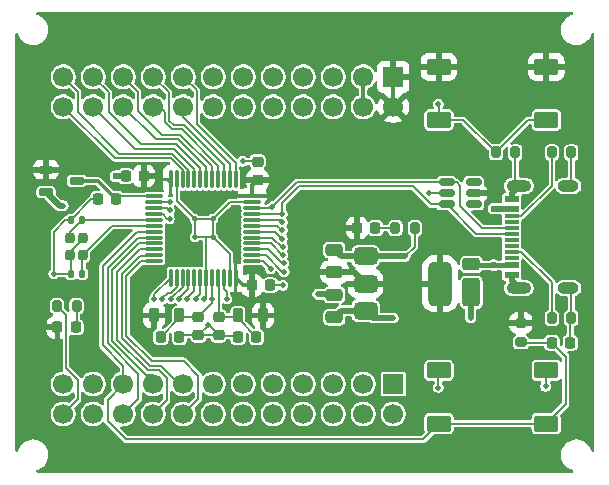
<source format=gbr>
%TF.GenerationSoftware,KiCad,Pcbnew,9.0.5*%
%TF.CreationDate,2025-11-16T12:38:37+03:30*%
%TF.ProjectId,WeAct-STM32G474,57654163-742d-4535-944d-333247343734,rev?*%
%TF.SameCoordinates,Original*%
%TF.FileFunction,Copper,L1,Top*%
%TF.FilePolarity,Positive*%
%FSLAX46Y46*%
G04 Gerber Fmt 4.6, Leading zero omitted, Abs format (unit mm)*
G04 Created by KiCad (PCBNEW 9.0.5) date 2025-11-16 12:38:37*
%MOMM*%
%LPD*%
G01*
G04 APERTURE LIST*
G04 Aperture macros list*
%AMRoundRect*
0 Rectangle with rounded corners*
0 $1 Rounding radius*
0 $2 $3 $4 $5 $6 $7 $8 $9 X,Y pos of 4 corners*
0 Add a 4 corners polygon primitive as box body*
4,1,4,$2,$3,$4,$5,$6,$7,$8,$9,$2,$3,0*
0 Add four circle primitives for the rounded corners*
1,1,$1+$1,$2,$3*
1,1,$1+$1,$4,$5*
1,1,$1+$1,$6,$7*
1,1,$1+$1,$8,$9*
0 Add four rect primitives between the rounded corners*
20,1,$1+$1,$2,$3,$4,$5,0*
20,1,$1+$1,$4,$5,$6,$7,0*
20,1,$1+$1,$6,$7,$8,$9,0*
20,1,$1+$1,$8,$9,$2,$3,0*%
G04 Aperture macros list end*
%TA.AperFunction,SMDPad,CuDef*%
%ADD10RoundRect,0.200000X0.200000X0.275000X-0.200000X0.275000X-0.200000X-0.275000X0.200000X-0.275000X0*%
%TD*%
%TA.AperFunction,SMDPad,CuDef*%
%ADD11RoundRect,0.218750X0.218750X0.381250X-0.218750X0.381250X-0.218750X-0.381250X0.218750X-0.381250X0*%
%TD*%
%TA.AperFunction,ComponentPad*%
%ADD12R,1.700000X1.700000*%
%TD*%
%TA.AperFunction,ComponentPad*%
%ADD13C,1.700000*%
%TD*%
%TA.AperFunction,SMDPad,CuDef*%
%ADD14RoundRect,0.200000X-0.200000X-0.275000X0.200000X-0.275000X0.200000X0.275000X-0.200000X0.275000X0*%
%TD*%
%TA.AperFunction,SMDPad,CuDef*%
%ADD15R,1.240000X0.600000*%
%TD*%
%TA.AperFunction,SMDPad,CuDef*%
%ADD16R,1.240000X0.300000*%
%TD*%
%TA.AperFunction,HeatsinkPad*%
%ADD17O,2.100000X1.000000*%
%TD*%
%TA.AperFunction,HeatsinkPad*%
%ADD18O,1.800000X1.000000*%
%TD*%
%TA.AperFunction,SMDPad,CuDef*%
%ADD19RoundRect,0.250000X0.475000X-0.250000X0.475000X0.250000X-0.475000X0.250000X-0.475000X-0.250000X0*%
%TD*%
%TA.AperFunction,SMDPad,CuDef*%
%ADD20RoundRect,0.140000X0.140000X0.170000X-0.140000X0.170000X-0.140000X-0.170000X0.140000X-0.170000X0*%
%TD*%
%TA.AperFunction,SMDPad,CuDef*%
%ADD21RoundRect,0.250000X-0.500000X0.950000X-0.500000X-0.950000X0.500000X-0.950000X0.500000X0.950000X0*%
%TD*%
%TA.AperFunction,SMDPad,CuDef*%
%ADD22RoundRect,0.250000X-0.500000X0.275000X-0.500000X-0.275000X0.500000X-0.275000X0.500000X0.275000X0*%
%TD*%
%TA.AperFunction,SMDPad,CuDef*%
%ADD23RoundRect,0.250000X-0.800000X-0.450000X0.800000X-0.450000X0.800000X0.450000X-0.800000X0.450000X0*%
%TD*%
%TA.AperFunction,SMDPad,CuDef*%
%ADD24RoundRect,0.225000X0.225000X0.250000X-0.225000X0.250000X-0.225000X-0.250000X0.225000X-0.250000X0*%
%TD*%
%TA.AperFunction,SMDPad,CuDef*%
%ADD25RoundRect,0.375000X-0.625000X-0.375000X0.625000X-0.375000X0.625000X0.375000X-0.625000X0.375000X0*%
%TD*%
%TA.AperFunction,SMDPad,CuDef*%
%ADD26RoundRect,0.500000X-0.500000X-1.400000X0.500000X-1.400000X0.500000X1.400000X-0.500000X1.400000X0*%
%TD*%
%TA.AperFunction,SMDPad,CuDef*%
%ADD27RoundRect,0.225000X0.250000X-0.225000X0.250000X0.225000X-0.250000X0.225000X-0.250000X-0.225000X0*%
%TD*%
%TA.AperFunction,SMDPad,CuDef*%
%ADD28RoundRect,0.162500X-0.447500X-0.162500X0.447500X-0.162500X0.447500X0.162500X-0.447500X0.162500X0*%
%TD*%
%TA.AperFunction,SMDPad,CuDef*%
%ADD29RoundRect,0.225000X-0.225000X-0.250000X0.225000X-0.250000X0.225000X0.250000X-0.225000X0.250000X0*%
%TD*%
%TA.AperFunction,SMDPad,CuDef*%
%ADD30RoundRect,0.218750X0.218750X0.256250X-0.218750X0.256250X-0.218750X-0.256250X0.218750X-0.256250X0*%
%TD*%
%TA.AperFunction,SMDPad,CuDef*%
%ADD31RoundRect,0.225000X-0.250000X0.225000X-0.250000X-0.225000X0.250000X-0.225000X0.250000X0.225000X0*%
%TD*%
%TA.AperFunction,SMDPad,CuDef*%
%ADD32RoundRect,0.075000X-0.662500X-0.075000X0.662500X-0.075000X0.662500X0.075000X-0.662500X0.075000X0*%
%TD*%
%TA.AperFunction,SMDPad,CuDef*%
%ADD33RoundRect,0.075000X-0.075000X-0.662500X0.075000X-0.662500X0.075000X0.662500X-0.075000X0.662500X0*%
%TD*%
%TA.AperFunction,SMDPad,CuDef*%
%ADD34RoundRect,0.250000X0.800000X0.450000X-0.800000X0.450000X-0.800000X-0.450000X0.800000X-0.450000X0*%
%TD*%
%TA.AperFunction,SMDPad,CuDef*%
%ADD35RoundRect,0.200000X-0.275000X0.200000X-0.275000X-0.200000X0.275000X-0.200000X0.275000X0.200000X0*%
%TD*%
%TA.AperFunction,SMDPad,CuDef*%
%ADD36RoundRect,0.218750X-0.218750X-0.381250X0.218750X-0.381250X0.218750X0.381250X-0.218750X0.381250X0*%
%TD*%
%TA.AperFunction,SMDPad,CuDef*%
%ADD37RoundRect,0.150000X-0.512500X-0.150000X0.512500X-0.150000X0.512500X0.150000X-0.512500X0.150000X0*%
%TD*%
%TA.AperFunction,SMDPad,CuDef*%
%ADD38RoundRect,0.200000X-0.200000X0.250000X-0.200000X-0.250000X0.200000X-0.250000X0.200000X0.250000X0*%
%TD*%
%TA.AperFunction,ViaPad*%
%ADD39C,0.500000*%
%TD*%
%TA.AperFunction,ViaPad*%
%ADD40C,0.600000*%
%TD*%
%TA.AperFunction,Conductor*%
%ADD41C,0.500000*%
%TD*%
%TA.AperFunction,Conductor*%
%ADD42C,0.150000*%
%TD*%
%TA.AperFunction,Conductor*%
%ADD43C,0.200000*%
%TD*%
%TA.AperFunction,Conductor*%
%ADD44C,0.300000*%
%TD*%
%TA.AperFunction,Conductor*%
%ADD45C,0.400000*%
%TD*%
G04 APERTURE END LIST*
D10*
%TO.P,R5,1*%
%TO.N,Net-(D4-K)*%
X124675000Y-103400000D03*
%TO.P,R5,2*%
%TO.N,PC13*%
X123025000Y-103400000D03*
%TD*%
D11*
%TO.P,FB1,1*%
%TO.N,+3V3*%
X140462500Y-104200000D03*
%TO.P,FB1,2*%
%TO.N,VA*%
X138337500Y-104200000D03*
%TD*%
D12*
%TO.P,J1,1,Pin_1*%
%TO.N,+3V3*%
X151500000Y-84000000D03*
D13*
%TO.P,J1,2,Pin_2*%
X151500000Y-86540000D03*
%TO.P,J1,3,Pin_3*%
%TO.N,GND*%
X148960000Y-84000000D03*
%TO.P,J1,4,Pin_4*%
X148960000Y-86540000D03*
%TO.P,J1,5,Pin_5*%
%TO.N,PB12*%
X146420000Y-84000000D03*
%TO.P,J1,6,Pin_6*%
%TO.N,PB13*%
X146420000Y-86540000D03*
%TO.P,J1,7,Pin_7*%
%TO.N,PB14*%
X143880000Y-84000000D03*
%TO.P,J1,8,Pin_8*%
%TO.N,PB15*%
X143880000Y-86540000D03*
%TO.P,J1,9,Pin_9*%
%TO.N,unconnected-(J1-Pin_9-Pad9)*%
X141340000Y-84000000D03*
%TO.P,J1,10,Pin_10*%
%TO.N,PA8*%
X141340000Y-86540000D03*
%TO.P,J1,11,Pin_11*%
%TO.N,PA9*%
X138800000Y-84000000D03*
%TO.P,J1,12,Pin_12*%
%TO.N,PA10*%
X138800000Y-86540000D03*
%TO.P,J1,13,Pin_13*%
%TO.N,PA11*%
X136260000Y-84000000D03*
%TO.P,J1,14,Pin_14*%
%TO.N,PA12*%
X136260000Y-86540000D03*
%TO.P,J1,15,Pin_15*%
%TO.N,PA13*%
X133720000Y-84000000D03*
%TO.P,J1,16,Pin_16*%
%TO.N,PA14*%
X133720000Y-86540000D03*
%TO.P,J1,17,Pin_17*%
%TO.N,PA15*%
X131180000Y-84000000D03*
%TO.P,J1,18,Pin_18*%
%TO.N,PB3*%
X131180000Y-86540000D03*
%TO.P,J1,19,Pin_19*%
%TO.N,PB4*%
X128640000Y-84000000D03*
%TO.P,J1,20,Pin_20*%
%TO.N,PB5*%
X128640000Y-86540000D03*
%TO.P,J1,21,Pin_21*%
%TO.N,PB6*%
X126100000Y-84000000D03*
%TO.P,J1,22,Pin_22*%
%TO.N,PB7*%
X126100000Y-86540000D03*
%TO.P,J1,23,Pin_23*%
%TO.N,PB8_BOOT0*%
X123560000Y-84000000D03*
%TO.P,J1,24,Pin_24*%
%TO.N,PB9*%
X123560000Y-86540000D03*
%TD*%
D10*
%TO.P,R1,1*%
%TO.N,GND*%
X166575000Y-104400000D03*
%TO.P,R1,2*%
%TO.N,Net-(J3-CC1)*%
X164925000Y-104400000D03*
%TD*%
D14*
%TO.P,R6,1*%
%TO.N,PB8_BOOT0*%
X160175000Y-90400000D03*
%TO.P,R6,2*%
%TO.N,GND*%
X161825000Y-90400000D03*
%TD*%
D15*
%TO.P,J3,A1,GND*%
%TO.N,GND*%
X161525000Y-100750000D03*
%TO.P,J3,A4,VBUS*%
%TO.N,VBUS*%
X161525000Y-99950000D03*
D16*
%TO.P,J3,A5,CC1*%
%TO.N,Net-(J3-CC1)*%
X161525000Y-98800000D03*
%TO.P,J3,A6,D+*%
%TO.N,PA12*%
X161525000Y-97800000D03*
%TO.P,J3,A7,D-*%
%TO.N,PA11*%
X161525000Y-97300000D03*
%TO.P,J3,A8,SBU1*%
%TO.N,unconnected-(J3-SBU1-PadA8)*%
X161525000Y-96300000D03*
D15*
%TO.P,J3,A9,VBUS*%
%TO.N,VBUS*%
X161525000Y-95150000D03*
%TO.P,J3,A12,GND*%
%TO.N,GND*%
X161525000Y-94350000D03*
%TO.P,J3,B1,GND*%
X161525000Y-94350000D03*
%TO.P,J3,B4,VBUS*%
%TO.N,VBUS*%
X161525000Y-95150000D03*
D16*
%TO.P,J3,B5,CC2*%
%TO.N,Net-(J3-CC2)*%
X161525000Y-95800000D03*
%TO.P,J3,B6,D+*%
%TO.N,PA12*%
X161525000Y-96800000D03*
%TO.P,J3,B7,D-*%
%TO.N,PA11*%
X161525000Y-98300000D03*
%TO.P,J3,B8,SBU2*%
%TO.N,unconnected-(J3-SBU2-PadB8)*%
X161525000Y-99300000D03*
D15*
%TO.P,J3,B9,VBUS*%
%TO.N,VBUS*%
X161525000Y-99950000D03*
%TO.P,J3,B12,GND*%
%TO.N,GND*%
X161525000Y-100750000D03*
D17*
%TO.P,J3,S1,SHIELD*%
X162125000Y-101870000D03*
D18*
X166325000Y-101870000D03*
D17*
X162125000Y-93230000D03*
D18*
X166325000Y-93230000D03*
%TD*%
D19*
%TO.P,C2,1*%
%TO.N,+3V3*%
X146500000Y-100550000D03*
%TO.P,C2,2*%
%TO.N,GND*%
X146500000Y-98650000D03*
%TD*%
D20*
%TO.P,C12,1*%
%TO.N,Net-(U2-PF1)*%
X125180000Y-100671292D03*
%TO.P,C12,2*%
%TO.N,GND*%
X124220000Y-100671292D03*
%TD*%
D21*
%TO.P,D2,1,K*%
%TO.N,+5V*%
X158100000Y-102250000D03*
D22*
%TO.P,D2,2,A*%
%TO.N,VBUS*%
X158100000Y-99875000D03*
%TD*%
D10*
%TO.P,R2,1*%
%TO.N,GND*%
X166575000Y-90400000D03*
%TO.P,R2,2*%
%TO.N,Net-(J3-CC2)*%
X164925000Y-90400000D03*
%TD*%
D23*
%TO.P,NRST,1,A*%
%TO.N,GND*%
X155350000Y-108850000D03*
X164450000Y-108850000D03*
%TO.P,NRST,2,B*%
%TO.N,NRST*%
X155350000Y-113350000D03*
X164450000Y-113350000D03*
%TD*%
D24*
%TO.P,C13,1*%
%TO.N,VBAT*%
X128025000Y-94350000D03*
%TO.P,C13,2*%
%TO.N,GND*%
X126475000Y-94350000D03*
%TD*%
D20*
%TO.P,C11,1*%
%TO.N,Net-(U2-PF0)*%
X125130000Y-96121292D03*
%TO.P,C11,2*%
%TO.N,GND*%
X124170000Y-96121292D03*
%TD*%
D19*
%TO.P,C1,1*%
%TO.N,+5V*%
X146500000Y-104350000D03*
%TO.P,C1,2*%
%TO.N,GND*%
X146500000Y-102450000D03*
%TD*%
D25*
%TO.P,U1,1,GND*%
%TO.N,GND*%
X149150000Y-99200000D03*
%TO.P,U1,2,VO*%
%TO.N,+3V3*%
X149150000Y-101500000D03*
D26*
X155450000Y-101500000D03*
D25*
%TO.P,U1,3,VI*%
%TO.N,+5V*%
X149150000Y-103800000D03*
%TD*%
D27*
%TO.P,C4,1*%
%TO.N,+3V3*%
X140000000Y-92725000D03*
%TO.P,C4,2*%
%TO.N,GND*%
X140000000Y-91175000D03*
%TD*%
D28*
%TO.P,D1,1*%
%TO.N,+3V3*%
X122090000Y-91850000D03*
%TO.P,D1,2*%
%TO.N,VB*%
X122090000Y-93750000D03*
%TO.P,D1,3*%
%TO.N,VBAT*%
X124710000Y-92800000D03*
%TD*%
D29*
%TO.P,C9,1*%
%TO.N,VREF*%
X131825000Y-106000000D03*
%TO.P,C9,2*%
%TO.N,GND*%
X133375000Y-106000000D03*
%TD*%
D30*
%TO.P,D4,1,K*%
%TO.N,Net-(D4-K)*%
X124637500Y-105200000D03*
%TO.P,D4,2,A*%
%TO.N,+3V3*%
X123062500Y-105200000D03*
%TD*%
D14*
%TO.P,R4,1*%
%TO.N,Net-(D3-K)*%
X151675000Y-96800000D03*
%TO.P,R4,2*%
%TO.N,GND*%
X153325000Y-96800000D03*
%TD*%
D24*
%TO.P,C3,1*%
%TO.N,+3V3*%
X130375000Y-92400000D03*
%TO.P,C3,2*%
%TO.N,GND*%
X128825000Y-92400000D03*
%TD*%
%TO.P,C8,1*%
%TO.N,VA*%
X139900000Y-106000000D03*
%TO.P,C8,2*%
%TO.N,GND*%
X138350000Y-106000000D03*
%TD*%
D31*
%TO.P,C7,1*%
%TO.N,VA*%
X136700000Y-104300000D03*
%TO.P,C7,2*%
%TO.N,GND*%
X136700000Y-105850000D03*
%TD*%
D29*
%TO.P,C14,1*%
%TO.N,NRST*%
X164925000Y-106500000D03*
%TO.P,C14,2*%
%TO.N,GND*%
X166475000Y-106500000D03*
%TD*%
D32*
%TO.P,U2,1,VBAT*%
%TO.N,VBAT*%
X131237500Y-94100000D03*
%TO.P,U2,2,PC13*%
%TO.N,PC13*%
X131237500Y-94600000D03*
%TO.P,U2,3,PC14*%
%TO.N,PC14*%
X131237500Y-95100000D03*
%TO.P,U2,4,PC15*%
%TO.N,PC15*%
X131237500Y-95600000D03*
%TO.P,U2,5,PF0*%
%TO.N,Net-(U2-PF0)*%
X131237500Y-96100000D03*
%TO.P,U2,6,PF1*%
%TO.N,Net-(U2-PF1)*%
X131237500Y-96600000D03*
%TO.P,U2,7,PG10*%
%TO.N,NRST*%
X131237500Y-97100000D03*
%TO.P,U2,8,PA0*%
%TO.N,PA0*%
X131237500Y-97600000D03*
%TO.P,U2,9,PA1*%
%TO.N,PA1*%
X131237500Y-98100000D03*
%TO.P,U2,10,PA2*%
%TO.N,PA2*%
X131237500Y-98600000D03*
%TO.P,U2,11,PA3*%
%TO.N,PA3*%
X131237500Y-99100000D03*
%TO.P,U2,12,PA4*%
%TO.N,PA4*%
X131237500Y-99600000D03*
D33*
%TO.P,U2,13,PA5*%
%TO.N,PA5*%
X132650000Y-101012500D03*
%TO.P,U2,14,PA6*%
%TO.N,PA6*%
X133150000Y-101012500D03*
%TO.P,U2,15,PA7*%
%TO.N,PA7*%
X133650000Y-101012500D03*
%TO.P,U2,16,PB0*%
%TO.N,PB0*%
X134150000Y-101012500D03*
%TO.P,U2,17,PB1*%
%TO.N,PB1*%
X134650000Y-101012500D03*
%TO.P,U2,18,PB2*%
%TO.N,PB2*%
X135150000Y-101012500D03*
%TO.P,U2,19,VSSA*%
%TO.N,GND*%
X135650000Y-101012500D03*
%TO.P,U2,20,VREF+*%
%TO.N,VREF*%
X136150000Y-101012500D03*
%TO.P,U2,21,VDDA*%
%TO.N,VA*%
X136650000Y-101012500D03*
%TO.P,U2,22,PB10*%
%TO.N,PB10*%
X137150000Y-101012500D03*
%TO.P,U2,23,VSS*%
%TO.N,GND*%
X137650000Y-101012500D03*
%TO.P,U2,24,VDD*%
%TO.N,+3V3*%
X138150000Y-101012500D03*
D32*
%TO.P,U2,25,PB11*%
%TO.N,PB11*%
X139562500Y-99600000D03*
%TO.P,U2,26,PB12*%
%TO.N,PB12*%
X139562500Y-99100000D03*
%TO.P,U2,27,PB13*%
%TO.N,PB13*%
X139562500Y-98600000D03*
%TO.P,U2,28,PB14*%
%TO.N,PB14*%
X139562500Y-98100000D03*
%TO.P,U2,29,PB15*%
%TO.N,PB15*%
X139562500Y-97600000D03*
%TO.P,U2,30,PA8*%
%TO.N,PA8*%
X139562500Y-97100000D03*
%TO.P,U2,31,PA9*%
%TO.N,PA9*%
X139562500Y-96600000D03*
%TO.P,U2,32,PA10*%
%TO.N,PA10*%
X139562500Y-96100000D03*
%TO.P,U2,33,PA11*%
%TO.N,PA11*%
X139562500Y-95600000D03*
%TO.P,U2,34,PA12*%
%TO.N,PA12*%
X139562500Y-95100000D03*
%TO.P,U2,35,VSS*%
%TO.N,GND*%
X139562500Y-94600000D03*
%TO.P,U2,36,VDD*%
%TO.N,+3V3*%
X139562500Y-94100000D03*
D33*
%TO.P,U2,37,PA13*%
%TO.N,PA13*%
X138150000Y-92687500D03*
%TO.P,U2,38,PA14*%
%TO.N,PA14*%
X137650000Y-92687500D03*
%TO.P,U2,39,PA15*%
%TO.N,PA15*%
X137150000Y-92687500D03*
%TO.P,U2,40,PB3*%
%TO.N,PB3*%
X136650000Y-92687500D03*
%TO.P,U2,41,PB4*%
%TO.N,PB4*%
X136150000Y-92687500D03*
%TO.P,U2,42,PB5*%
%TO.N,PB5*%
X135650000Y-92687500D03*
%TO.P,U2,43,PB6*%
%TO.N,PB6*%
X135150000Y-92687500D03*
%TO.P,U2,44,PB7*%
%TO.N,PB7*%
X134650000Y-92687500D03*
%TO.P,U2,45,PB8*%
%TO.N,PB8_BOOT0*%
X134150000Y-92687500D03*
%TO.P,U2,46,PB9*%
%TO.N,PB9*%
X133650000Y-92687500D03*
%TO.P,U2,47,VSS*%
%TO.N,GND*%
X133150000Y-92687500D03*
%TO.P,U2,48,VDD*%
%TO.N,+3V3*%
X132650000Y-92687500D03*
%TD*%
D31*
%TO.P,C10,1*%
%TO.N,VREF*%
X135000000Y-104300000D03*
%TO.P,C10,2*%
%TO.N,GND*%
X135000000Y-105850000D03*
%TD*%
D34*
%TO.P,BOOT,1,A*%
%TO.N,PB8_BOOT0*%
X164450000Y-87650000D03*
X155350000Y-87650000D03*
%TO.P,BOOT,2,B*%
%TO.N,+3V3*%
X164450000Y-83150000D03*
X155350000Y-83150000D03*
%TD*%
D35*
%TO.P,R3,1*%
%TO.N,+3V3*%
X162300000Y-104825000D03*
%TO.P,R3,2*%
%TO.N,NRST*%
X162300000Y-106475000D03*
%TD*%
D36*
%TO.P,FB2,1*%
%TO.N,+3V3*%
X131250000Y-104200000D03*
%TO.P,FB2,2*%
%TO.N,VREF*%
X133375000Y-104200000D03*
%TD*%
D29*
%TO.P,C5,1*%
%TO.N,+3V3*%
X139525000Y-101650000D03*
%TO.P,C5,2*%
%TO.N,GND*%
X141075000Y-101650000D03*
%TD*%
D30*
%TO.P,D3,1,K*%
%TO.N,Net-(D3-K)*%
X149987500Y-96800000D03*
%TO.P,D3,2,A*%
%TO.N,+3V3*%
X148412500Y-96800000D03*
%TD*%
D12*
%TO.P,J2,1,Pin_1*%
%TO.N,+5V*%
X151500000Y-110000000D03*
D13*
%TO.P,J2,2,Pin_2*%
X151500000Y-112540000D03*
%TO.P,J2,3,Pin_3*%
%TO.N,GND*%
X148960000Y-110000000D03*
%TO.P,J2,4,Pin_4*%
X148960000Y-112540000D03*
%TO.P,J2,5,Pin_5*%
%TO.N,PB11*%
X146420000Y-110000000D03*
%TO.P,J2,6,Pin_6*%
%TO.N,PB10*%
X146420000Y-112540000D03*
%TO.P,J2,7,Pin_7*%
%TO.N,VREF*%
X143880000Y-110000000D03*
%TO.P,J2,8,Pin_8*%
%TO.N,unconnected-(J2-Pin_8-Pad8)*%
X143880000Y-112540000D03*
%TO.P,J2,9,Pin_9*%
%TO.N,PB2*%
X141340000Y-110000000D03*
%TO.P,J2,10,Pin_10*%
%TO.N,PB1*%
X141340000Y-112540000D03*
%TO.P,J2,11,Pin_11*%
%TO.N,PB0*%
X138800000Y-110000000D03*
%TO.P,J2,12,Pin_12*%
%TO.N,PA7*%
X138800000Y-112540000D03*
%TO.P,J2,13,Pin_13*%
%TO.N,PA6*%
X136260000Y-110000000D03*
%TO.P,J2,14,Pin_14*%
%TO.N,PA5*%
X136260000Y-112540000D03*
%TO.P,J2,15,Pin_15*%
%TO.N,PA3*%
X133720000Y-110000000D03*
%TO.P,J2,16,Pin_16*%
%TO.N,PA4*%
X133720000Y-112540000D03*
%TO.P,J2,17,Pin_17*%
%TO.N,PA1*%
X131180000Y-110000000D03*
%TO.P,J2,18,Pin_18*%
%TO.N,PA2*%
X131180000Y-112540000D03*
%TO.P,J2,19,Pin_19*%
%TO.N,NRST*%
X128640000Y-110000000D03*
%TO.P,J2,20,Pin_20*%
%TO.N,PA0*%
X128640000Y-112540000D03*
%TO.P,J2,21,Pin_21*%
%TO.N,PC14*%
X126100000Y-110000000D03*
%TO.P,J2,22,Pin_22*%
%TO.N,PC15*%
X126100000Y-112540000D03*
%TO.P,J2,23,Pin_23*%
%TO.N,VB*%
X123560000Y-110000000D03*
%TO.P,J2,24,Pin_24*%
%TO.N,PC13*%
X123560000Y-112540000D03*
%TD*%
D37*
%TO.P,U3,1,IO1*%
%TO.N,PA12*%
X156025000Y-92900000D03*
%TO.P,U3,2,VN*%
%TO.N,GND*%
X156025000Y-93850000D03*
%TO.P,U3,3,IO2*%
%TO.N,PA11*%
X156025000Y-94800000D03*
%TO.P,U3,4,IO3*%
%TO.N,unconnected-(U3-IO3-Pad4)*%
X158300000Y-94800000D03*
%TO.P,U3,5,VP*%
%TO.N,+3V3*%
X158300000Y-93850000D03*
%TO.P,U3,6,IO4*%
%TO.N,unconnected-(U3-IO4-Pad6)*%
X158300000Y-92900000D03*
%TD*%
D38*
%TO.P,Y1,1,1*%
%TO.N,Net-(U2-PF0)*%
X124100000Y-97671292D03*
%TO.P,Y1,2,2*%
%TO.N,GND*%
X124100000Y-99071292D03*
%TO.P,Y1,3,3*%
%TO.N,Net-(U2-PF1)*%
X125200000Y-99071292D03*
%TO.P,Y1,4,4*%
%TO.N,GND*%
X125200000Y-97671292D03*
%TD*%
D39*
%TO.N,+5V*%
X151500000Y-104400000D03*
X158050000Y-104400000D03*
%TO.N,GND*%
X151700000Y-99200000D03*
X145100000Y-102400000D03*
X134700000Y-97550000D03*
X134700000Y-96050000D03*
X135775000Y-105000000D03*
X138750000Y-91150000D03*
X135450000Y-102800000D03*
X164400000Y-110200000D03*
D40*
X128000000Y-92400000D03*
D39*
X122750000Y-100671292D03*
X155300000Y-110300000D03*
X150900000Y-99200000D03*
X152500000Y-99200000D03*
X142150000Y-101650000D03*
X154550000Y-93850000D03*
X136200000Y-97550000D03*
X136200000Y-96050000D03*
%TO.N,VREF*%
X136150003Y-102800000D03*
D40*
%TO.N,VBUS*%
X160000000Y-99950000D03*
X160000000Y-95150000D03*
D39*
%TO.N,VB*%
X123550000Y-94900000D03*
%TO.N,PA11*%
X142100000Y-95600000D03*
%TO.N,PA12*%
X141225000Y-95000000D03*
%TO.N,PB10*%
X137400000Y-102800000D03*
%TO.N,PB8_BOOT0*%
X155300000Y-86300000D03*
%TO.N,PB14*%
X142141983Y-99097410D03*
%TO.N,PB15*%
X142158133Y-98397594D03*
%TO.N,PA10*%
X142100000Y-96300003D03*
%TO.N,PB13*%
X142230987Y-99791731D03*
%TO.N,PB12*%
X142260004Y-100491132D03*
%TO.N,PA8*%
X142100000Y-97700009D03*
%TO.N,PA9*%
X142100000Y-97000006D03*
%TO.N,PC15*%
X132550000Y-96000006D03*
%TO.N,PB2*%
X134750000Y-102800000D03*
%TO.N,PC14*%
X132550000Y-95300003D03*
%TO.N,PB11*%
X141100000Y-100250000D03*
%TO.N,PA7*%
X132649994Y-102800000D03*
%TO.N,PC13*%
X132550000Y-94600000D03*
%TO.N,PA5*%
X131249988Y-102800000D03*
%TO.N,PB1*%
X134050000Y-102800000D03*
%TO.N,PA6*%
X131949991Y-102800000D03*
%TO.N,PB0*%
X133349997Y-102800000D03*
%TD*%
D41*
%TO.N,+5V*%
X158050000Y-104400000D02*
X158050000Y-102300000D01*
X149750000Y-104400000D02*
X151500000Y-104400000D01*
X149150000Y-103800000D02*
X149750000Y-104400000D01*
X149150000Y-103800000D02*
X147050000Y-103800000D01*
X147050000Y-103800000D02*
X146500000Y-104350000D01*
X158050000Y-102300000D02*
X158100000Y-102250000D01*
%TO.N,GND*%
X161525000Y-101270000D02*
X162125000Y-101870000D01*
D42*
X124220000Y-100671292D02*
X124220000Y-99191292D01*
X135650000Y-97550000D02*
X135650000Y-101012500D01*
X123728708Y-96121292D02*
X124170000Y-96121292D01*
X124220000Y-100671292D02*
X122750000Y-100671292D01*
X125941292Y-94350000D02*
X126475000Y-94350000D01*
D41*
X145100000Y-102400000D02*
X146450000Y-102400000D01*
D42*
X135450000Y-102800000D02*
X135650000Y-102600000D01*
D41*
X147050000Y-99200000D02*
X146500000Y-98650000D01*
X161525000Y-100750000D02*
X161525000Y-101270000D01*
X161525000Y-94350000D02*
X161525000Y-93830000D01*
D42*
X139975000Y-91150000D02*
X140000000Y-91175000D01*
D43*
X153325000Y-96800000D02*
X153325000Y-98375000D01*
D42*
X135775000Y-105075000D02*
X135000000Y-105850000D01*
X141075000Y-101650000D02*
X142150000Y-101650000D01*
X137650000Y-101012500D02*
X137650000Y-99000000D01*
D43*
X153325000Y-98375000D02*
X152500000Y-99200000D01*
D42*
X138750000Y-91150000D02*
X139975000Y-91150000D01*
X124170000Y-96121292D02*
X125941292Y-94350000D01*
X136200000Y-96050000D02*
X136200000Y-97550000D01*
X136200000Y-96050000D02*
X134700000Y-96050000D01*
X135650000Y-102600000D02*
X135650000Y-101012500D01*
X133525000Y-105850000D02*
X133375000Y-106000000D01*
D41*
X150900000Y-99200000D02*
X152500000Y-99200000D01*
D43*
X166575000Y-104400000D02*
X166575000Y-102120000D01*
D41*
X146450000Y-102400000D02*
X146500000Y-102450000D01*
D42*
X122750000Y-97100000D02*
X123728708Y-96121292D01*
X137650000Y-99000000D02*
X136200000Y-97550000D01*
X154550000Y-93850000D02*
X156025000Y-93850000D01*
D41*
X149150000Y-99200000D02*
X147050000Y-99200000D01*
D44*
X149300000Y-99050000D02*
X149150000Y-99200000D01*
D42*
X125200000Y-97671292D02*
X125200000Y-97700000D01*
X154550000Y-93850000D02*
X154600000Y-93800000D01*
D41*
X161525000Y-93830000D02*
X162125000Y-93230000D01*
D42*
X136700000Y-105850000D02*
X135000000Y-105850000D01*
X124100000Y-98800000D02*
X124100000Y-99071292D01*
X137650000Y-94600000D02*
X139562500Y-94600000D01*
D41*
X149150000Y-99200000D02*
X150900000Y-99200000D01*
D42*
X134700000Y-96050000D02*
X134700000Y-97550000D01*
D41*
X128825000Y-92400000D02*
X128000000Y-92400000D01*
D43*
X166475000Y-104500000D02*
X166575000Y-104400000D01*
D42*
X133150000Y-94500000D02*
X133150000Y-92687500D01*
X136200000Y-96050000D02*
X137650000Y-94600000D01*
X134700000Y-96050000D02*
X133150000Y-94500000D01*
X135000000Y-105850000D02*
X133525000Y-105850000D01*
X166575000Y-92980000D02*
X166325000Y-93230000D01*
D43*
X166575000Y-90400000D02*
X166575000Y-92980000D01*
X161825000Y-92930000D02*
X162125000Y-93230000D01*
D42*
X136200000Y-97550000D02*
X134700000Y-97550000D01*
D43*
X161825000Y-90400000D02*
X161825000Y-92930000D01*
X164450000Y-108850000D02*
X164400000Y-108900000D01*
X166475000Y-106500000D02*
X166475000Y-104500000D01*
X164400000Y-108900000D02*
X164400000Y-110200000D01*
X138350000Y-105900000D02*
X136750000Y-105900000D01*
X155350000Y-108850000D02*
X155300000Y-108900000D01*
D42*
X122750000Y-100671292D02*
X122750000Y-97100000D01*
D43*
X155300000Y-108900000D02*
X155300000Y-110300000D01*
D42*
X135850000Y-105000000D02*
X136700000Y-105850000D01*
X125200000Y-97700000D02*
X124100000Y-98800000D01*
D43*
X166575000Y-102120000D02*
X166325000Y-101870000D01*
D42*
X124220000Y-99191292D02*
X124100000Y-99071292D01*
D44*
X148960000Y-86540000D02*
X148960000Y-84000000D01*
%TO.N,+3V3*%
X132537500Y-92800000D02*
X132650000Y-92687500D01*
X138787500Y-101650000D02*
X138150000Y-101012500D01*
D41*
X148200000Y-100550000D02*
X149150000Y-101500000D01*
D44*
X151500000Y-86540000D02*
X151500000Y-84000000D01*
D41*
X146500000Y-100550000D02*
X148200000Y-100550000D01*
D44*
X139562500Y-94100000D02*
X139562500Y-93162500D01*
X139562500Y-93162500D02*
X140000000Y-92725000D01*
X139525000Y-101650000D02*
X138787500Y-101650000D01*
D42*
%TO.N,VA*%
X136649999Y-101012500D02*
X136700000Y-101062501D01*
X138337500Y-104437500D02*
X139900000Y-106000000D01*
X138237500Y-104300000D02*
X138337500Y-104200000D01*
X138337500Y-104200000D02*
X138337500Y-104437500D01*
X136700000Y-104300000D02*
X138237500Y-104300000D01*
X136700000Y-101062501D02*
X136700000Y-104300000D01*
D43*
%TO.N,NRST*%
X166100000Y-107675000D02*
X166100000Y-111700000D01*
X155350000Y-113350000D02*
X154000000Y-114700000D01*
X127300000Y-113100000D02*
X127300000Y-111340000D01*
X164450000Y-113350000D02*
X155350000Y-113350000D01*
X154000000Y-114700000D02*
X128900000Y-114700000D01*
X166100000Y-111700000D02*
X164450000Y-113350000D01*
X164925000Y-106500000D02*
X162325000Y-106500000D01*
X127300000Y-111340000D02*
X128640000Y-110000000D01*
X131237500Y-97100000D02*
X129814500Y-97100000D01*
X128900000Y-114700000D02*
X127300000Y-113100000D01*
X162325000Y-106500000D02*
X162300000Y-106475000D01*
X126900000Y-100014500D02*
X126900000Y-106734200D01*
X126900000Y-106734200D02*
X128640000Y-108474200D01*
X128640000Y-108474200D02*
X128640000Y-110000000D01*
X164925000Y-106500000D02*
X166100000Y-107675000D01*
X129814500Y-97100000D02*
X126900000Y-100014500D01*
D42*
%TO.N,Net-(U2-PF0)*%
X125130000Y-96121292D02*
X124100000Y-97151292D01*
X125151292Y-96100000D02*
X125130000Y-96121292D01*
X131237500Y-96100000D02*
X125151292Y-96100000D01*
X124100000Y-97151292D02*
X124100000Y-97671292D01*
%TO.N,VREF*%
X136150003Y-102800000D02*
X136150000Y-102799997D01*
X135000000Y-104300000D02*
X133475000Y-104300000D01*
X131825000Y-106000000D02*
X133375000Y-104450000D01*
X133375000Y-104450000D02*
X133375000Y-104200000D01*
X136150003Y-102800000D02*
X136150003Y-103149997D01*
X136150003Y-103149997D02*
X135000000Y-104300000D01*
X133475000Y-104300000D02*
X133375000Y-104200000D01*
X136150000Y-102799997D02*
X136150000Y-101012500D01*
%TO.N,Net-(U2-PF1)*%
X131237500Y-96600000D02*
X127671292Y-96600000D01*
X125180000Y-100671292D02*
X125180000Y-99091292D01*
X131163500Y-96674000D02*
X131237500Y-96600000D01*
X127671292Y-96600000D02*
X125200000Y-99071292D01*
X125180000Y-99091292D02*
X125200000Y-99071292D01*
D44*
%TO.N,VBAT*%
X126475000Y-92800000D02*
X124710000Y-92800000D01*
D42*
X131237500Y-94100000D02*
X128275000Y-94100000D01*
D43*
X131235818Y-94098318D02*
X131237500Y-94100000D01*
D44*
X128025000Y-94350000D02*
X126475000Y-92800000D01*
D42*
X128275000Y-94100000D02*
X128025000Y-94350000D01*
D41*
%TO.N,VBUS*%
X161525000Y-95150000D02*
X160000000Y-95150000D01*
D45*
X158175000Y-99950000D02*
X158100000Y-99875000D01*
D41*
X158100000Y-99950000D02*
X158350000Y-99700000D01*
X158150000Y-99700000D02*
X158100000Y-99750000D01*
D45*
X160000000Y-99950000D02*
X158175000Y-99950000D01*
X161525000Y-99950000D02*
X160000000Y-99950000D01*
D42*
%TO.N,Net-(D4-K)*%
X124675000Y-105162500D02*
X124637500Y-105200000D01*
D43*
X124637500Y-105200000D02*
X124637500Y-105012500D01*
D42*
X124675000Y-103400000D02*
X124675000Y-105162500D01*
%TO.N,Net-(D3-K)*%
X151675000Y-96800000D02*
X149987500Y-96800000D01*
D41*
%TO.N,VB*%
X123240000Y-94900000D02*
X122090000Y-93750000D01*
X123550000Y-94900000D02*
X123240000Y-94900000D01*
D42*
%TO.N,PA11*%
X139562500Y-95600001D02*
X142100000Y-95600000D01*
D43*
X142100000Y-94656744D02*
X142100000Y-95600000D01*
X154720768Y-94800000D02*
X153196768Y-93276000D01*
X156025000Y-94800000D02*
X154720768Y-94800000D01*
X143480744Y-93276000D02*
X142100000Y-94656744D01*
X153196768Y-93276000D02*
X143480744Y-93276000D01*
D42*
X158525000Y-97300000D02*
X156025000Y-94800000D01*
X161525000Y-97300000D02*
X158525000Y-97300000D01*
%TO.N,PA12*%
X157150000Y-93200000D02*
X156850000Y-92900000D01*
X141225000Y-95000000D02*
X141125000Y-95100000D01*
X157150000Y-94919112D02*
X157150000Y-93200000D01*
X159030888Y-96800000D02*
X157150000Y-94919112D01*
X161525000Y-96800000D02*
X159030888Y-96800000D01*
X156850000Y-92900000D02*
X156025000Y-92900000D01*
X141125000Y-95100000D02*
X139562500Y-95100000D01*
X143325000Y-92900000D02*
X141225000Y-95000000D01*
X156025000Y-92900000D02*
X143325000Y-92900000D01*
%TO.N,Net-(J3-CC1)*%
X164925000Y-101378000D02*
X162347000Y-98800000D01*
X162347000Y-98800000D02*
X161525000Y-98800000D01*
X164925000Y-104400000D02*
X164925000Y-101378000D01*
%TO.N,PB10*%
X137400000Y-102800000D02*
X137400000Y-102250000D01*
X137150000Y-102000000D02*
X137150000Y-101012500D01*
X137400000Y-102250000D02*
X137150000Y-102000000D01*
%TO.N,PA13*%
X134871000Y-87971000D02*
X134871000Y-85151000D01*
X138150000Y-92687500D02*
X138150000Y-91250000D01*
X138150000Y-91250000D02*
X134871000Y-87971000D01*
X134871000Y-85151000D02*
X133720000Y-84000000D01*
%TO.N,PB3*%
X133580424Y-88444000D02*
X132747612Y-88444000D01*
X132149000Y-87012576D02*
X131676424Y-86540000D01*
X136649999Y-92687500D02*
X136649999Y-91513575D01*
X132149000Y-87845388D02*
X132149000Y-87012576D01*
X131676424Y-86540000D02*
X131180000Y-86540000D01*
X136649999Y-91513575D02*
X133580424Y-88444000D01*
X132747612Y-88444000D02*
X132149000Y-87845388D01*
%TO.N,PA14*%
X137650000Y-92687500D02*
X137650000Y-91350000D01*
X133720000Y-87420000D02*
X133720000Y-86540000D01*
X137650000Y-91350000D02*
X133720000Y-87420000D01*
%TO.N,PB7*%
X129658000Y-90098000D02*
X126100000Y-86540000D01*
X132966024Y-90098000D02*
X129658000Y-90098000D01*
X134650000Y-91781976D02*
X132966024Y-90098000D01*
X134650000Y-92687500D02*
X134650000Y-91781976D01*
%TO.N,PB4*%
X129900000Y-86900000D02*
X129900000Y-85260000D01*
X133464324Y-88895000D02*
X131895000Y-88895000D01*
X136150000Y-92687500D02*
X136150000Y-91580676D01*
X129900000Y-85260000D02*
X128640000Y-84000000D01*
X131895000Y-88895000D02*
X129900000Y-86900000D01*
X136150000Y-91580676D02*
X133464324Y-88895000D01*
D43*
%TO.N,PB8_BOOT0*%
X155350000Y-86350000D02*
X155300000Y-86300000D01*
D42*
X164450000Y-87650000D02*
X162925000Y-87650000D01*
X157425000Y-87650000D02*
X160175000Y-90400000D01*
X134150001Y-92687500D02*
X134150001Y-91849077D01*
X132799924Y-90499000D02*
X128299000Y-90499000D01*
X162925000Y-87650000D02*
X160175000Y-90400000D01*
X155350000Y-87650000D02*
X157425000Y-87650000D01*
X134150001Y-91849077D02*
X132799924Y-90499000D01*
D43*
X155350000Y-87650000D02*
X155350000Y-86350000D01*
D42*
X124800000Y-85240000D02*
X123560000Y-84000000D01*
X124800000Y-87000000D02*
X124800000Y-85240000D01*
X128299000Y-90499000D02*
X124800000Y-87000000D01*
%TO.N,PB14*%
X142114072Y-99097410D02*
X142141983Y-99097410D01*
X141116661Y-98099999D02*
X142114072Y-99097410D01*
X139562500Y-98099999D02*
X141116661Y-98099999D01*
%TO.N,PB15*%
X142053708Y-98397594D02*
X142158133Y-98397594D01*
X141256114Y-97600000D02*
X142053708Y-98397594D01*
X139562500Y-97600000D02*
X141256114Y-97600000D01*
%TO.N,PA10*%
X141899997Y-96100000D02*
X142100000Y-96300003D01*
X139562500Y-96100000D02*
X141899997Y-96100000D01*
%TO.N,PB13*%
X140900696Y-98600000D02*
X142092427Y-99791731D01*
X139562500Y-98600000D02*
X140900696Y-98600000D01*
X142092427Y-99791731D02*
X142230987Y-99791731D01*
%TO.N,PB12*%
X140693877Y-99100000D02*
X142085009Y-100491132D01*
X142085009Y-100491132D02*
X142260004Y-100491132D01*
X139562500Y-99100000D02*
X140693877Y-99100000D01*
%TO.N,PB5*%
X133298224Y-89296000D02*
X131396000Y-89296000D01*
X135650000Y-91647776D02*
X133298224Y-89296000D01*
X131396000Y-89296000D02*
X128640000Y-86540000D01*
X135650000Y-92687500D02*
X135650000Y-91647776D01*
%TO.N,PB6*%
X127400000Y-86950000D02*
X127400000Y-85300000D01*
X130147000Y-89697000D02*
X127400000Y-86950000D01*
X135150000Y-92687500D02*
X135150000Y-91714876D01*
X127400000Y-85300000D02*
X126100000Y-84000000D01*
X133132124Y-89697000D02*
X130147000Y-89697000D01*
X135150000Y-91714876D02*
X133132124Y-89697000D01*
%TO.N,PA15*%
X132500000Y-87700000D02*
X132500000Y-85320000D01*
X132893000Y-88093000D02*
X132500000Y-87700000D01*
X132500000Y-85320000D02*
X131180000Y-84000000D01*
X133796524Y-88093000D02*
X132893000Y-88093000D01*
X137150000Y-92687500D02*
X137150000Y-91446476D01*
X137150000Y-91446476D02*
X133796524Y-88093000D01*
%TO.N,PA8*%
X141456117Y-97100000D02*
X142056126Y-97700009D01*
X142056126Y-97700009D02*
X142100000Y-97700009D01*
X139562500Y-97100000D02*
X141456117Y-97100000D01*
%TO.N,PA9*%
X141656120Y-96600000D02*
X142056126Y-97000006D01*
X142056126Y-97000006D02*
X142100000Y-97000006D01*
X139562500Y-96600000D02*
X141656120Y-96600000D01*
%TO.N,PC15*%
X131237500Y-95600001D02*
X131974999Y-95600001D01*
X132375004Y-96000006D02*
X132550000Y-96000006D01*
X131974999Y-95600001D02*
X132375004Y-96000006D01*
D43*
%TO.N,PA4*%
X128905000Y-100845000D02*
X130150000Y-99600000D01*
X131048300Y-108047000D02*
X128905000Y-105903700D01*
X135000000Y-109300000D02*
X133747000Y-108047000D01*
X128905000Y-105903700D02*
X128905000Y-100845000D01*
X135000000Y-111260000D02*
X135000000Y-109300000D01*
X133720000Y-112540000D02*
X135000000Y-111260000D01*
X130150000Y-99600000D02*
X131237500Y-99600000D01*
X133747000Y-108047000D02*
X131048300Y-108047000D01*
D42*
%TO.N,PB2*%
X135150000Y-102356123D02*
X134750000Y-102756123D01*
X135150000Y-101012500D02*
X135150000Y-102356123D01*
X134750000Y-102756123D02*
X134750000Y-102800000D01*
%TO.N,PC14*%
X132349997Y-95100000D02*
X132550000Y-95300003D01*
X131237500Y-95100000D02*
X132349997Y-95100000D01*
D43*
%TO.N,PA2*%
X128103000Y-100512800D02*
X128103000Y-106235900D01*
X128103000Y-106235900D02*
X130716100Y-108849000D01*
X130015800Y-98600000D02*
X128103000Y-100512800D01*
X130716100Y-108849000D02*
X131656760Y-108849000D01*
X131656760Y-108849000D02*
X132331000Y-109523240D01*
X132331000Y-111389000D02*
X131180000Y-112540000D01*
X131237500Y-98600000D02*
X130015800Y-98600000D01*
X132331000Y-109523240D02*
X132331000Y-111389000D01*
%TO.N,PA0*%
X127301000Y-106568100D02*
X127301000Y-100180600D01*
X129900000Y-109200000D02*
X129916450Y-109183550D01*
X127301000Y-100180600D02*
X129881600Y-97600000D01*
X129916450Y-109183550D02*
X127301000Y-106568100D01*
X128640000Y-112540000D02*
X129900000Y-111280000D01*
X129881600Y-97600000D02*
X131237500Y-97600000D01*
X129900000Y-111280000D02*
X129900000Y-109200000D01*
D42*
%TO.N,PB11*%
X140450000Y-99600000D02*
X139562500Y-99600000D01*
X141100000Y-100250000D02*
X140450000Y-99600000D01*
D43*
%TO.N,PA1*%
X129948701Y-98099999D02*
X127702000Y-100346700D01*
X131237500Y-109822500D02*
X131180000Y-109880000D01*
X130550000Y-109250000D02*
X131237500Y-109250000D01*
X131180000Y-109880000D02*
X131180000Y-110000000D01*
X127702000Y-106402000D02*
X130550000Y-109250000D01*
X131237500Y-109250000D02*
X131237500Y-109822500D01*
X131237500Y-98099999D02*
X129948701Y-98099999D01*
X127702000Y-100346700D02*
X127702000Y-106402000D01*
D42*
%TO.N,PA7*%
X133650000Y-101012500D02*
X133650000Y-101756120D01*
X133650000Y-101756120D02*
X132649994Y-102756126D01*
X132649994Y-102756126D02*
X132649994Y-102800000D01*
D43*
%TO.N,PA3*%
X131237500Y-99100000D02*
X131188500Y-99149000D01*
X130882200Y-108448000D02*
X131822860Y-108448000D01*
X133374860Y-110000000D02*
X133720000Y-110000000D01*
X130033900Y-99149000D02*
X128504000Y-100678900D01*
X131188500Y-99149000D02*
X130033900Y-99149000D01*
X131822860Y-108448000D02*
X133374860Y-110000000D01*
X128504000Y-106069800D02*
X130882200Y-108448000D01*
X128504000Y-100678900D02*
X128504000Y-106069800D01*
D42*
%TO.N,PC13*%
X123025000Y-103400000D02*
X123800000Y-104175000D01*
X123800000Y-104175000D02*
X123800000Y-108647595D01*
X131237500Y-94600000D02*
X132550000Y-94600000D01*
X123800000Y-108647595D02*
X124800000Y-109647595D01*
X124800000Y-111300000D02*
X123560000Y-112540000D01*
X124800000Y-109647595D02*
X124800000Y-111300000D01*
%TO.N,PA5*%
X132650000Y-101012500D02*
X131249988Y-102412512D01*
X131249988Y-102412512D02*
X131249988Y-102800000D01*
%TO.N,PB1*%
X134650000Y-102156123D02*
X134050000Y-102756123D01*
X134650000Y-101012500D02*
X134650000Y-102156123D01*
X134050000Y-102756123D02*
X134050000Y-102800000D01*
%TO.N,PA6*%
X132432117Y-102274000D02*
X132635732Y-102274000D01*
X132635732Y-102274000D02*
X133150000Y-101759732D01*
X133150000Y-101759732D02*
X133150000Y-101012500D01*
X131949991Y-102756126D02*
X132432117Y-102274000D01*
X131949991Y-102800000D02*
X131949991Y-102756126D01*
%TO.N,PB0*%
X134150001Y-101012500D02*
X134150001Y-101956122D01*
X134150001Y-101956122D02*
X133349997Y-102756126D01*
X133349997Y-102756126D02*
X133349997Y-102800000D01*
%TO.N,Net-(J3-CC2)*%
X162347000Y-95800000D02*
X161525000Y-95800000D01*
X164925000Y-93222000D02*
X162347000Y-95800000D01*
X164925000Y-90400000D02*
X164925000Y-93222000D01*
%TO.N,PB9*%
X127920000Y-90900000D02*
X123560000Y-86540000D01*
X132633824Y-90900000D02*
X127920000Y-90900000D01*
X133650000Y-92687500D02*
X133650000Y-91916176D01*
X133650000Y-91916176D02*
X132633824Y-90900000D01*
%TD*%
%TA.AperFunction,Conductor*%
%TO.N,+3V3*%
G36*
X147917541Y-99670185D02*
G01*
X147963296Y-99722989D01*
X147965063Y-99727047D01*
X148016421Y-99851037D01*
X148022302Y-99865233D01*
X148114549Y-99985451D01*
X148234767Y-100077698D01*
X148234769Y-100077698D01*
X148241215Y-100082645D01*
X148240347Y-100083775D01*
X148282507Y-100127987D01*
X148295732Y-100196594D01*
X148269766Y-100261459D01*
X148227388Y-100295899D01*
X148050974Y-100383392D01*
X147926686Y-100483298D01*
X147862102Y-100509957D01*
X147793358Y-100497466D01*
X147742279Y-100449793D01*
X147724999Y-100386651D01*
X147724999Y-100250028D01*
X147724998Y-100250013D01*
X147714505Y-100147302D01*
X147659358Y-99980880D01*
X147659356Y-99980875D01*
X147572215Y-99839597D01*
X147570130Y-99831977D01*
X147564960Y-99826011D01*
X147561042Y-99798763D01*
X147553775Y-99772204D01*
X147556139Y-99764669D01*
X147555016Y-99756853D01*
X147566454Y-99731807D01*
X147574698Y-99705541D01*
X147580759Y-99700481D01*
X147584041Y-99693297D01*
X147607204Y-99678410D01*
X147628340Y-99660771D01*
X147637670Y-99658831D01*
X147642819Y-99655523D01*
X147677754Y-99650500D01*
X147850502Y-99650500D01*
X147917541Y-99670185D01*
G37*
%TD.AperFunction*%
%TA.AperFunction,Conductor*%
G36*
X153087974Y-93596185D02*
G01*
X153108616Y-93612819D01*
X154480308Y-94984511D01*
X154536257Y-95040460D01*
X154536259Y-95040461D01*
X154536263Y-95040464D01*
X154596377Y-95075170D01*
X154604779Y-95080021D01*
X154681206Y-95100500D01*
X155119503Y-95100500D01*
X155186542Y-95120185D01*
X155220423Y-95152450D01*
X155223305Y-95156487D01*
X155306014Y-95239196D01*
X155306015Y-95239196D01*
X155306017Y-95239198D01*
X155411107Y-95290573D01*
X155433118Y-95293780D01*
X155479239Y-95300500D01*
X155479240Y-95300500D01*
X156084523Y-95300500D01*
X156151562Y-95320185D01*
X156172204Y-95336819D01*
X158291443Y-97456058D01*
X158368942Y-97533557D01*
X158470200Y-97575500D01*
X160580500Y-97575500D01*
X160647539Y-97595185D01*
X160693294Y-97647989D01*
X160704500Y-97699500D01*
X160704500Y-97969748D01*
X160704510Y-97969797D01*
X160715651Y-98025810D01*
X160715651Y-98074190D01*
X160704500Y-98130252D01*
X160704500Y-98469747D01*
X160715651Y-98525810D01*
X160715651Y-98574190D01*
X160704500Y-98630252D01*
X160704500Y-98969747D01*
X160715651Y-99025810D01*
X160715651Y-99074190D01*
X160704500Y-99130252D01*
X160704500Y-99425500D01*
X160701949Y-99434185D01*
X160703238Y-99443147D01*
X160692259Y-99467187D01*
X160684815Y-99492539D01*
X160677974Y-99498466D01*
X160674213Y-99506703D01*
X160651978Y-99520992D01*
X160632011Y-99538294D01*
X160621496Y-99540581D01*
X160615435Y-99544477D01*
X160580500Y-99549500D01*
X160340540Y-99549500D01*
X160278540Y-99532887D01*
X160193188Y-99483609D01*
X160193187Y-99483608D01*
X160193186Y-99483608D01*
X160065892Y-99449500D01*
X159934108Y-99449500D01*
X159806814Y-99483608D01*
X159806813Y-99483608D01*
X159806811Y-99483609D01*
X159806810Y-99483609D01*
X159721460Y-99532887D01*
X159659460Y-99549500D01*
X159147596Y-99549500D01*
X159080557Y-99529815D01*
X159034802Y-99477011D01*
X159030555Y-99466456D01*
X159011851Y-99413004D01*
X159002793Y-99387118D01*
X158922150Y-99277850D01*
X158812882Y-99197207D01*
X158812880Y-99197206D01*
X158684700Y-99152353D01*
X158654270Y-99149500D01*
X158654266Y-99149500D01*
X157545734Y-99149500D01*
X157545730Y-99149500D01*
X157515300Y-99152353D01*
X157515298Y-99152353D01*
X157387119Y-99197206D01*
X157387117Y-99197207D01*
X157277850Y-99277850D01*
X157197207Y-99387117D01*
X157197206Y-99387119D01*
X157152353Y-99515298D01*
X157152353Y-99515300D01*
X157149500Y-99545730D01*
X157149500Y-99772855D01*
X157129815Y-99839894D01*
X157077011Y-99885649D01*
X157007853Y-99895593D01*
X156944297Y-99866568D01*
X156906523Y-99807790D01*
X156906284Y-99806967D01*
X156883442Y-99727137D01*
X156789278Y-99546870D01*
X156660753Y-99389246D01*
X156503129Y-99260721D01*
X156322861Y-99166557D01*
X156127328Y-99110609D01*
X156127325Y-99110608D01*
X156008000Y-99100000D01*
X155700000Y-99100000D01*
X155700000Y-103900000D01*
X156007998Y-103900000D01*
X156008000Y-103899999D01*
X156127325Y-103889391D01*
X156127328Y-103889390D01*
X156322861Y-103833442D01*
X156503129Y-103739278D01*
X156660753Y-103610753D01*
X156789278Y-103453129D01*
X156883442Y-103272861D01*
X156906284Y-103193033D01*
X156943651Y-103133995D01*
X157007005Y-103104531D01*
X157076230Y-103113996D01*
X157129349Y-103159385D01*
X157149497Y-103226287D01*
X157149500Y-103227144D01*
X157149500Y-103254269D01*
X157152353Y-103284699D01*
X157152353Y-103284701D01*
X157194543Y-103405269D01*
X157197207Y-103412882D01*
X157277850Y-103522150D01*
X157387118Y-103602793D01*
X157469494Y-103631617D01*
X157516455Y-103648050D01*
X157573231Y-103688771D01*
X157598978Y-103753724D01*
X157599500Y-103765091D01*
X157599500Y-104340691D01*
X157599500Y-104459309D01*
X157630201Y-104573886D01*
X157689511Y-104676613D01*
X157773387Y-104760489D01*
X157876114Y-104819799D01*
X157990691Y-104850500D01*
X157990694Y-104850500D01*
X158109306Y-104850500D01*
X158109309Y-104850500D01*
X158223886Y-104819799D01*
X158326613Y-104760489D01*
X158410489Y-104676613D01*
X158469799Y-104573886D01*
X158471262Y-104568427D01*
X161325000Y-104568427D01*
X161325000Y-104575000D01*
X162050000Y-104575000D01*
X162550000Y-104575000D01*
X163274999Y-104575000D01*
X163274999Y-104568417D01*
X163268591Y-104497897D01*
X163268590Y-104497892D01*
X163218018Y-104335603D01*
X163130072Y-104190122D01*
X163009877Y-104069927D01*
X162864395Y-103981980D01*
X162864396Y-103981980D01*
X162702105Y-103931409D01*
X162702106Y-103931409D01*
X162631572Y-103925000D01*
X162550000Y-103925000D01*
X162550000Y-104575000D01*
X162050000Y-104575000D01*
X162050000Y-103925000D01*
X162049999Y-103924999D01*
X161968417Y-103925000D01*
X161897897Y-103931408D01*
X161897892Y-103931409D01*
X161735603Y-103981981D01*
X161590122Y-104069927D01*
X161469927Y-104190122D01*
X161381980Y-104335604D01*
X161331409Y-104497893D01*
X161325000Y-104568427D01*
X158471262Y-104568427D01*
X158500500Y-104459309D01*
X158500500Y-104340691D01*
X158500500Y-103774500D01*
X158520185Y-103707461D01*
X158572989Y-103661706D01*
X158624500Y-103650500D01*
X158654270Y-103650500D01*
X158684699Y-103647646D01*
X158684701Y-103647646D01*
X158748790Y-103625219D01*
X158812882Y-103602793D01*
X158922150Y-103522150D01*
X159002793Y-103412882D01*
X159029136Y-103337597D01*
X159047646Y-103284701D01*
X159047646Y-103284699D01*
X159050500Y-103254269D01*
X159050500Y-101245730D01*
X159047646Y-101215300D01*
X159047646Y-101215298D01*
X159006924Y-101098924D01*
X159002793Y-101087118D01*
X158922150Y-100977850D01*
X158812882Y-100897207D01*
X158812880Y-100897206D01*
X158684700Y-100852353D01*
X158654270Y-100849500D01*
X158654266Y-100849500D01*
X157545734Y-100849500D01*
X157545730Y-100849500D01*
X157515300Y-100852353D01*
X157515298Y-100852353D01*
X157387119Y-100897206D01*
X157387117Y-100897207D01*
X157277850Y-100977850D01*
X157197207Y-101087117D01*
X157191041Y-101104740D01*
X157150319Y-101161516D01*
X157085366Y-101187262D01*
X157016804Y-101173805D01*
X156966402Y-101125417D01*
X156950000Y-101063784D01*
X156950000Y-100386215D01*
X156969685Y-100319176D01*
X157022489Y-100273421D01*
X157091647Y-100263477D01*
X157155203Y-100292502D01*
X157191040Y-100345259D01*
X157197207Y-100362882D01*
X157277850Y-100472150D01*
X157387118Y-100552793D01*
X157429845Y-100567744D01*
X157515299Y-100597646D01*
X157545730Y-100600500D01*
X157545734Y-100600500D01*
X158654270Y-100600500D01*
X158684699Y-100597646D01*
X158684701Y-100597646D01*
X158748790Y-100575219D01*
X158812882Y-100552793D01*
X158922150Y-100472150D01*
X158974759Y-100400867D01*
X159030406Y-100358616D01*
X159074529Y-100350500D01*
X159659460Y-100350500D01*
X159721460Y-100367113D01*
X159747001Y-100381859D01*
X159806814Y-100416392D01*
X159934108Y-100450500D01*
X159934110Y-100450500D01*
X160065890Y-100450500D01*
X160065892Y-100450500D01*
X160193186Y-100416392D01*
X160252999Y-100381859D01*
X160278540Y-100367113D01*
X160294028Y-100362962D01*
X160305605Y-100355523D01*
X160340540Y-100350500D01*
X160580500Y-100350500D01*
X160647539Y-100370185D01*
X160693294Y-100422989D01*
X160704500Y-100474500D01*
X160704500Y-101069752D01*
X160716131Y-101128229D01*
X160716132Y-101128230D01*
X160760447Y-101194552D01*
X160826769Y-101238867D01*
X160826770Y-101238868D01*
X160885247Y-101250499D01*
X160885250Y-101250500D01*
X160885252Y-101250500D01*
X160914465Y-101250500D01*
X160981504Y-101270185D01*
X161027259Y-101322989D01*
X161037203Y-101392147D01*
X161017567Y-101443391D01*
X160954228Y-101538182D01*
X160954221Y-101538195D01*
X160901421Y-101665667D01*
X160901418Y-101665677D01*
X160874500Y-101801004D01*
X160874500Y-101801007D01*
X160874500Y-101938993D01*
X160874500Y-101938995D01*
X160874499Y-101938995D01*
X160901418Y-102074322D01*
X160901421Y-102074332D01*
X160954221Y-102201804D01*
X160954228Y-102201817D01*
X161030885Y-102316541D01*
X161030888Y-102316545D01*
X161128454Y-102414111D01*
X161128458Y-102414114D01*
X161243182Y-102490771D01*
X161243195Y-102490778D01*
X161370667Y-102543578D01*
X161370672Y-102543580D01*
X161370676Y-102543580D01*
X161370677Y-102543581D01*
X161506004Y-102570500D01*
X161506007Y-102570500D01*
X162743995Y-102570500D01*
X162835041Y-102552389D01*
X162879328Y-102543580D01*
X162977924Y-102502740D01*
X163006804Y-102490778D01*
X163006804Y-102490777D01*
X163006811Y-102490775D01*
X163121542Y-102414114D01*
X163219114Y-102316542D01*
X163295775Y-102201811D01*
X163348580Y-102074328D01*
X163357764Y-102028158D01*
X163375500Y-101938995D01*
X163375500Y-101801004D01*
X163348581Y-101665677D01*
X163348580Y-101665676D01*
X163348580Y-101665672D01*
X163348578Y-101665667D01*
X163295778Y-101538195D01*
X163295771Y-101538182D01*
X163219114Y-101423458D01*
X163219111Y-101423454D01*
X163121545Y-101325888D01*
X163121541Y-101325885D01*
X163006817Y-101249228D01*
X163006804Y-101249221D01*
X162879332Y-101196421D01*
X162879322Y-101196418D01*
X162743995Y-101169500D01*
X162743993Y-101169500D01*
X162469500Y-101169500D01*
X162402461Y-101149815D01*
X162356706Y-101097011D01*
X162345500Y-101045500D01*
X162345500Y-100430249D01*
X162334349Y-100374192D01*
X162334349Y-100325808D01*
X162345500Y-100269750D01*
X162345500Y-99630249D01*
X162334349Y-99574192D01*
X162334339Y-99566019D01*
X162332486Y-99561341D01*
X162334292Y-99526877D01*
X162334292Y-99526093D01*
X162345500Y-99469748D01*
X162345500Y-99469050D01*
X162346782Y-99462526D01*
X162360256Y-99436620D01*
X162371170Y-99409548D01*
X162376185Y-99405994D01*
X162379023Y-99400539D01*
X162404363Y-99386030D01*
X162428181Y-99369156D01*
X162434321Y-99368878D01*
X162439658Y-99365823D01*
X162468819Y-99367317D01*
X162497979Y-99365999D01*
X162503475Y-99369094D01*
X162509436Y-99369400D01*
X162529199Y-99383581D01*
X162556137Y-99398752D01*
X164613181Y-101455796D01*
X164646666Y-101517119D01*
X164649500Y-101543477D01*
X164649500Y-103637990D01*
X164629815Y-103705029D01*
X164581796Y-103748474D01*
X164486659Y-103796949D01*
X164486652Y-103796954D01*
X164396954Y-103886652D01*
X164396951Y-103886657D01*
X164396950Y-103886658D01*
X164377751Y-103924337D01*
X164339352Y-103999698D01*
X164324500Y-104093475D01*
X164324500Y-104706517D01*
X164335292Y-104774657D01*
X164339354Y-104800304D01*
X164396950Y-104913342D01*
X164396952Y-104913344D01*
X164396954Y-104913347D01*
X164486652Y-105003045D01*
X164486654Y-105003046D01*
X164486658Y-105003050D01*
X164595039Y-105058273D01*
X164599698Y-105060647D01*
X164693475Y-105075499D01*
X164693481Y-105075500D01*
X165156518Y-105075499D01*
X165250304Y-105060646D01*
X165363342Y-105003050D01*
X165453050Y-104913342D01*
X165510646Y-104800304D01*
X165510646Y-104800302D01*
X165510647Y-104800301D01*
X165524565Y-104712420D01*
X165525500Y-104706519D01*
X165525499Y-104093482D01*
X165510646Y-103999696D01*
X165453050Y-103886658D01*
X165453046Y-103886654D01*
X165453045Y-103886652D01*
X165363347Y-103796954D01*
X165363343Y-103796951D01*
X165363342Y-103796950D01*
X165341353Y-103785746D01*
X165268204Y-103748474D01*
X165217409Y-103700500D01*
X165200500Y-103637990D01*
X165200500Y-102435519D01*
X165220185Y-102368480D01*
X165272989Y-102322725D01*
X165342147Y-102312781D01*
X165405703Y-102341806D01*
X165412181Y-102347838D01*
X165478454Y-102414111D01*
X165478458Y-102414114D01*
X165593182Y-102490771D01*
X165593195Y-102490778D01*
X165720667Y-102543578D01*
X165720672Y-102543580D01*
X165720676Y-102543580D01*
X165720677Y-102543581D01*
X165856004Y-102570500D01*
X165856007Y-102570500D01*
X166150500Y-102570500D01*
X166217539Y-102590185D01*
X166263294Y-102642989D01*
X166274500Y-102694500D01*
X166274500Y-103650728D01*
X166254815Y-103717767D01*
X166206796Y-103761212D01*
X166136659Y-103796949D01*
X166136652Y-103796954D01*
X166046954Y-103886652D01*
X166046951Y-103886657D01*
X166046950Y-103886658D01*
X166027751Y-103924337D01*
X165989352Y-103999698D01*
X165974500Y-104093475D01*
X165974500Y-104706517D01*
X165985292Y-104774657D01*
X165989354Y-104800304D01*
X166046950Y-104913342D01*
X166136658Y-105003050D01*
X166136660Y-105003051D01*
X166138181Y-105004572D01*
X166171666Y-105065895D01*
X166174500Y-105092254D01*
X166174500Y-105734932D01*
X166154815Y-105801971D01*
X166106796Y-105845415D01*
X165996780Y-105901472D01*
X165996779Y-105901473D01*
X165996774Y-105901476D01*
X165901476Y-105996774D01*
X165901473Y-105996778D01*
X165840279Y-106116878D01*
X165824500Y-106216506D01*
X165824500Y-106675167D01*
X165818261Y-106696412D01*
X165816682Y-106718501D01*
X165808609Y-106729284D01*
X165804815Y-106742206D01*
X165788081Y-106756705D01*
X165774810Y-106774434D01*
X165762189Y-106779141D01*
X165752011Y-106787961D01*
X165730093Y-106791112D01*
X165709346Y-106798851D01*
X165696185Y-106795988D01*
X165682853Y-106797905D01*
X165662709Y-106788705D01*
X165641073Y-106783999D01*
X165623347Y-106770730D01*
X165619297Y-106768880D01*
X165612819Y-106762848D01*
X165611819Y-106761848D01*
X165578334Y-106700525D01*
X165575500Y-106674167D01*
X165575500Y-106216506D01*
X165559720Y-106116878D01*
X165559719Y-106116876D01*
X165559719Y-106116874D01*
X165498528Y-105996780D01*
X165498526Y-105996778D01*
X165498523Y-105996774D01*
X165403225Y-105901476D01*
X165403221Y-105901473D01*
X165403220Y-105901472D01*
X165283126Y-105840281D01*
X165283124Y-105840280D01*
X165283121Y-105840279D01*
X165183493Y-105824500D01*
X165183488Y-105824500D01*
X164666512Y-105824500D01*
X164666507Y-105824500D01*
X164566878Y-105840279D01*
X164566874Y-105840280D01*
X164566874Y-105840281D01*
X164528268Y-105859952D01*
X164446778Y-105901473D01*
X164446774Y-105901476D01*
X164351476Y-105996774D01*
X164351474Y-105996778D01*
X164351472Y-105996780D01*
X164331153Y-106036659D01*
X164285851Y-106125569D01*
X164283914Y-106124582D01*
X164251836Y-106171494D01*
X164187477Y-106198692D01*
X164173343Y-106199500D01*
X163062010Y-106199500D01*
X162994971Y-106179815D01*
X162951526Y-106131796D01*
X162926426Y-106082537D01*
X162903050Y-106036658D01*
X162903047Y-106036655D01*
X162903045Y-106036652D01*
X162813347Y-105946954D01*
X162813343Y-105946951D01*
X162813342Y-105946950D01*
X162811724Y-105946126D01*
X162764386Y-105922005D01*
X162713590Y-105874030D01*
X162696796Y-105806209D01*
X162719334Y-105740074D01*
X162774050Y-105696623D01*
X162783792Y-105693135D01*
X162864399Y-105668017D01*
X163009877Y-105580072D01*
X163130072Y-105459877D01*
X163218019Y-105314395D01*
X163268590Y-105152106D01*
X163275000Y-105081572D01*
X163275000Y-105075000D01*
X161325001Y-105075000D01*
X161325001Y-105081582D01*
X161331408Y-105152102D01*
X161331409Y-105152107D01*
X161381981Y-105314396D01*
X161469927Y-105459877D01*
X161590122Y-105580072D01*
X161735600Y-105668017D01*
X161816208Y-105693135D01*
X161874356Y-105731873D01*
X161902330Y-105795898D01*
X161891249Y-105864883D01*
X161844630Y-105916926D01*
X161835614Y-105922005D01*
X161786659Y-105946949D01*
X161786652Y-105946954D01*
X161696954Y-106036652D01*
X161696951Y-106036657D01*
X161696950Y-106036658D01*
X161677751Y-106074337D01*
X161639352Y-106149698D01*
X161624500Y-106243475D01*
X161624500Y-106706517D01*
X161628106Y-106729284D01*
X161639354Y-106800304D01*
X161696950Y-106913342D01*
X161696952Y-106913344D01*
X161696954Y-106913347D01*
X161786652Y-107003045D01*
X161786654Y-107003046D01*
X161786658Y-107003050D01*
X161899694Y-107060645D01*
X161899698Y-107060647D01*
X161993475Y-107075499D01*
X161993481Y-107075500D01*
X162606518Y-107075499D01*
X162700304Y-107060646D01*
X162813342Y-107003050D01*
X162903050Y-106913342D01*
X162926049Y-106868203D01*
X162974023Y-106817409D01*
X163036533Y-106800500D01*
X164173343Y-106800500D01*
X164240382Y-106820185D01*
X164286137Y-106872989D01*
X164289445Y-106881486D01*
X164290281Y-106883126D01*
X164351472Y-107003220D01*
X164351474Y-107003222D01*
X164351476Y-107003225D01*
X164446774Y-107098523D01*
X164446778Y-107098526D01*
X164446780Y-107098528D01*
X164566874Y-107159719D01*
X164566876Y-107159719D01*
X164566878Y-107159720D01*
X164666507Y-107175500D01*
X164666512Y-107175500D01*
X165124167Y-107175500D01*
X165191206Y-107195185D01*
X165211848Y-107211819D01*
X165763181Y-107763152D01*
X165796666Y-107824475D01*
X165799500Y-107850833D01*
X165799500Y-108009067D01*
X165779815Y-108076106D01*
X165727011Y-108121861D01*
X165657853Y-108131805D01*
X165594297Y-108102780D01*
X165575731Y-108082702D01*
X165572150Y-108077850D01*
X165462882Y-107997207D01*
X165462880Y-107997206D01*
X165334700Y-107952353D01*
X165304270Y-107949500D01*
X165304266Y-107949500D01*
X163595734Y-107949500D01*
X163595730Y-107949500D01*
X163565300Y-107952353D01*
X163565298Y-107952353D01*
X163437119Y-107997206D01*
X163437117Y-107997207D01*
X163327850Y-108077850D01*
X163247207Y-108187117D01*
X163247206Y-108187119D01*
X163202353Y-108315298D01*
X163202353Y-108315300D01*
X163199500Y-108345730D01*
X163199500Y-109354269D01*
X163202353Y-109384699D01*
X163202353Y-109384701D01*
X163243540Y-109502403D01*
X163247207Y-109512882D01*
X163327850Y-109622150D01*
X163437118Y-109702793D01*
X163479845Y-109717744D01*
X163565299Y-109747646D01*
X163595730Y-109750500D01*
X163595734Y-109750500D01*
X163924553Y-109750500D01*
X163991592Y-109770185D01*
X164037347Y-109822989D01*
X164047291Y-109892147D01*
X164031940Y-109936499D01*
X163980201Y-110026114D01*
X163949500Y-110140691D01*
X163949500Y-110259309D01*
X163980201Y-110373886D01*
X164039511Y-110476613D01*
X164123387Y-110560489D01*
X164226114Y-110619799D01*
X164340691Y-110650500D01*
X164340694Y-110650500D01*
X164459306Y-110650500D01*
X164459309Y-110650500D01*
X164573886Y-110619799D01*
X164676613Y-110560489D01*
X164760489Y-110476613D01*
X164819799Y-110373886D01*
X164850500Y-110259309D01*
X164850500Y-110140691D01*
X164819799Y-110026114D01*
X164768059Y-109936499D01*
X164751587Y-109868601D01*
X164774439Y-109802574D01*
X164829360Y-109759383D01*
X164875447Y-109750500D01*
X165304270Y-109750500D01*
X165334699Y-109747646D01*
X165334701Y-109747646D01*
X165398790Y-109725219D01*
X165462882Y-109702793D01*
X165572150Y-109622150D01*
X165575729Y-109617299D01*
X165631375Y-109575049D01*
X165701031Y-109569589D01*
X165762581Y-109602654D01*
X165796483Y-109663748D01*
X165799500Y-109690932D01*
X165799500Y-111524167D01*
X165779815Y-111591206D01*
X165763181Y-111611848D01*
X164961848Y-112413181D01*
X164900525Y-112446666D01*
X164874167Y-112449500D01*
X163595730Y-112449500D01*
X163565300Y-112452353D01*
X163565298Y-112452353D01*
X163437119Y-112497206D01*
X163437117Y-112497207D01*
X163327850Y-112577850D01*
X163247207Y-112687117D01*
X163247206Y-112687119D01*
X163202353Y-112815298D01*
X163202353Y-112815300D01*
X163199500Y-112845730D01*
X163199500Y-112925500D01*
X163179815Y-112992539D01*
X163127011Y-113038294D01*
X163075500Y-113049500D01*
X156724500Y-113049500D01*
X156657461Y-113029815D01*
X156611706Y-112977011D01*
X156600500Y-112925500D01*
X156600500Y-112845730D01*
X156597646Y-112815300D01*
X156597646Y-112815298D01*
X156552793Y-112687119D01*
X156552792Y-112687117D01*
X156545563Y-112677322D01*
X156472150Y-112577850D01*
X156362882Y-112497207D01*
X156362880Y-112497206D01*
X156234700Y-112452353D01*
X156204270Y-112449500D01*
X156204266Y-112449500D01*
X154495734Y-112449500D01*
X154495730Y-112449500D01*
X154465300Y-112452353D01*
X154465298Y-112452353D01*
X154337119Y-112497206D01*
X154337117Y-112497207D01*
X154227850Y-112577850D01*
X154147207Y-112687117D01*
X154147206Y-112687119D01*
X154102353Y-112815298D01*
X154102353Y-112815300D01*
X154099500Y-112845730D01*
X154099500Y-113854269D01*
X154102353Y-113884696D01*
X154102353Y-113884698D01*
X154102354Y-113884699D01*
X154147206Y-114012880D01*
X154150276Y-114021652D01*
X154147342Y-114022678D01*
X154158107Y-114075650D01*
X154132795Y-114140773D01*
X154122238Y-114152790D01*
X153911846Y-114363182D01*
X153850526Y-114396666D01*
X153824167Y-114399500D01*
X129075833Y-114399500D01*
X129008794Y-114379815D01*
X128988152Y-114363181D01*
X128424795Y-113799824D01*
X128391310Y-113738501D01*
X128396294Y-113668809D01*
X128438166Y-113612876D01*
X128503630Y-113588459D01*
X128530448Y-113590138D01*
X128530472Y-113589903D01*
X128536534Y-113590500D01*
X128536535Y-113590500D01*
X128743466Y-113590500D01*
X128743467Y-113590499D01*
X128946420Y-113550130D01*
X129137598Y-113470941D01*
X129309655Y-113355977D01*
X129455977Y-113209655D01*
X129570941Y-113037598D01*
X129650130Y-112846420D01*
X129690500Y-112643465D01*
X129690500Y-112436535D01*
X129650130Y-112233580D01*
X129600194Y-112113026D01*
X129592726Y-112043559D01*
X129624001Y-111981080D01*
X129627044Y-111977925D01*
X130140460Y-111464511D01*
X130166170Y-111419979D01*
X130180021Y-111395989D01*
X130200500Y-111319562D01*
X130200500Y-110805495D01*
X130220185Y-110738456D01*
X130272989Y-110692701D01*
X130342147Y-110682757D01*
X130405703Y-110711782D01*
X130412181Y-110717814D01*
X130510342Y-110815975D01*
X130510345Y-110815977D01*
X130682402Y-110930941D01*
X130873580Y-111010130D01*
X131018052Y-111038867D01*
X131076530Y-111050499D01*
X131076534Y-111050500D01*
X131076535Y-111050500D01*
X131283466Y-111050500D01*
X131283467Y-111050499D01*
X131486420Y-111010130D01*
X131677598Y-110930941D01*
X131677599Y-110930940D01*
X131677600Y-110930940D01*
X131837610Y-110824026D01*
X131904287Y-110803148D01*
X131971667Y-110821633D01*
X132018357Y-110873612D01*
X132030500Y-110927128D01*
X132030500Y-111213166D01*
X132010815Y-111280205D01*
X131994181Y-111300847D01*
X131742104Y-111552923D01*
X131680781Y-111586408D01*
X131611089Y-111581424D01*
X131606971Y-111579803D01*
X131486424Y-111529871D01*
X131486412Y-111529868D01*
X131283469Y-111489500D01*
X131283465Y-111489500D01*
X131076535Y-111489500D01*
X131076530Y-111489500D01*
X130873587Y-111529868D01*
X130873579Y-111529870D01*
X130682403Y-111609058D01*
X130510342Y-111724024D01*
X130364024Y-111870342D01*
X130249058Y-112042403D01*
X130169870Y-112233579D01*
X130169868Y-112233587D01*
X130129500Y-112436530D01*
X130129500Y-112643469D01*
X130169868Y-112846412D01*
X130169870Y-112846420D01*
X130249058Y-113037596D01*
X130364024Y-113209657D01*
X130510342Y-113355975D01*
X130510345Y-113355977D01*
X130682402Y-113470941D01*
X130873580Y-113550130D01*
X131066274Y-113588459D01*
X131076530Y-113590499D01*
X131076534Y-113590500D01*
X131076535Y-113590500D01*
X131283466Y-113590500D01*
X131283467Y-113590499D01*
X131486420Y-113550130D01*
X131677598Y-113470941D01*
X131849655Y-113355977D01*
X131995977Y-113209655D01*
X132110941Y-113037598D01*
X132190130Y-112846420D01*
X132230500Y-112643465D01*
X132230500Y-112436535D01*
X132190130Y-112233580D01*
X132140194Y-112113026D01*
X132132726Y-112043559D01*
X132164001Y-111981080D01*
X132167044Y-111977926D01*
X132571460Y-111573511D01*
X132599750Y-111524511D01*
X132611021Y-111504989D01*
X132631500Y-111428562D01*
X132631500Y-110670568D01*
X132651185Y-110603529D01*
X132703989Y-110557774D01*
X132773147Y-110547830D01*
X132836703Y-110576855D01*
X132858601Y-110601675D01*
X132869500Y-110617987D01*
X132904024Y-110669657D01*
X133050342Y-110815975D01*
X133050345Y-110815977D01*
X133222402Y-110930941D01*
X133413580Y-111010130D01*
X133558052Y-111038867D01*
X133616530Y-111050499D01*
X133616534Y-111050500D01*
X133616535Y-111050500D01*
X133823466Y-111050500D01*
X133823467Y-111050499D01*
X134026420Y-111010130D01*
X134217598Y-110930941D01*
X134389655Y-110815977D01*
X134408983Y-110796649D01*
X134487819Y-110717814D01*
X134549142Y-110684329D01*
X134618834Y-110689313D01*
X134674767Y-110731185D01*
X134699184Y-110796649D01*
X134699500Y-110805495D01*
X134699500Y-111084166D01*
X134679815Y-111151205D01*
X134663181Y-111171847D01*
X134282104Y-111552923D01*
X134220781Y-111586408D01*
X134151089Y-111581424D01*
X134146971Y-111579803D01*
X134026424Y-111529871D01*
X134026412Y-111529868D01*
X133823469Y-111489500D01*
X133823465Y-111489500D01*
X133616535Y-111489500D01*
X133616530Y-111489500D01*
X133413587Y-111529868D01*
X133413579Y-111529870D01*
X133222403Y-111609058D01*
X133050342Y-111724024D01*
X132904024Y-111870342D01*
X132789058Y-112042403D01*
X132709870Y-112233579D01*
X132709868Y-112233587D01*
X132669500Y-112436530D01*
X132669500Y-112643469D01*
X132709868Y-112846412D01*
X132709870Y-112846420D01*
X132789058Y-113037596D01*
X132904024Y-113209657D01*
X133050342Y-113355975D01*
X133050345Y-113355977D01*
X133222402Y-113470941D01*
X133413580Y-113550130D01*
X133606274Y-113588459D01*
X133616530Y-113590499D01*
X133616534Y-113590500D01*
X133616535Y-113590500D01*
X133823466Y-113590500D01*
X133823467Y-113590499D01*
X134026420Y-113550130D01*
X134217598Y-113470941D01*
X134389655Y-113355977D01*
X134535977Y-113209655D01*
X134650941Y-113037598D01*
X134730130Y-112846420D01*
X134770500Y-112643465D01*
X134770500Y-112436535D01*
X134770499Y-112436530D01*
X135209500Y-112436530D01*
X135209500Y-112643469D01*
X135249868Y-112846412D01*
X135249870Y-112846420D01*
X135329058Y-113037596D01*
X135444024Y-113209657D01*
X135590342Y-113355975D01*
X135590345Y-113355977D01*
X135762402Y-113470941D01*
X135953580Y-113550130D01*
X136146274Y-113588459D01*
X136156530Y-113590499D01*
X136156534Y-113590500D01*
X136156535Y-113590500D01*
X136363466Y-113590500D01*
X136363467Y-113590499D01*
X136566420Y-113550130D01*
X136757598Y-113470941D01*
X136929655Y-113355977D01*
X137075977Y-113209655D01*
X137190941Y-113037598D01*
X137270130Y-112846420D01*
X137310500Y-112643465D01*
X137310500Y-112436535D01*
X137310499Y-112436530D01*
X137749500Y-112436530D01*
X137749500Y-112643469D01*
X137789868Y-112846412D01*
X137789870Y-112846420D01*
X137869058Y-113037596D01*
X137984024Y-113209657D01*
X138130342Y-113355975D01*
X138130345Y-113355977D01*
X138302402Y-113470941D01*
X138493580Y-113550130D01*
X138686274Y-113588459D01*
X138696530Y-113590499D01*
X138696534Y-113590500D01*
X138696535Y-113590500D01*
X138903466Y-113590500D01*
X138903467Y-113590499D01*
X139106420Y-113550130D01*
X139297598Y-113470941D01*
X139469655Y-113355977D01*
X139615977Y-113209655D01*
X139730941Y-113037598D01*
X139810130Y-112846420D01*
X139850500Y-112643465D01*
X139850500Y-112436535D01*
X139850499Y-112436530D01*
X140289500Y-112436530D01*
X140289500Y-112643469D01*
X140329868Y-112846412D01*
X140329870Y-112846420D01*
X140409058Y-113037596D01*
X140524024Y-113209657D01*
X140670342Y-113355975D01*
X140670345Y-113355977D01*
X140842402Y-113470941D01*
X141033580Y-113550130D01*
X141226274Y-113588459D01*
X141236530Y-113590499D01*
X141236534Y-113590500D01*
X141236535Y-113590500D01*
X141443466Y-113590500D01*
X141443467Y-113590499D01*
X141646420Y-113550130D01*
X141837598Y-113470941D01*
X142009655Y-113355977D01*
X142155977Y-113209655D01*
X142270941Y-113037598D01*
X142350130Y-112846420D01*
X142390500Y-112643465D01*
X142390500Y-112436535D01*
X142390499Y-112436530D01*
X142829500Y-112436530D01*
X142829500Y-112643469D01*
X142869868Y-112846412D01*
X142869870Y-112846420D01*
X142949058Y-113037596D01*
X143064024Y-113209657D01*
X143210342Y-113355975D01*
X143210345Y-113355977D01*
X143382402Y-113470941D01*
X143573580Y-113550130D01*
X143766274Y-113588459D01*
X143776530Y-113590499D01*
X143776534Y-113590500D01*
X143776535Y-113590500D01*
X143983466Y-113590500D01*
X143983467Y-113590499D01*
X144186420Y-113550130D01*
X144377598Y-113470941D01*
X144549655Y-113355977D01*
X144695977Y-113209655D01*
X144810941Y-113037598D01*
X144890130Y-112846420D01*
X144930500Y-112643465D01*
X144930500Y-112436535D01*
X144930499Y-112436530D01*
X145369500Y-112436530D01*
X145369500Y-112643469D01*
X145409868Y-112846412D01*
X145409870Y-112846420D01*
X145489058Y-113037596D01*
X145604024Y-113209657D01*
X145750342Y-113355975D01*
X145750345Y-113355977D01*
X145922402Y-113470941D01*
X146113580Y-113550130D01*
X146306274Y-113588459D01*
X146316530Y-113590499D01*
X146316534Y-113590500D01*
X146316535Y-113590500D01*
X146523466Y-113590500D01*
X146523467Y-113590499D01*
X146726420Y-113550130D01*
X146917598Y-113470941D01*
X147089655Y-113355977D01*
X147235977Y-113209655D01*
X147350941Y-113037598D01*
X147430130Y-112846420D01*
X147470500Y-112643465D01*
X147470500Y-112436535D01*
X147470499Y-112436530D01*
X147909500Y-112436530D01*
X147909500Y-112643469D01*
X147949868Y-112846412D01*
X147949870Y-112846420D01*
X148029058Y-113037596D01*
X148144024Y-113209657D01*
X148290342Y-113355975D01*
X148290345Y-113355977D01*
X148462402Y-113470941D01*
X148653580Y-113550130D01*
X148846274Y-113588459D01*
X148856530Y-113590499D01*
X148856534Y-113590500D01*
X148856535Y-113590500D01*
X149063466Y-113590500D01*
X149063467Y-113590499D01*
X149266420Y-113550130D01*
X149457598Y-113470941D01*
X149629655Y-113355977D01*
X149775977Y-113209655D01*
X149890941Y-113037598D01*
X149970130Y-112846420D01*
X150010500Y-112643465D01*
X150010500Y-112436535D01*
X150010499Y-112436530D01*
X150449500Y-112436530D01*
X150449500Y-112643469D01*
X150489868Y-112846412D01*
X150489870Y-112846420D01*
X150569058Y-113037596D01*
X150684024Y-113209657D01*
X150830342Y-113355975D01*
X150830345Y-113355977D01*
X151002402Y-113470941D01*
X151193580Y-113550130D01*
X151386274Y-113588459D01*
X151396530Y-113590499D01*
X151396534Y-113590500D01*
X151396535Y-113590500D01*
X151603466Y-113590500D01*
X151603467Y-113590499D01*
X151806420Y-113550130D01*
X151997598Y-113470941D01*
X152169655Y-113355977D01*
X152315977Y-113209655D01*
X152430941Y-113037598D01*
X152510130Y-112846420D01*
X152550500Y-112643465D01*
X152550500Y-112436535D01*
X152510130Y-112233580D01*
X152430941Y-112042402D01*
X152315977Y-111870345D01*
X152315976Y-111870344D01*
X152315975Y-111870342D01*
X152169657Y-111724024D01*
X152065613Y-111654505D01*
X151997598Y-111609059D01*
X151967915Y-111596764D01*
X151806420Y-111529870D01*
X151806412Y-111529868D01*
X151603469Y-111489500D01*
X151603465Y-111489500D01*
X151396535Y-111489500D01*
X151396530Y-111489500D01*
X151193587Y-111529868D01*
X151193579Y-111529870D01*
X151002403Y-111609058D01*
X150830342Y-111724024D01*
X150684024Y-111870342D01*
X150569058Y-112042403D01*
X150489870Y-112233579D01*
X150489868Y-112233587D01*
X150449500Y-112436530D01*
X150010499Y-112436530D01*
X149970130Y-112233580D01*
X149890941Y-112042402D01*
X149775977Y-111870345D01*
X149775976Y-111870344D01*
X149775975Y-111870342D01*
X149629657Y-111724024D01*
X149525613Y-111654505D01*
X149457598Y-111609059D01*
X149427915Y-111596764D01*
X149266420Y-111529870D01*
X149266412Y-111529868D01*
X149063469Y-111489500D01*
X149063465Y-111489500D01*
X148856535Y-111489500D01*
X148856530Y-111489500D01*
X148653587Y-111529868D01*
X148653579Y-111529870D01*
X148462403Y-111609058D01*
X148290342Y-111724024D01*
X148144024Y-111870342D01*
X148029058Y-112042403D01*
X147949870Y-112233579D01*
X147949868Y-112233587D01*
X147909500Y-112436530D01*
X147470499Y-112436530D01*
X147430130Y-112233580D01*
X147350941Y-112042402D01*
X147235977Y-111870345D01*
X147235976Y-111870344D01*
X147235975Y-111870342D01*
X147089657Y-111724024D01*
X146985613Y-111654505D01*
X146917598Y-111609059D01*
X146887915Y-111596764D01*
X146726420Y-111529870D01*
X146726412Y-111529868D01*
X146523469Y-111489500D01*
X146523465Y-111489500D01*
X146316535Y-111489500D01*
X146316530Y-111489500D01*
X146113587Y-111529868D01*
X146113579Y-111529870D01*
X145922403Y-111609058D01*
X145750342Y-111724024D01*
X145604024Y-111870342D01*
X145489058Y-112042403D01*
X145409870Y-112233579D01*
X145409868Y-112233587D01*
X145369500Y-112436530D01*
X144930499Y-112436530D01*
X144890130Y-112233580D01*
X144810941Y-112042402D01*
X144695977Y-111870345D01*
X144695976Y-111870344D01*
X144695975Y-111870342D01*
X144549657Y-111724024D01*
X144445613Y-111654505D01*
X144377598Y-111609059D01*
X144347915Y-111596764D01*
X144186420Y-111529870D01*
X144186412Y-111529868D01*
X143983469Y-111489500D01*
X143983465Y-111489500D01*
X143776535Y-111489500D01*
X143776530Y-111489500D01*
X143573587Y-111529868D01*
X143573579Y-111529870D01*
X143382403Y-111609058D01*
X143210342Y-111724024D01*
X143064024Y-111870342D01*
X142949058Y-112042403D01*
X142869870Y-112233579D01*
X142869868Y-112233587D01*
X142829500Y-112436530D01*
X142390499Y-112436530D01*
X142350130Y-112233580D01*
X142270941Y-112042402D01*
X142155977Y-111870345D01*
X142155976Y-111870344D01*
X142155975Y-111870342D01*
X142009657Y-111724024D01*
X141905613Y-111654505D01*
X141837598Y-111609059D01*
X141807915Y-111596764D01*
X141646420Y-111529870D01*
X141646412Y-111529868D01*
X141443469Y-111489500D01*
X141443465Y-111489500D01*
X141236535Y-111489500D01*
X141236530Y-111489500D01*
X141033587Y-111529868D01*
X141033579Y-111529870D01*
X140842403Y-111609058D01*
X140670342Y-111724024D01*
X140524024Y-111870342D01*
X140409058Y-112042403D01*
X140329870Y-112233579D01*
X140329868Y-112233587D01*
X140289500Y-112436530D01*
X139850499Y-112436530D01*
X139810130Y-112233580D01*
X139730941Y-112042402D01*
X139615977Y-111870345D01*
X139615976Y-111870344D01*
X139615975Y-111870342D01*
X139469657Y-111724024D01*
X139365613Y-111654505D01*
X139297598Y-111609059D01*
X139267915Y-111596764D01*
X139106420Y-111529870D01*
X139106412Y-111529868D01*
X138903469Y-111489500D01*
X138903465Y-111489500D01*
X138696535Y-111489500D01*
X138696530Y-111489500D01*
X138493587Y-111529868D01*
X138493579Y-111529870D01*
X138302403Y-111609058D01*
X138130342Y-111724024D01*
X137984024Y-111870342D01*
X137869058Y-112042403D01*
X137789870Y-112233579D01*
X137789868Y-112233587D01*
X137749500Y-112436530D01*
X137310499Y-112436530D01*
X137270130Y-112233580D01*
X137190941Y-112042402D01*
X137075977Y-111870345D01*
X137075976Y-111870344D01*
X137075975Y-111870342D01*
X136929657Y-111724024D01*
X136825613Y-111654505D01*
X136757598Y-111609059D01*
X136727915Y-111596764D01*
X136566420Y-111529870D01*
X136566412Y-111529868D01*
X136363469Y-111489500D01*
X136363465Y-111489500D01*
X136156535Y-111489500D01*
X136156530Y-111489500D01*
X135953587Y-111529868D01*
X135953579Y-111529870D01*
X135762403Y-111609058D01*
X135590342Y-111724024D01*
X135444024Y-111870342D01*
X135329058Y-112042403D01*
X135249870Y-112233579D01*
X135249868Y-112233587D01*
X135209500Y-112436530D01*
X134770499Y-112436530D01*
X134730130Y-112233580D01*
X134680194Y-112113026D01*
X134672726Y-112043559D01*
X134704001Y-111981080D01*
X134707044Y-111977925D01*
X135240460Y-111444511D01*
X135268474Y-111395989D01*
X135280021Y-111375989D01*
X135300500Y-111299562D01*
X135300500Y-110825495D01*
X135320185Y-110758456D01*
X135372989Y-110712701D01*
X135442147Y-110702757D01*
X135505703Y-110731782D01*
X135512181Y-110737814D01*
X135590342Y-110815975D01*
X135590345Y-110815977D01*
X135762402Y-110930941D01*
X135953580Y-111010130D01*
X136098052Y-111038867D01*
X136156530Y-111050499D01*
X136156534Y-111050500D01*
X136156535Y-111050500D01*
X136363466Y-111050500D01*
X136363467Y-111050499D01*
X136566420Y-111010130D01*
X136757598Y-110930941D01*
X136929655Y-110815977D01*
X137075977Y-110669655D01*
X137190941Y-110497598D01*
X137270130Y-110306420D01*
X137310500Y-110103465D01*
X137310500Y-109896535D01*
X137310499Y-109896530D01*
X137749500Y-109896530D01*
X137749500Y-110103469D01*
X137789868Y-110306412D01*
X137789870Y-110306420D01*
X137860367Y-110476615D01*
X137869059Y-110497598D01*
X137911081Y-110560489D01*
X137984024Y-110669657D01*
X138130342Y-110815975D01*
X138130345Y-110815977D01*
X138302402Y-110930941D01*
X138493580Y-111010130D01*
X138638052Y-111038867D01*
X138696530Y-111050499D01*
X138696534Y-111050500D01*
X138696535Y-111050500D01*
X138903466Y-111050500D01*
X138903467Y-111050499D01*
X139106420Y-111010130D01*
X139297598Y-110930941D01*
X139469655Y-110815977D01*
X139615977Y-110669655D01*
X139730941Y-110497598D01*
X139810130Y-110306420D01*
X139850500Y-110103465D01*
X139850500Y-109896535D01*
X139850499Y-109896530D01*
X140289500Y-109896530D01*
X140289500Y-110103469D01*
X140329868Y-110306412D01*
X140329870Y-110306420D01*
X140400367Y-110476615D01*
X140409059Y-110497598D01*
X140451081Y-110560489D01*
X140524024Y-110669657D01*
X140670342Y-110815975D01*
X140670345Y-110815977D01*
X140842402Y-110930941D01*
X141033580Y-111010130D01*
X141178052Y-111038867D01*
X141236530Y-111050499D01*
X141236534Y-111050500D01*
X141236535Y-111050500D01*
X141443466Y-111050500D01*
X141443467Y-111050499D01*
X141646420Y-111010130D01*
X141837598Y-110930941D01*
X142009655Y-110815977D01*
X142155977Y-110669655D01*
X142270941Y-110497598D01*
X142350130Y-110306420D01*
X142390500Y-110103465D01*
X142390500Y-109896535D01*
X142390499Y-109896530D01*
X142829500Y-109896530D01*
X142829500Y-110103469D01*
X142869868Y-110306412D01*
X142869870Y-110306420D01*
X142940367Y-110476615D01*
X142949059Y-110497598D01*
X142991081Y-110560489D01*
X143064024Y-110669657D01*
X143210342Y-110815975D01*
X143210345Y-110815977D01*
X143382402Y-110930941D01*
X143573580Y-111010130D01*
X143718052Y-111038867D01*
X143776530Y-111050499D01*
X143776534Y-111050500D01*
X143776535Y-111050500D01*
X143983466Y-111050500D01*
X143983467Y-111050499D01*
X144186420Y-111010130D01*
X144377598Y-110930941D01*
X144549655Y-110815977D01*
X144695977Y-110669655D01*
X144810941Y-110497598D01*
X144890130Y-110306420D01*
X144930500Y-110103465D01*
X144930500Y-109896535D01*
X144930499Y-109896530D01*
X145369500Y-109896530D01*
X145369500Y-110103469D01*
X145409868Y-110306412D01*
X145409870Y-110306420D01*
X145480367Y-110476615D01*
X145489059Y-110497598D01*
X145531081Y-110560489D01*
X145604024Y-110669657D01*
X145750342Y-110815975D01*
X145750345Y-110815977D01*
X145922402Y-110930941D01*
X146113580Y-111010130D01*
X146258052Y-111038867D01*
X146316530Y-111050499D01*
X146316534Y-111050500D01*
X146316535Y-111050500D01*
X146523466Y-111050500D01*
X146523467Y-111050499D01*
X146726420Y-111010130D01*
X146917598Y-110930941D01*
X147089655Y-110815977D01*
X147235977Y-110669655D01*
X147350941Y-110497598D01*
X147430130Y-110306420D01*
X147470500Y-110103465D01*
X147470500Y-109896535D01*
X147470499Y-109896530D01*
X147909500Y-109896530D01*
X147909500Y-110103469D01*
X147949868Y-110306412D01*
X147949870Y-110306420D01*
X148020367Y-110476615D01*
X148029059Y-110497598D01*
X148071081Y-110560489D01*
X148144024Y-110669657D01*
X148290342Y-110815975D01*
X148290345Y-110815977D01*
X148462402Y-110930941D01*
X148653580Y-111010130D01*
X148798052Y-111038867D01*
X148856530Y-111050499D01*
X148856534Y-111050500D01*
X148856535Y-111050500D01*
X149063466Y-111050500D01*
X149063467Y-111050499D01*
X149266420Y-111010130D01*
X149457598Y-110930941D01*
X149629655Y-110815977D01*
X149775977Y-110669655D01*
X149890941Y-110497598D01*
X149970130Y-110306420D01*
X150010500Y-110103465D01*
X150010500Y-109896535D01*
X149970130Y-109693580D01*
X149890941Y-109502402D01*
X149775977Y-109330345D01*
X149775975Y-109330342D01*
X149629657Y-109184024D01*
X149549173Y-109130247D01*
X150449500Y-109130247D01*
X150449500Y-110869752D01*
X150461131Y-110928229D01*
X150461132Y-110928230D01*
X150505447Y-110994552D01*
X150571769Y-111038867D01*
X150571770Y-111038868D01*
X150630247Y-111050499D01*
X150630250Y-111050500D01*
X150630252Y-111050500D01*
X152369750Y-111050500D01*
X152369751Y-111050499D01*
X152384568Y-111047552D01*
X152428229Y-111038868D01*
X152428229Y-111038867D01*
X152428231Y-111038867D01*
X152494552Y-110994552D01*
X152538867Y-110928231D01*
X152538867Y-110928229D01*
X152538868Y-110928229D01*
X152550499Y-110869752D01*
X152550500Y-110869750D01*
X152550500Y-109130249D01*
X152550499Y-109130247D01*
X152538868Y-109071770D01*
X152538867Y-109071769D01*
X152494552Y-109005447D01*
X152428230Y-108961132D01*
X152428229Y-108961131D01*
X152369752Y-108949500D01*
X152369748Y-108949500D01*
X150630252Y-108949500D01*
X150630247Y-108949500D01*
X150571770Y-108961131D01*
X150571769Y-108961132D01*
X150505447Y-109005447D01*
X150461132Y-109071769D01*
X150461131Y-109071770D01*
X150449500Y-109130247D01*
X149549173Y-109130247D01*
X149461655Y-109071770D01*
X149457598Y-109069059D01*
X149457593Y-109069057D01*
X149266420Y-108989870D01*
X149266412Y-108989868D01*
X149063469Y-108949500D01*
X149063465Y-108949500D01*
X148856535Y-108949500D01*
X148856530Y-108949500D01*
X148653587Y-108989868D01*
X148653579Y-108989870D01*
X148462403Y-109069058D01*
X148290342Y-109184024D01*
X148144024Y-109330342D01*
X148029058Y-109502403D01*
X147949870Y-109693579D01*
X147949868Y-109693587D01*
X147909500Y-109896530D01*
X147470499Y-109896530D01*
X147430130Y-109693580D01*
X147350941Y-109502402D01*
X147235977Y-109330345D01*
X147235975Y-109330342D01*
X147089657Y-109184024D01*
X146921655Y-109071770D01*
X146917598Y-109069059D01*
X146917593Y-109069057D01*
X146726420Y-108989870D01*
X146726412Y-108989868D01*
X146523469Y-108949500D01*
X146523465Y-108949500D01*
X146316535Y-108949500D01*
X146316530Y-108949500D01*
X146113587Y-108989868D01*
X146113579Y-108989870D01*
X145922403Y-109069058D01*
X145750342Y-109184024D01*
X145604024Y-109330342D01*
X145489058Y-109502403D01*
X145409870Y-109693579D01*
X145409868Y-109693587D01*
X145369500Y-109896530D01*
X144930499Y-109896530D01*
X144890130Y-109693580D01*
X144810941Y-109502402D01*
X144695977Y-109330345D01*
X144695975Y-109330342D01*
X144549657Y-109184024D01*
X144381655Y-109071770D01*
X144377598Y-109069059D01*
X144377593Y-109069057D01*
X144186420Y-108989870D01*
X144186412Y-108989868D01*
X143983469Y-108949500D01*
X143983465Y-108949500D01*
X143776535Y-108949500D01*
X143776530Y-108949500D01*
X143573587Y-108989868D01*
X143573579Y-108989870D01*
X143382403Y-109069058D01*
X143210342Y-109184024D01*
X143064024Y-109330342D01*
X142949058Y-109502403D01*
X142869870Y-109693579D01*
X142869868Y-109693587D01*
X142829500Y-109896530D01*
X142390499Y-109896530D01*
X142350130Y-109693580D01*
X142270941Y-109502402D01*
X142155977Y-109330345D01*
X142155975Y-109330342D01*
X142009657Y-109184024D01*
X141841655Y-109071770D01*
X141837598Y-109069059D01*
X141837593Y-109069057D01*
X141646420Y-108989870D01*
X141646412Y-108989868D01*
X141443469Y-108949500D01*
X141443465Y-108949500D01*
X141236535Y-108949500D01*
X141236530Y-108949500D01*
X141033587Y-108989868D01*
X141033579Y-108989870D01*
X140842403Y-109069058D01*
X140670342Y-109184024D01*
X140524024Y-109330342D01*
X140409058Y-109502403D01*
X140329870Y-109693579D01*
X140329868Y-109693587D01*
X140289500Y-109896530D01*
X139850499Y-109896530D01*
X139810130Y-109693580D01*
X139730941Y-109502402D01*
X139615977Y-109330345D01*
X139615975Y-109330342D01*
X139469657Y-109184024D01*
X139301655Y-109071770D01*
X139297598Y-109069059D01*
X139297593Y-109069057D01*
X139106420Y-108989870D01*
X139106412Y-108989868D01*
X138903469Y-108949500D01*
X138903465Y-108949500D01*
X138696535Y-108949500D01*
X138696530Y-108949500D01*
X138493587Y-108989868D01*
X138493579Y-108989870D01*
X138302403Y-109069058D01*
X138130342Y-109184024D01*
X137984024Y-109330342D01*
X137869058Y-109502403D01*
X137789870Y-109693579D01*
X137789868Y-109693587D01*
X137749500Y-109896530D01*
X137310499Y-109896530D01*
X137270130Y-109693580D01*
X137190941Y-109502402D01*
X137075977Y-109330345D01*
X137075975Y-109330342D01*
X136929657Y-109184024D01*
X136761655Y-109071770D01*
X136757598Y-109069059D01*
X136757593Y-109069057D01*
X136566420Y-108989870D01*
X136566412Y-108989868D01*
X136363469Y-108949500D01*
X136363465Y-108949500D01*
X136156535Y-108949500D01*
X136156530Y-108949500D01*
X135953587Y-108989868D01*
X135953579Y-108989870D01*
X135762403Y-109069058D01*
X135590344Y-109184023D01*
X135497470Y-109276897D01*
X135436146Y-109310381D01*
X135366455Y-109305397D01*
X135310522Y-109263525D01*
X135290015Y-109221308D01*
X135280022Y-109184012D01*
X135240460Y-109115489D01*
X134470701Y-108345730D01*
X154099500Y-108345730D01*
X154099500Y-109354269D01*
X154102353Y-109384699D01*
X154102353Y-109384701D01*
X154143540Y-109502403D01*
X154147207Y-109512882D01*
X154227850Y-109622150D01*
X154337118Y-109702793D01*
X154379845Y-109717744D01*
X154465299Y-109747646D01*
X154495730Y-109750500D01*
X154495734Y-109750500D01*
X154875500Y-109750500D01*
X154884185Y-109753050D01*
X154893147Y-109751762D01*
X154917187Y-109762740D01*
X154942539Y-109770185D01*
X154948466Y-109777025D01*
X154956703Y-109780787D01*
X154970992Y-109803021D01*
X154988294Y-109822989D01*
X154990581Y-109833503D01*
X154994477Y-109839565D01*
X154999500Y-109874500D01*
X154999500Y-109912036D01*
X154979815Y-109979075D01*
X154963181Y-109999717D01*
X154939513Y-110023384D01*
X154939511Y-110023387D01*
X154893278Y-110103465D01*
X154880201Y-110126114D01*
X154849500Y-110240691D01*
X154849500Y-110359309D01*
X154880201Y-110473886D01*
X154939511Y-110576613D01*
X155023387Y-110660489D01*
X155126114Y-110719799D01*
X155240691Y-110750500D01*
X155240694Y-110750500D01*
X155359306Y-110750500D01*
X155359309Y-110750500D01*
X155473886Y-110719799D01*
X155576613Y-110660489D01*
X155660489Y-110576613D01*
X155719799Y-110473886D01*
X155750500Y-110359309D01*
X155750500Y-110240691D01*
X155719799Y-110126114D01*
X155660489Y-110023387D01*
X155636819Y-109999717D01*
X155622115Y-109972789D01*
X155605523Y-109946971D01*
X155604631Y-109940770D01*
X155603334Y-109938394D01*
X155600500Y-109912036D01*
X155600500Y-109874500D01*
X155620185Y-109807461D01*
X155672989Y-109761706D01*
X155724500Y-109750500D01*
X156204270Y-109750500D01*
X156234699Y-109747646D01*
X156234701Y-109747646D01*
X156298790Y-109725219D01*
X156362882Y-109702793D01*
X156472150Y-109622150D01*
X156552793Y-109512882D01*
X156575219Y-109448790D01*
X156597646Y-109384701D01*
X156597646Y-109384699D01*
X156600500Y-109354269D01*
X156600500Y-108345730D01*
X156597646Y-108315300D01*
X156597646Y-108315298D01*
X156552793Y-108187119D01*
X156552792Y-108187117D01*
X156504631Y-108121861D01*
X156472150Y-108077850D01*
X156362882Y-107997207D01*
X156362880Y-107997206D01*
X156234700Y-107952353D01*
X156204270Y-107949500D01*
X156204266Y-107949500D01*
X154495734Y-107949500D01*
X154495730Y-107949500D01*
X154465300Y-107952353D01*
X154465298Y-107952353D01*
X154337119Y-107997206D01*
X154337117Y-107997207D01*
X154227850Y-108077850D01*
X154147207Y-108187117D01*
X154147206Y-108187119D01*
X154102353Y-108315298D01*
X154102353Y-108315300D01*
X154099500Y-108345730D01*
X134470701Y-108345730D01*
X133931511Y-107806540D01*
X133931510Y-107806539D01*
X133918042Y-107798764D01*
X133904574Y-107790988D01*
X133862991Y-107766980D01*
X133862990Y-107766979D01*
X133837513Y-107760152D01*
X133786562Y-107746500D01*
X133786560Y-107746500D01*
X131224133Y-107746500D01*
X131157094Y-107726815D01*
X131136452Y-107710181D01*
X129241819Y-105815548D01*
X129208334Y-105754225D01*
X129205500Y-105727867D01*
X129205500Y-104629152D01*
X130312501Y-104629152D01*
X130322556Y-104727583D01*
X130375406Y-104887072D01*
X130375408Y-104887077D01*
X130463614Y-105030080D01*
X130582419Y-105148885D01*
X130725422Y-105237091D01*
X130725427Y-105237093D01*
X130884916Y-105289942D01*
X130983356Y-105299999D01*
X131000000Y-105299998D01*
X131000000Y-104450000D01*
X130312501Y-104450000D01*
X130312501Y-104629152D01*
X129205500Y-104629152D01*
X129205500Y-101020833D01*
X129225185Y-100953794D01*
X129241819Y-100933152D01*
X130238152Y-99936819D01*
X130265079Y-99922115D01*
X130290898Y-99905523D01*
X130297098Y-99904631D01*
X130299475Y-99903334D01*
X130325833Y-99900500D01*
X130378983Y-99900500D01*
X130446022Y-99920185D01*
X130447850Y-99921382D01*
X130467505Y-99934515D01*
X130467507Y-99934515D01*
X130467507Y-99934516D01*
X130527503Y-99946449D01*
X130547867Y-99950500D01*
X131927132Y-99950499D01*
X132007495Y-99934515D01*
X132098624Y-99873624D01*
X132159515Y-99782495D01*
X132175500Y-99702133D01*
X132175499Y-99497868D01*
X132159515Y-99417505D01*
X132159513Y-99417502D01*
X132154841Y-99406222D01*
X132156285Y-99405623D01*
X132139563Y-99352211D01*
X132155517Y-99294056D01*
X132154842Y-99293777D01*
X132157070Y-99288396D01*
X132158049Y-99284831D01*
X132159452Y-99282647D01*
X132159516Y-99282493D01*
X132171518Y-99222150D01*
X132175500Y-99202133D01*
X132175499Y-98997868D01*
X132159515Y-98917505D01*
X132159513Y-98917502D01*
X132154841Y-98906222D01*
X132156285Y-98905623D01*
X132139563Y-98852211D01*
X132155517Y-98794056D01*
X132154842Y-98793777D01*
X132157070Y-98788396D01*
X132158049Y-98784831D01*
X132159452Y-98782647D01*
X132159516Y-98782493D01*
X132175499Y-98702136D01*
X132175500Y-98702133D01*
X132175499Y-98497868D01*
X132159515Y-98417505D01*
X132159513Y-98417502D01*
X132154841Y-98406222D01*
X132156285Y-98405623D01*
X132139563Y-98352211D01*
X132155517Y-98294056D01*
X132154842Y-98293777D01*
X132157070Y-98288396D01*
X132158049Y-98284831D01*
X132159452Y-98282647D01*
X132159516Y-98282493D01*
X132175499Y-98202136D01*
X132175500Y-98202133D01*
X132175499Y-97997868D01*
X132159515Y-97917505D01*
X132159513Y-97917502D01*
X132154841Y-97906222D01*
X132156285Y-97905623D01*
X132139563Y-97852211D01*
X132155517Y-97794056D01*
X132154842Y-97793777D01*
X132157070Y-97788396D01*
X132158049Y-97784831D01*
X132159452Y-97782647D01*
X132159516Y-97782493D01*
X132175499Y-97702136D01*
X132175500Y-97702133D01*
X132175499Y-97497868D01*
X132159515Y-97417505D01*
X132159513Y-97417502D01*
X132154841Y-97406222D01*
X132156285Y-97405623D01*
X132139563Y-97352211D01*
X132155517Y-97294056D01*
X132154842Y-97293777D01*
X132157070Y-97288396D01*
X132158049Y-97284831D01*
X132159452Y-97282647D01*
X132159516Y-97282493D01*
X132171008Y-97224717D01*
X132175500Y-97202133D01*
X132175499Y-96997868D01*
X132159515Y-96917505D01*
X132159513Y-96917502D01*
X132154841Y-96906222D01*
X132156285Y-96905623D01*
X132139563Y-96852211D01*
X132155517Y-96794056D01*
X132154842Y-96793777D01*
X132157070Y-96788396D01*
X132158049Y-96784831D01*
X132159452Y-96782647D01*
X132159516Y-96782493D01*
X132175499Y-96702136D01*
X132175500Y-96702133D01*
X132175499Y-96518754D01*
X132195183Y-96451715D01*
X132247987Y-96405960D01*
X132317145Y-96396016D01*
X132361500Y-96411367D01*
X132376114Y-96419805D01*
X132490691Y-96450506D01*
X132490694Y-96450506D01*
X132609306Y-96450506D01*
X132609309Y-96450506D01*
X132723886Y-96419805D01*
X132826613Y-96360495D01*
X132910489Y-96276619D01*
X132969799Y-96173892D01*
X133000500Y-96059315D01*
X133000500Y-95940697D01*
X132969799Y-95826120D01*
X132910489Y-95723393D01*
X132910487Y-95723391D01*
X132906425Y-95716355D01*
X132908176Y-95715343D01*
X132886904Y-95660324D01*
X132900941Y-95591878D01*
X132908170Y-95580630D01*
X132910485Y-95576619D01*
X132910489Y-95576616D01*
X132969799Y-95473889D01*
X133000500Y-95359312D01*
X133000500Y-95240694D01*
X132969799Y-95126117D01*
X132910489Y-95023390D01*
X132910487Y-95023388D01*
X132906425Y-95016352D01*
X132908176Y-95015340D01*
X132904016Y-95004580D01*
X132891757Y-94985810D01*
X132891659Y-94972622D01*
X132886904Y-94960321D01*
X132891407Y-94938359D01*
X132891243Y-94915942D01*
X132899278Y-94899983D01*
X132900941Y-94891875D01*
X132905668Y-94883731D01*
X132909618Y-94877483D01*
X132910489Y-94876613D01*
X132913852Y-94870786D01*
X132915178Y-94868691D01*
X132939603Y-94847209D01*
X132963160Y-94824747D01*
X132965701Y-94824257D01*
X132967644Y-94822549D01*
X132999802Y-94817683D01*
X133031767Y-94811522D01*
X133034170Y-94812483D01*
X133036728Y-94812097D01*
X133066421Y-94825394D01*
X133096633Y-94837488D01*
X133099897Y-94840385D01*
X133100495Y-94840653D01*
X133100903Y-94841278D01*
X133107665Y-94847280D01*
X134213181Y-95952796D01*
X134246666Y-96014119D01*
X134249500Y-96040476D01*
X134249500Y-96109309D01*
X134280201Y-96223886D01*
X134339511Y-96326613D01*
X134339513Y-96326615D01*
X134388181Y-96375283D01*
X134421666Y-96436606D01*
X134424500Y-96462964D01*
X134424500Y-97137036D01*
X134404815Y-97204075D01*
X134388181Y-97224717D01*
X134339513Y-97273384D01*
X134339511Y-97273387D01*
X134294002Y-97352211D01*
X134280201Y-97376114D01*
X134249500Y-97490691D01*
X134249500Y-97609309D01*
X134280201Y-97723886D01*
X134339511Y-97826613D01*
X134423387Y-97910489D01*
X134526114Y-97969799D01*
X134640691Y-98000500D01*
X134640694Y-98000500D01*
X134759306Y-98000500D01*
X134759309Y-98000500D01*
X134873886Y-97969799D01*
X134976613Y-97910489D01*
X135025283Y-97861819D01*
X135052210Y-97847115D01*
X135078029Y-97830523D01*
X135084229Y-97829631D01*
X135086606Y-97828334D01*
X135112964Y-97825500D01*
X135250500Y-97825500D01*
X135317539Y-97845185D01*
X135363294Y-97897989D01*
X135374500Y-97949500D01*
X135374500Y-99950500D01*
X135354815Y-100017539D01*
X135302011Y-100063294D01*
X135250501Y-100074500D01*
X135047870Y-100074500D01*
X134987867Y-100086434D01*
X134967505Y-100090485D01*
X134967504Y-100090485D01*
X134967501Y-100090486D01*
X134956220Y-100095159D01*
X134955621Y-100093714D01*
X134902204Y-100110436D01*
X134844061Y-100094481D01*
X134843781Y-100095159D01*
X134838383Y-100092923D01*
X134834825Y-100091947D01*
X134832648Y-100090547D01*
X134832494Y-100090484D01*
X134752135Y-100074500D01*
X134547870Y-100074500D01*
X134487867Y-100086434D01*
X134467505Y-100090485D01*
X134467504Y-100090485D01*
X134467501Y-100090486D01*
X134456220Y-100095159D01*
X134455621Y-100093714D01*
X134402204Y-100110436D01*
X134344061Y-100094481D01*
X134343781Y-100095159D01*
X134338383Y-100092923D01*
X134334825Y-100091947D01*
X134332648Y-100090547D01*
X134332494Y-100090484D01*
X134252135Y-100074500D01*
X134047870Y-100074500D01*
X133987867Y-100086434D01*
X133967505Y-100090485D01*
X133967504Y-100090485D01*
X133967501Y-100090486D01*
X133956220Y-100095159D01*
X133955621Y-100093714D01*
X133902204Y-100110436D01*
X133844061Y-100094481D01*
X133843781Y-100095159D01*
X133838383Y-100092923D01*
X133834825Y-100091947D01*
X133832648Y-100090547D01*
X133832494Y-100090484D01*
X133752135Y-100074500D01*
X133547870Y-100074500D01*
X133487867Y-100086434D01*
X133467505Y-100090485D01*
X133467504Y-100090485D01*
X133467501Y-100090486D01*
X133456220Y-100095159D01*
X133455621Y-100093714D01*
X133402204Y-100110436D01*
X133344061Y-100094481D01*
X133343781Y-100095159D01*
X133338383Y-100092923D01*
X133334825Y-100091947D01*
X133332648Y-100090547D01*
X133332494Y-100090484D01*
X133252135Y-100074500D01*
X133047870Y-100074500D01*
X132987867Y-100086434D01*
X132967505Y-100090485D01*
X132967504Y-100090485D01*
X132967501Y-100090486D01*
X132956220Y-100095159D01*
X132955621Y-100093714D01*
X132902204Y-100110436D01*
X132844061Y-100094481D01*
X132843781Y-100095159D01*
X132838383Y-100092923D01*
X132834825Y-100091947D01*
X132832648Y-100090547D01*
X132832494Y-100090484D01*
X132752135Y-100074500D01*
X132547870Y-100074500D01*
X132467504Y-100090485D01*
X132376375Y-100151375D01*
X132315485Y-100242505D01*
X132315483Y-100242509D01*
X132299500Y-100322862D01*
X132299500Y-100922022D01*
X132279815Y-100989061D01*
X132263181Y-101009703D01*
X131093930Y-102178955D01*
X131016432Y-102256452D01*
X130974488Y-102357711D01*
X130974488Y-102387036D01*
X130954803Y-102454075D01*
X130938169Y-102474717D01*
X130889501Y-102523384D01*
X130889499Y-102523387D01*
X130860343Y-102573887D01*
X130830189Y-102626114D01*
X130799488Y-102740691D01*
X130799488Y-102859309D01*
X130816367Y-102922302D01*
X130830190Y-102973890D01*
X130833301Y-102981400D01*
X130831430Y-102982174D01*
X130845332Y-103039496D01*
X130822475Y-103105521D01*
X130767550Y-103148707D01*
X130760478Y-103151292D01*
X130725425Y-103162907D01*
X130725422Y-103162908D01*
X130582419Y-103251114D01*
X130463614Y-103369919D01*
X130375408Y-103512922D01*
X130375406Y-103512927D01*
X130322557Y-103672416D01*
X130312500Y-103770849D01*
X130312500Y-103950000D01*
X132187499Y-103950000D01*
X132187499Y-103770864D01*
X132187498Y-103770847D01*
X132177443Y-103672416D01*
X132124593Y-103512927D01*
X132124591Y-103512922D01*
X132056772Y-103402971D01*
X132038332Y-103335579D01*
X132059254Y-103268915D01*
X132101546Y-103229783D01*
X132115142Y-103222139D01*
X132123877Y-103219799D01*
X132226604Y-103160489D01*
X132228910Y-103158182D01*
X132239227Y-103152383D01*
X132264996Y-103146443D01*
X132289659Y-103136905D01*
X132298508Y-103138718D01*
X132307311Y-103136690D01*
X132332199Y-103145624D01*
X132358105Y-103150935D01*
X132369353Y-103158162D01*
X132373016Y-103160278D01*
X132373072Y-103160298D01*
X132373088Y-103160319D01*
X132373379Y-103160487D01*
X132373381Y-103160489D01*
X132476108Y-103219799D01*
X132590685Y-103250500D01*
X132590688Y-103250500D01*
X132709300Y-103250500D01*
X132709303Y-103250500D01*
X132823880Y-103219799D01*
X132926607Y-103160489D01*
X132926608Y-103160487D01*
X132933645Y-103156425D01*
X132934657Y-103158178D01*
X132943939Y-103154588D01*
X132961090Y-103142735D01*
X132975869Y-103142239D01*
X132989662Y-103136905D01*
X133010084Y-103141091D01*
X133030920Y-103140392D01*
X133048534Y-103148972D01*
X133058108Y-103150935D01*
X133063498Y-103153969D01*
X133071834Y-103158939D01*
X133073384Y-103160489D01*
X133106498Y-103179607D01*
X133107230Y-103180044D01*
X133130391Y-103205029D01*
X133153942Y-103229728D01*
X133154113Y-103230619D01*
X133154730Y-103231284D01*
X133160709Y-103264840D01*
X133167166Y-103298335D01*
X133166828Y-103299177D01*
X133166988Y-103300070D01*
X133153863Y-103331562D01*
X133141198Y-103363200D01*
X133140460Y-103363725D01*
X133140111Y-103364563D01*
X133112049Y-103383956D01*
X133084284Y-103403729D01*
X133082962Y-103404059D01*
X133082632Y-103404288D01*
X133081959Y-103404310D01*
X133063126Y-103409022D01*
X133025082Y-103415047D01*
X132950344Y-103453129D01*
X132906749Y-103475342D01*
X132906748Y-103475343D01*
X132906743Y-103475346D01*
X132812846Y-103569243D01*
X132812843Y-103569248D01*
X132752547Y-103687582D01*
X132737000Y-103785748D01*
X132737000Y-104614251D01*
X132738620Y-104624482D01*
X132729663Y-104693775D01*
X132703827Y-104731556D01*
X132147203Y-105288181D01*
X132120275Y-105302884D01*
X132094457Y-105319477D01*
X132088256Y-105320368D01*
X132085880Y-105321666D01*
X132059522Y-105324500D01*
X132041328Y-105324500D01*
X131974289Y-105304815D01*
X131928534Y-105252011D01*
X131918590Y-105182853D01*
X131947615Y-105119297D01*
X131953647Y-105112819D01*
X132036385Y-105030080D01*
X132124591Y-104887077D01*
X132124593Y-104887072D01*
X132177442Y-104727583D01*
X132187499Y-104629150D01*
X132187500Y-104629137D01*
X132187500Y-104450000D01*
X131500000Y-104450000D01*
X131500000Y-105247415D01*
X131480315Y-105314454D01*
X131432295Y-105357899D01*
X131346780Y-105401472D01*
X131346779Y-105401473D01*
X131346774Y-105401476D01*
X131251476Y-105496774D01*
X131251473Y-105496778D01*
X131190279Y-105616878D01*
X131174500Y-105716506D01*
X131174500Y-106283493D01*
X131190279Y-106383121D01*
X131190280Y-106383122D01*
X131190281Y-106383126D01*
X131251472Y-106503220D01*
X131251473Y-106503221D01*
X131251476Y-106503225D01*
X131346774Y-106598523D01*
X131346778Y-106598526D01*
X131346780Y-106598528D01*
X131466874Y-106659719D01*
X131466876Y-106659719D01*
X131466878Y-106659720D01*
X131566507Y-106675500D01*
X131566512Y-106675500D01*
X132083493Y-106675500D01*
X132183121Y-106659720D01*
X132183121Y-106659719D01*
X132183126Y-106659719D01*
X132303220Y-106598528D01*
X132398528Y-106503220D01*
X132459719Y-106383126D01*
X132459720Y-106383121D01*
X132475500Y-106283493D01*
X132475500Y-105790477D01*
X132484144Y-105761036D01*
X132490668Y-105731050D01*
X132494422Y-105726034D01*
X132495185Y-105723438D01*
X132511819Y-105702796D01*
X132512819Y-105701796D01*
X132574142Y-105668311D01*
X132643834Y-105673295D01*
X132699767Y-105715167D01*
X132724184Y-105780631D01*
X132724500Y-105789477D01*
X132724500Y-106283493D01*
X132740279Y-106383121D01*
X132740280Y-106383122D01*
X132740281Y-106383126D01*
X132801472Y-106503220D01*
X132801473Y-106503221D01*
X132801476Y-106503225D01*
X132896774Y-106598523D01*
X132896778Y-106598526D01*
X132896780Y-106598528D01*
X133016874Y-106659719D01*
X133016876Y-106659719D01*
X133016878Y-106659720D01*
X133116507Y-106675500D01*
X133116512Y-106675500D01*
X133633493Y-106675500D01*
X133733121Y-106659720D01*
X133733121Y-106659719D01*
X133733126Y-106659719D01*
X133853220Y-106598528D01*
X133948528Y-106503220D01*
X134009719Y-106383126D01*
X134009720Y-106383121D01*
X134025500Y-106283493D01*
X134025500Y-106249500D01*
X134028050Y-106240814D01*
X134026762Y-106231853D01*
X134037740Y-106207812D01*
X134045185Y-106182461D01*
X134052025Y-106176533D01*
X134055787Y-106168297D01*
X134078021Y-106154007D01*
X134097989Y-106136706D01*
X134108503Y-106134418D01*
X134114565Y-106130523D01*
X134149500Y-106125500D01*
X134223343Y-106125500D01*
X134290382Y-106145185D01*
X134336137Y-106197989D01*
X134339445Y-106206486D01*
X134352575Y-106232255D01*
X134401472Y-106328220D01*
X134401474Y-106328222D01*
X134401476Y-106328225D01*
X134496774Y-106423523D01*
X134496778Y-106423526D01*
X134496780Y-106423528D01*
X134616874Y-106484719D01*
X134616876Y-106484719D01*
X134616878Y-106484720D01*
X134716507Y-106500500D01*
X134716512Y-106500500D01*
X135283493Y-106500500D01*
X135383121Y-106484720D01*
X135383121Y-106484719D01*
X135383126Y-106484719D01*
X135503220Y-106423528D01*
X135598528Y-106328220D01*
X135659719Y-106208126D01*
X135659719Y-106208124D01*
X135664149Y-106199431D01*
X135666085Y-106200417D01*
X135672676Y-106190778D01*
X135682944Y-106168297D01*
X135692052Y-106162443D01*
X135698164Y-106153506D01*
X135720929Y-106143885D01*
X135741722Y-106130523D01*
X135758132Y-106128163D01*
X135762523Y-106126308D01*
X135776657Y-106125500D01*
X135923343Y-106125500D01*
X135990382Y-106145185D01*
X136036137Y-106197989D01*
X136039445Y-106206486D01*
X136052575Y-106232255D01*
X136101472Y-106328220D01*
X136101474Y-106328222D01*
X136101476Y-106328225D01*
X136196774Y-106423523D01*
X136196778Y-106423526D01*
X136196780Y-106423528D01*
X136316874Y-106484719D01*
X136316876Y-106484719D01*
X136316878Y-106484720D01*
X136416507Y-106500500D01*
X136416512Y-106500500D01*
X136983493Y-106500500D01*
X137083121Y-106484720D01*
X137083121Y-106484719D01*
X137083126Y-106484719D01*
X137203220Y-106423528D01*
X137298528Y-106328220D01*
X137321318Y-106283493D01*
X137329108Y-106268205D01*
X137339556Y-106257142D01*
X137345879Y-106243297D01*
X137363060Y-106232255D01*
X137377082Y-106217409D01*
X137392761Y-106213167D01*
X137404657Y-106205523D01*
X137439592Y-106200500D01*
X137580449Y-106200500D01*
X137647488Y-106220185D01*
X137693243Y-106272989D01*
X137702922Y-106305101D01*
X137715279Y-106383122D01*
X137715280Y-106383125D01*
X137715281Y-106383126D01*
X137775086Y-106500500D01*
X137776473Y-106503221D01*
X137776476Y-106503225D01*
X137871774Y-106598523D01*
X137871778Y-106598526D01*
X137871780Y-106598528D01*
X137991874Y-106659719D01*
X137991876Y-106659719D01*
X137991878Y-106659720D01*
X138091507Y-106675500D01*
X138091512Y-106675500D01*
X138608493Y-106675500D01*
X138708121Y-106659720D01*
X138708121Y-106659719D01*
X138708126Y-106659719D01*
X138828220Y-106598528D01*
X138923528Y-106503220D01*
X138984719Y-106383126D01*
X138984720Y-106383121D01*
X139000500Y-106283493D01*
X139000500Y-105789477D01*
X139006738Y-105768231D01*
X139008318Y-105746143D01*
X139016390Y-105735359D01*
X139020185Y-105722438D01*
X139036918Y-105707938D01*
X139050190Y-105690210D01*
X139062810Y-105685502D01*
X139072989Y-105676683D01*
X139094906Y-105673531D01*
X139115654Y-105665793D01*
X139128814Y-105668655D01*
X139142147Y-105666739D01*
X139162290Y-105675938D01*
X139183927Y-105680645D01*
X139201652Y-105693913D01*
X139205703Y-105695764D01*
X139212181Y-105701796D01*
X139213181Y-105702796D01*
X139246666Y-105764119D01*
X139249500Y-105790477D01*
X139249500Y-106283493D01*
X139265279Y-106383121D01*
X139265280Y-106383122D01*
X139265281Y-106383126D01*
X139326472Y-106503220D01*
X139326473Y-106503221D01*
X139326476Y-106503225D01*
X139421774Y-106598523D01*
X139421778Y-106598526D01*
X139421780Y-106598528D01*
X139541874Y-106659719D01*
X139541876Y-106659719D01*
X139541878Y-106659720D01*
X139641507Y-106675500D01*
X139641512Y-106675500D01*
X140158493Y-106675500D01*
X140258121Y-106659720D01*
X140258121Y-106659719D01*
X140258126Y-106659719D01*
X140378220Y-106598528D01*
X140473528Y-106503220D01*
X140534719Y-106383126D01*
X140534720Y-106383121D01*
X140550500Y-106283493D01*
X140550500Y-105716506D01*
X140534720Y-105616878D01*
X140534719Y-105616876D01*
X140534719Y-105616874D01*
X140473528Y-105496780D01*
X140473526Y-105496778D01*
X140473523Y-105496774D01*
X140378225Y-105401476D01*
X140378222Y-105401474D01*
X140378220Y-105401472D01*
X140280204Y-105351530D01*
X140229409Y-105303556D01*
X140228447Y-105299999D01*
X140712500Y-105299999D01*
X140729136Y-105299999D01*
X140729152Y-105299998D01*
X140827583Y-105289943D01*
X140987072Y-105237093D01*
X140987077Y-105237091D01*
X141130080Y-105148885D01*
X141248885Y-105030080D01*
X141337091Y-104887077D01*
X141337093Y-104887072D01*
X141389942Y-104727583D01*
X141399999Y-104629150D01*
X141400000Y-104629137D01*
X141400000Y-104450000D01*
X140712500Y-104450000D01*
X140712500Y-105299999D01*
X140228447Y-105299999D01*
X140212500Y-105241046D01*
X140212500Y-104450000D01*
X139525001Y-104450000D01*
X139525001Y-104629152D01*
X139535056Y-104727583D01*
X139587906Y-104887072D01*
X139587908Y-104887077D01*
X139676114Y-105030080D01*
X139758853Y-105112819D01*
X139769465Y-105132255D01*
X139783966Y-105148989D01*
X139785882Y-105162320D01*
X139792338Y-105174142D01*
X139790758Y-105196228D01*
X139793910Y-105218147D01*
X139788314Y-105230398D01*
X139787354Y-105243834D01*
X139774083Y-105261560D01*
X139764885Y-105281703D01*
X139753553Y-105288985D01*
X139745482Y-105299767D01*
X139724736Y-105307504D01*
X139706107Y-105319477D01*
X139684188Y-105322628D01*
X139680018Y-105324184D01*
X139671172Y-105324500D01*
X139665478Y-105324500D01*
X139598439Y-105304815D01*
X139577797Y-105288181D01*
X139010380Y-104720764D01*
X138976895Y-104659441D01*
X138975747Y-104619146D01*
X138975118Y-104619097D01*
X138975500Y-104614246D01*
X138975500Y-103785747D01*
X138975499Y-103785746D01*
X138973140Y-103770849D01*
X139525000Y-103770849D01*
X139525000Y-103950000D01*
X140212500Y-103950000D01*
X140712500Y-103950000D01*
X141399999Y-103950000D01*
X141399999Y-103770864D01*
X141399998Y-103770847D01*
X141389943Y-103672416D01*
X141337093Y-103512927D01*
X141337091Y-103512922D01*
X141248885Y-103369919D01*
X141130080Y-103251114D01*
X140987077Y-103162908D01*
X140987072Y-103162906D01*
X140827583Y-103110057D01*
X140729150Y-103100000D01*
X140712500Y-103100000D01*
X140712500Y-103950000D01*
X140212500Y-103950000D01*
X140212500Y-103099999D01*
X140195856Y-103100000D01*
X140097415Y-103110057D01*
X139937927Y-103162906D01*
X139937922Y-103162908D01*
X139794919Y-103251114D01*
X139676114Y-103369919D01*
X139587908Y-103512922D01*
X139587906Y-103512927D01*
X139535057Y-103672416D01*
X139525000Y-103770849D01*
X138973140Y-103770849D01*
X138959952Y-103687583D01*
X138959951Y-103687581D01*
X138959951Y-103687580D01*
X138899658Y-103569249D01*
X138899654Y-103569245D01*
X138899653Y-103569243D01*
X138805756Y-103475346D01*
X138805753Y-103475344D01*
X138805751Y-103475342D01*
X138687420Y-103415049D01*
X138687419Y-103415048D01*
X138687416Y-103415047D01*
X138687417Y-103415047D01*
X138589251Y-103399500D01*
X138589246Y-103399500D01*
X138085754Y-103399500D01*
X138085749Y-103399500D01*
X137987582Y-103415047D01*
X137912844Y-103453129D01*
X137869249Y-103475342D01*
X137869248Y-103475343D01*
X137869243Y-103475346D01*
X137775346Y-103569243D01*
X137775343Y-103569248D01*
X137715047Y-103687582D01*
X137699500Y-103785748D01*
X137699500Y-103900500D01*
X137696949Y-103909185D01*
X137698238Y-103918147D01*
X137687259Y-103942187D01*
X137679815Y-103967539D01*
X137672974Y-103973466D01*
X137669213Y-103981703D01*
X137646978Y-103995992D01*
X137627011Y-104013294D01*
X137616496Y-104015581D01*
X137610435Y-104019477D01*
X137575500Y-104024500D01*
X137476657Y-104024500D01*
X137409618Y-104004815D01*
X137363863Y-103952011D01*
X137360554Y-103943513D01*
X137354386Y-103931408D01*
X137298528Y-103821780D01*
X137298524Y-103821776D01*
X137298523Y-103821774D01*
X137203225Y-103726476D01*
X137203221Y-103726473D01*
X137203220Y-103726472D01*
X137083126Y-103665281D01*
X137083125Y-103665280D01*
X137083122Y-103665279D01*
X137080099Y-103664801D01*
X137076719Y-103663198D01*
X137073840Y-103662263D01*
X137073960Y-103661890D01*
X137016965Y-103634869D01*
X136980035Y-103575557D01*
X136975500Y-103542328D01*
X136975500Y-103289880D01*
X136995185Y-103222841D01*
X137047989Y-103177086D01*
X137117147Y-103167142D01*
X137161498Y-103182492D01*
X137226114Y-103219799D01*
X137340691Y-103250500D01*
X137340694Y-103250500D01*
X137459306Y-103250500D01*
X137459309Y-103250500D01*
X137573886Y-103219799D01*
X137676613Y-103160489D01*
X137760489Y-103076613D01*
X137819799Y-102973886D01*
X137850500Y-102859309D01*
X137850500Y-102740691D01*
X137819799Y-102626114D01*
X137760489Y-102523387D01*
X137711819Y-102474717D01*
X137697115Y-102447789D01*
X137680523Y-102421971D01*
X137679631Y-102415770D01*
X137678334Y-102413394D01*
X137675500Y-102387036D01*
X137675500Y-102317476D01*
X137695185Y-102250437D01*
X137747989Y-102204682D01*
X137817147Y-102194738D01*
X137846952Y-102202915D01*
X137924896Y-102235200D01*
X137924901Y-102235201D01*
X137999998Y-102245087D01*
X138000000Y-102245086D01*
X138000000Y-101713300D01*
X138000499Y-101703132D01*
X138000499Y-101702138D01*
X138000500Y-101702133D01*
X138000499Y-100322868D01*
X138000499Y-100322867D01*
X138000499Y-100321868D01*
X138000000Y-100311710D01*
X138000000Y-99779911D01*
X137967741Y-99751621D01*
X137930317Y-99692619D01*
X137925500Y-99658393D01*
X137925500Y-98945201D01*
X137925499Y-98945197D01*
X137921096Y-98934567D01*
X137921086Y-98934546D01*
X137921074Y-98934515D01*
X137883558Y-98843942D01*
X137288953Y-98249337D01*
X136686819Y-97647203D01*
X136653334Y-97585880D01*
X136650500Y-97559522D01*
X136650500Y-97490693D01*
X136650500Y-97490691D01*
X136619799Y-97376114D01*
X136560489Y-97273387D01*
X136511819Y-97224717D01*
X136478334Y-97163394D01*
X136475500Y-97137036D01*
X136475500Y-96462964D01*
X136495185Y-96395925D01*
X136511819Y-96375283D01*
X136527792Y-96359310D01*
X136560489Y-96326613D01*
X136619799Y-96223886D01*
X136650500Y-96109309D01*
X136650500Y-96040476D01*
X136670185Y-95973437D01*
X136686819Y-95952795D01*
X136937483Y-95702132D01*
X137465729Y-95173886D01*
X137727797Y-94911819D01*
X137789120Y-94878334D01*
X137815478Y-94875500D01*
X138500500Y-94875500D01*
X138567539Y-94895185D01*
X138613294Y-94947989D01*
X138624500Y-94999499D01*
X138624500Y-95202129D01*
X138627238Y-95215892D01*
X138636107Y-95260486D01*
X138640486Y-95282498D01*
X138645159Y-95293780D01*
X138643714Y-95294378D01*
X138660436Y-95347788D01*
X138644482Y-95405938D01*
X138645159Y-95406219D01*
X138642926Y-95411609D01*
X138641950Y-95415168D01*
X138640550Y-95417345D01*
X138640484Y-95417505D01*
X138624500Y-95497863D01*
X138624500Y-95702129D01*
X138627330Y-95716355D01*
X138638673Y-95773387D01*
X138640486Y-95782498D01*
X138645159Y-95793780D01*
X138643714Y-95794378D01*
X138660436Y-95847788D01*
X138644482Y-95905938D01*
X138645159Y-95906219D01*
X138642926Y-95911609D01*
X138641950Y-95915168D01*
X138640550Y-95917345D01*
X138640484Y-95917505D01*
X138624500Y-95997863D01*
X138624500Y-96202129D01*
X138631930Y-96239483D01*
X138640160Y-96280862D01*
X138640486Y-96282498D01*
X138645159Y-96293780D01*
X138643714Y-96294378D01*
X138660436Y-96347788D01*
X138644482Y-96405938D01*
X138645159Y-96406219D01*
X138642926Y-96411609D01*
X138641950Y-96415168D01*
X138640550Y-96417345D01*
X138640484Y-96417505D01*
X138624500Y-96497863D01*
X138624500Y-96702129D01*
X138640486Y-96782498D01*
X138645159Y-96793780D01*
X138643714Y-96794378D01*
X138660436Y-96847788D01*
X138644482Y-96905938D01*
X138645159Y-96906219D01*
X138642926Y-96911609D01*
X138641950Y-96915168D01*
X138640550Y-96917345D01*
X138640484Y-96917505D01*
X138624500Y-96997863D01*
X138624500Y-97202129D01*
X138624887Y-97204075D01*
X138639316Y-97276619D01*
X138640486Y-97282498D01*
X138645159Y-97293780D01*
X138643714Y-97294378D01*
X138660436Y-97347788D01*
X138644482Y-97405938D01*
X138645159Y-97406219D01*
X138642926Y-97411609D01*
X138641950Y-97415168D01*
X138640550Y-97417345D01*
X138640484Y-97417505D01*
X138624500Y-97497863D01*
X138624500Y-97702129D01*
X138640486Y-97782498D01*
X138645159Y-97793780D01*
X138643714Y-97794378D01*
X138660436Y-97847788D01*
X138644482Y-97905938D01*
X138645159Y-97906219D01*
X138642926Y-97911609D01*
X138641950Y-97915168D01*
X138640550Y-97917345D01*
X138640484Y-97917505D01*
X138624500Y-97997863D01*
X138624500Y-98202129D01*
X138640486Y-98282498D01*
X138645159Y-98293780D01*
X138643714Y-98294378D01*
X138660436Y-98347788D01*
X138644482Y-98405938D01*
X138645159Y-98406219D01*
X138642926Y-98411609D01*
X138641950Y-98415168D01*
X138640550Y-98417345D01*
X138640484Y-98417505D01*
X138624500Y-98497863D01*
X138624500Y-98702129D01*
X138640486Y-98782498D01*
X138645159Y-98793780D01*
X138643714Y-98794378D01*
X138660436Y-98847788D01*
X138644482Y-98905938D01*
X138645159Y-98906219D01*
X138642926Y-98911609D01*
X138641950Y-98915168D01*
X138640550Y-98917345D01*
X138640484Y-98917505D01*
X138624500Y-98997863D01*
X138624500Y-99202129D01*
X138629215Y-99225833D01*
X138635873Y-99259309D01*
X138640486Y-99282498D01*
X138645159Y-99293780D01*
X138643714Y-99294378D01*
X138660436Y-99347788D01*
X138644482Y-99405938D01*
X138645159Y-99406219D01*
X138642926Y-99411609D01*
X138641950Y-99415168D01*
X138640550Y-99417345D01*
X138640484Y-99417505D01*
X138624500Y-99497863D01*
X138624500Y-99707523D01*
X138604815Y-99774562D01*
X138552011Y-99820317D01*
X138482853Y-99830261D01*
X138453048Y-99822085D01*
X138375102Y-99789799D01*
X138300000Y-99779911D01*
X138300000Y-102245086D01*
X138300001Y-102245087D01*
X138375098Y-102235201D01*
X138375100Y-102235201D01*
X138500430Y-102183288D01*
X138569900Y-102175819D01*
X138632379Y-102207094D01*
X138653421Y-102232751D01*
X138727426Y-102352731D01*
X138847267Y-102472572D01*
X138847271Y-102472575D01*
X138991507Y-102561542D01*
X138991518Y-102561547D01*
X139152393Y-102614855D01*
X139251683Y-102624999D01*
X139775000Y-102624999D01*
X139798308Y-102624999D01*
X139798322Y-102624998D01*
X139897607Y-102614855D01*
X140058481Y-102561547D01*
X140058492Y-102561542D01*
X140202728Y-102472575D01*
X140202732Y-102472572D01*
X140322573Y-102352731D01*
X140329999Y-102340691D01*
X144649500Y-102340691D01*
X144649500Y-102459309D01*
X144680201Y-102573886D01*
X144739511Y-102676613D01*
X144823387Y-102760489D01*
X144926114Y-102819799D01*
X145040691Y-102850500D01*
X145159309Y-102850500D01*
X145514520Y-102850500D01*
X145581559Y-102870185D01*
X145615031Y-102906628D01*
X145616689Y-102905405D01*
X145622206Y-102912880D01*
X145622207Y-102912882D01*
X145702850Y-103022150D01*
X145812118Y-103102793D01*
X145854845Y-103117744D01*
X145940299Y-103147646D01*
X145970730Y-103150500D01*
X146811194Y-103150500D01*
X146878233Y-103170185D01*
X146923988Y-103222989D01*
X146933932Y-103292147D01*
X146904907Y-103355703D01*
X146873195Y-103381886D01*
X146832696Y-103405268D01*
X146832694Y-103405268D01*
X146773389Y-103439508D01*
X146773383Y-103439513D01*
X146599716Y-103613181D01*
X146538393Y-103646666D01*
X146512035Y-103649500D01*
X145970730Y-103649500D01*
X145940300Y-103652353D01*
X145940298Y-103652353D01*
X145812119Y-103697206D01*
X145812117Y-103697207D01*
X145702850Y-103777850D01*
X145622207Y-103887117D01*
X145622206Y-103887119D01*
X145577353Y-104015298D01*
X145577353Y-104015300D01*
X145574500Y-104045730D01*
X145574500Y-104654269D01*
X145577353Y-104684699D01*
X145577353Y-104684701D01*
X145622101Y-104812580D01*
X145622207Y-104812882D01*
X145702850Y-104922150D01*
X145812118Y-105002793D01*
X145848913Y-105015668D01*
X145940299Y-105047646D01*
X145970730Y-105050500D01*
X145970734Y-105050500D01*
X147029270Y-105050500D01*
X147059699Y-105047646D01*
X147059701Y-105047646D01*
X147138178Y-105020185D01*
X147187882Y-105002793D01*
X147297150Y-104922150D01*
X147377793Y-104812882D01*
X147406250Y-104731556D01*
X147422646Y-104684701D01*
X147422646Y-104684699D01*
X147425500Y-104654269D01*
X147425500Y-104374500D01*
X147445185Y-104307461D01*
X147497989Y-104261706D01*
X147549500Y-104250500D01*
X147850502Y-104250500D01*
X147917541Y-104270185D01*
X147963296Y-104322989D01*
X147965063Y-104327047D01*
X148018191Y-104455310D01*
X148022302Y-104465233D01*
X148114549Y-104585451D01*
X148234767Y-104677698D01*
X148374764Y-104735687D01*
X148487280Y-104750500D01*
X149422859Y-104750500D01*
X149435145Y-104753365D01*
X149444160Y-104752343D01*
X149468256Y-104761087D01*
X149477712Y-104763293D01*
X149481354Y-104765089D01*
X149576113Y-104819799D01*
X149599682Y-104826114D01*
X149690691Y-104850500D01*
X149690693Y-104850500D01*
X151559306Y-104850500D01*
X151559309Y-104850500D01*
X151673886Y-104819799D01*
X151776613Y-104760489D01*
X151860489Y-104676613D01*
X151919799Y-104573886D01*
X151950500Y-104459309D01*
X151950500Y-104340691D01*
X151919799Y-104226114D01*
X151860489Y-104123387D01*
X151776613Y-104039511D01*
X151673886Y-103980201D01*
X151559309Y-103949500D01*
X151559306Y-103949500D01*
X150474500Y-103949500D01*
X150407461Y-103929815D01*
X150361706Y-103877011D01*
X150350500Y-103825500D01*
X150350500Y-103387286D01*
X150350499Y-103387272D01*
X150347330Y-103363200D01*
X150335687Y-103274764D01*
X150277698Y-103134767D01*
X150185451Y-103014549D01*
X150111755Y-102958000D01*
X153950000Y-102958000D01*
X153960608Y-103077325D01*
X153960609Y-103077328D01*
X154016557Y-103272861D01*
X154110721Y-103453129D01*
X154239246Y-103610753D01*
X154396870Y-103739278D01*
X154577138Y-103833442D01*
X154772671Y-103889390D01*
X154772674Y-103889391D01*
X154891999Y-103899999D01*
X154892002Y-103900000D01*
X155200000Y-103900000D01*
X155200000Y-101750000D01*
X153950000Y-101750000D01*
X153950000Y-102958000D01*
X150111755Y-102958000D01*
X150065233Y-102922302D01*
X150065230Y-102922301D01*
X150058785Y-102917355D01*
X150059651Y-102916225D01*
X150017490Y-102872007D01*
X150004268Y-102803399D01*
X150030236Y-102738535D01*
X150072612Y-102704100D01*
X150249022Y-102616609D01*
X150249025Y-102616607D01*
X150397366Y-102497367D01*
X150397367Y-102497366D01*
X150516607Y-102349025D01*
X150516609Y-102349022D01*
X150601168Y-102178523D01*
X150647102Y-101993824D01*
X150650000Y-101951096D01*
X150650000Y-101750000D01*
X147650000Y-101750000D01*
X147650000Y-101951096D01*
X147652897Y-101993824D01*
X147698831Y-102178523D01*
X147783390Y-102349022D01*
X147783392Y-102349025D01*
X147902632Y-102497366D01*
X147902633Y-102497367D01*
X148050974Y-102616607D01*
X148050977Y-102616609D01*
X148227387Y-102704100D01*
X148278700Y-102751521D01*
X148296229Y-102819156D01*
X148274410Y-102885531D01*
X148240689Y-102916670D01*
X148241215Y-102917355D01*
X148234769Y-102922301D01*
X148234767Y-102922302D01*
X148114549Y-103014549D01*
X148022895Y-103133995D01*
X148022300Y-103134770D01*
X147965063Y-103272953D01*
X147921222Y-103327356D01*
X147854928Y-103349421D01*
X147850502Y-103349500D01*
X147212644Y-103349500D01*
X147145605Y-103329815D01*
X147099850Y-103277011D01*
X147089906Y-103207853D01*
X147118931Y-103144297D01*
X147171689Y-103108459D01*
X147187882Y-103102793D01*
X147297150Y-103022150D01*
X147377793Y-102912882D01*
X147418359Y-102796951D01*
X147422646Y-102784701D01*
X147422646Y-102784699D01*
X147425500Y-102754269D01*
X147425500Y-102145730D01*
X147422646Y-102115300D01*
X147422646Y-102115298D01*
X147385084Y-102007954D01*
X147377793Y-101987118D01*
X147297150Y-101877850D01*
X147187882Y-101797207D01*
X147187880Y-101797206D01*
X147123967Y-101774842D01*
X147067191Y-101734120D01*
X147041444Y-101669168D01*
X147054901Y-101600606D01*
X147103288Y-101550203D01*
X147125918Y-101540095D01*
X147294119Y-101484358D01*
X147294124Y-101484356D01*
X147443345Y-101392315D01*
X147537441Y-101298220D01*
X147537926Y-101298705D01*
X147559335Y-101272142D01*
X147625630Y-101250079D01*
X147630052Y-101250000D01*
X150650000Y-101250000D01*
X150650000Y-101048903D01*
X150647102Y-101006175D01*
X150601168Y-100821476D01*
X150516609Y-100650977D01*
X150516607Y-100650974D01*
X150397367Y-100502633D01*
X150397366Y-100502632D01*
X150249025Y-100383392D01*
X150072611Y-100295899D01*
X150021299Y-100248478D01*
X150003770Y-100180843D01*
X150025589Y-100114468D01*
X150047808Y-100089983D01*
X150059637Y-100080015D01*
X150065233Y-100077698D01*
X150111757Y-100041999D01*
X153950000Y-100041999D01*
X153950000Y-101250000D01*
X155200000Y-101250000D01*
X155200000Y-99100000D01*
X154891999Y-99100000D01*
X154772674Y-99110608D01*
X154772671Y-99110609D01*
X154577138Y-99166557D01*
X154396870Y-99260721D01*
X154239246Y-99389246D01*
X154110721Y-99546870D01*
X154016557Y-99727138D01*
X153960609Y-99922671D01*
X153960608Y-99922674D01*
X153950000Y-100041999D01*
X150111757Y-100041999D01*
X150185451Y-99985451D01*
X150277698Y-99865233D01*
X150324758Y-99751621D01*
X150334937Y-99727047D01*
X150378778Y-99672644D01*
X150445072Y-99650579D01*
X150449498Y-99650500D01*
X152559306Y-99650500D01*
X152559309Y-99650500D01*
X152673886Y-99619799D01*
X152776613Y-99560489D01*
X152860489Y-99476613D01*
X152919799Y-99373886D01*
X152950500Y-99259309D01*
X152950500Y-99225833D01*
X152970185Y-99158794D01*
X152986819Y-99138152D01*
X153274971Y-98850000D01*
X153565460Y-98559511D01*
X153585673Y-98524501D01*
X153605021Y-98490989D01*
X153625500Y-98414562D01*
X153625500Y-97549271D01*
X153645185Y-97482232D01*
X153693203Y-97438787D01*
X153763342Y-97403050D01*
X153853050Y-97313342D01*
X153910646Y-97200304D01*
X153910646Y-97200302D01*
X153910647Y-97200301D01*
X153921742Y-97130249D01*
X153925500Y-97106519D01*
X153925499Y-96493482D01*
X153910646Y-96399696D01*
X153853050Y-96286658D01*
X153853046Y-96286654D01*
X153853045Y-96286652D01*
X153763347Y-96196954D01*
X153763344Y-96196952D01*
X153763342Y-96196950D01*
X153686517Y-96157805D01*
X153650301Y-96139352D01*
X153556524Y-96124500D01*
X153093482Y-96124500D01*
X153012519Y-96137323D01*
X152999696Y-96139354D01*
X152886658Y-96196950D01*
X152886657Y-96196951D01*
X152886652Y-96196954D01*
X152796954Y-96286652D01*
X152796951Y-96286657D01*
X152796950Y-96286658D01*
X152777751Y-96324337D01*
X152739352Y-96399698D01*
X152724500Y-96493475D01*
X152724500Y-97106517D01*
X152733997Y-97166476D01*
X152739354Y-97200304D01*
X152796950Y-97313342D01*
X152796952Y-97313344D01*
X152796954Y-97313347D01*
X152886652Y-97403045D01*
X152886654Y-97403046D01*
X152886658Y-97403050D01*
X152956796Y-97438787D01*
X153007591Y-97486761D01*
X153024500Y-97549271D01*
X153024500Y-98199167D01*
X153004815Y-98266206D01*
X152988181Y-98286848D01*
X152561848Y-98713181D01*
X152500525Y-98746666D01*
X152474167Y-98749500D01*
X150449498Y-98749500D01*
X150382459Y-98729815D01*
X150336704Y-98677011D01*
X150334937Y-98672953D01*
X150293025Y-98571769D01*
X150277698Y-98534767D01*
X150185451Y-98414549D01*
X150065233Y-98322302D01*
X150065229Y-98322300D01*
X149997819Y-98294378D01*
X149925236Y-98264313D01*
X149911171Y-98262461D01*
X149812727Y-98249500D01*
X149812720Y-98249500D01*
X148487280Y-98249500D01*
X148487272Y-98249500D01*
X148374764Y-98264313D01*
X148374763Y-98264313D01*
X148234770Y-98322300D01*
X148234767Y-98322301D01*
X148234767Y-98322302D01*
X148114549Y-98414549D01*
X148027318Y-98528231D01*
X148022300Y-98534770D01*
X147965063Y-98672953D01*
X147921222Y-98727356D01*
X147854928Y-98749421D01*
X147850502Y-98749500D01*
X147549500Y-98749500D01*
X147482461Y-98729815D01*
X147436706Y-98677011D01*
X147425500Y-98625500D01*
X147425500Y-98345730D01*
X147422646Y-98315300D01*
X147422646Y-98315298D01*
X147383047Y-98202133D01*
X147377793Y-98187118D01*
X147297150Y-98077850D01*
X147187882Y-97997207D01*
X147187880Y-97997206D01*
X147059700Y-97952353D01*
X147029270Y-97949500D01*
X147029266Y-97949500D01*
X145970734Y-97949500D01*
X145970730Y-97949500D01*
X145940300Y-97952353D01*
X145940298Y-97952353D01*
X145812119Y-97997206D01*
X145812117Y-97997207D01*
X145702850Y-98077850D01*
X145622207Y-98187117D01*
X145622206Y-98187119D01*
X145577353Y-98315298D01*
X145577353Y-98315300D01*
X145574500Y-98345730D01*
X145574500Y-98954269D01*
X145577353Y-98984699D01*
X145577353Y-98984701D01*
X145622206Y-99112880D01*
X145622207Y-99112882D01*
X145702850Y-99222150D01*
X145812118Y-99302793D01*
X145876033Y-99325158D01*
X145932807Y-99365878D01*
X145958555Y-99430830D01*
X145945099Y-99499392D01*
X145896712Y-99549795D01*
X145874082Y-99559904D01*
X145705878Y-99615642D01*
X145705875Y-99615643D01*
X145556654Y-99707684D01*
X145432684Y-99831654D01*
X145340643Y-99980875D01*
X145340641Y-99980880D01*
X145285494Y-100147302D01*
X145285493Y-100147309D01*
X145275000Y-100250013D01*
X145275000Y-100300000D01*
X146376000Y-100300000D01*
X146443039Y-100319685D01*
X146488794Y-100372489D01*
X146500000Y-100424000D01*
X146500000Y-100676000D01*
X146480315Y-100743039D01*
X146427511Y-100788794D01*
X146376000Y-100800000D01*
X145275001Y-100800000D01*
X145275001Y-100849986D01*
X145285494Y-100952697D01*
X145340641Y-101119119D01*
X145340643Y-101119124D01*
X145432684Y-101268345D01*
X145556654Y-101392315D01*
X145705875Y-101484356D01*
X145705882Y-101484359D01*
X145874081Y-101540094D01*
X145931526Y-101579866D01*
X145958350Y-101644382D01*
X145946035Y-101713158D01*
X145898493Y-101764358D01*
X145876035Y-101774841D01*
X145834422Y-101789402D01*
X145812118Y-101797207D01*
X145812117Y-101797207D01*
X145812116Y-101797208D01*
X145702850Y-101877850D01*
X145687142Y-101899134D01*
X145631494Y-101941385D01*
X145587372Y-101949500D01*
X145159309Y-101949500D01*
X145040691Y-101949500D01*
X144926114Y-101980201D01*
X144926112Y-101980201D01*
X144926112Y-101980202D01*
X144823387Y-102039511D01*
X144823384Y-102039513D01*
X144739513Y-102123384D01*
X144739511Y-102123387D01*
X144694237Y-102201804D01*
X144680201Y-102226114D01*
X144649500Y-102340691D01*
X140329999Y-102340691D01*
X140384606Y-102252160D01*
X140436554Y-102205435D01*
X140505516Y-102194212D01*
X140569599Y-102222056D01*
X140577826Y-102229575D01*
X140596774Y-102248523D01*
X140596778Y-102248526D01*
X140596780Y-102248528D01*
X140716874Y-102309719D01*
X140716876Y-102309719D01*
X140716878Y-102309720D01*
X140816507Y-102325500D01*
X140816512Y-102325500D01*
X141333493Y-102325500D01*
X141433121Y-102309720D01*
X141433121Y-102309719D01*
X141433126Y-102309719D01*
X141553220Y-102248528D01*
X141553225Y-102248523D01*
X141556866Y-102244883D01*
X141648523Y-102153225D01*
X141648528Y-102153220D01*
X141696513Y-102059043D01*
X141744485Y-102008250D01*
X141812306Y-101991455D01*
X141868997Y-102007954D01*
X141873385Y-102010487D01*
X141873387Y-102010489D01*
X141976114Y-102069799D01*
X142090691Y-102100500D01*
X142090694Y-102100500D01*
X142209306Y-102100500D01*
X142209309Y-102100500D01*
X142323886Y-102069799D01*
X142426613Y-102010489D01*
X142510489Y-101926613D01*
X142569799Y-101823886D01*
X142600500Y-101709309D01*
X142600500Y-101590691D01*
X142569799Y-101476114D01*
X142510489Y-101373387D01*
X142426613Y-101289511D01*
X142323886Y-101230201D01*
X142209309Y-101199500D01*
X142090691Y-101199500D01*
X142006937Y-101221942D01*
X141976110Y-101230202D01*
X141868996Y-101292045D01*
X141801096Y-101308518D01*
X141735069Y-101285665D01*
X141696512Y-101240954D01*
X141648528Y-101146780D01*
X141648524Y-101146776D01*
X141648523Y-101146774D01*
X141553225Y-101051476D01*
X141553221Y-101051473D01*
X141553220Y-101051472D01*
X141433126Y-100990281D01*
X141433124Y-100990280D01*
X141433121Y-100990279D01*
X141333493Y-100974500D01*
X141333488Y-100974500D01*
X140816512Y-100974500D01*
X140816507Y-100974500D01*
X140716878Y-100990279D01*
X140596778Y-101051473D01*
X140577825Y-101070426D01*
X140516501Y-101103910D01*
X140446809Y-101098924D01*
X140390876Y-101057052D01*
X140384606Y-101047840D01*
X140322571Y-100947266D01*
X140202732Y-100827427D01*
X140202728Y-100827424D01*
X140058492Y-100738457D01*
X140058481Y-100738452D01*
X139897606Y-100685144D01*
X139798322Y-100675000D01*
X139775000Y-100675000D01*
X139775000Y-102624999D01*
X139251683Y-102624999D01*
X139275000Y-102624998D01*
X139275000Y-100674999D01*
X139251693Y-100675000D01*
X139251674Y-100675001D01*
X139152392Y-100685144D01*
X138991518Y-100738452D01*
X138991510Y-100738456D01*
X138989092Y-100739948D01*
X138987203Y-100740464D01*
X138984968Y-100741507D01*
X138984789Y-100741124D01*
X138921699Y-100758385D01*
X138855036Y-100737459D01*
X138810269Y-100683815D01*
X138800000Y-100634406D01*
X138800000Y-100312316D01*
X138799999Y-100312302D01*
X138785199Y-100199895D01*
X138785198Y-100199891D01*
X138752915Y-100121951D01*
X138745446Y-100052482D01*
X138776721Y-99990003D01*
X138836810Y-99954351D01*
X138867476Y-99950499D01*
X138872862Y-99950499D01*
X138872867Y-99950500D01*
X140252132Y-99950499D01*
X140319542Y-99937091D01*
X140389133Y-99943320D01*
X140431412Y-99971028D01*
X140613181Y-100152797D01*
X140646666Y-100214120D01*
X140649500Y-100240478D01*
X140649500Y-100309309D01*
X140680201Y-100423886D01*
X140739511Y-100526613D01*
X140823387Y-100610489D01*
X140926114Y-100669799D01*
X141040691Y-100700500D01*
X141040694Y-100700500D01*
X141159306Y-100700500D01*
X141159309Y-100700500D01*
X141273886Y-100669799D01*
X141376613Y-100610489D01*
X141460489Y-100526613D01*
X141478658Y-100495142D01*
X141496751Y-100477890D01*
X141511734Y-100457877D01*
X141521600Y-100454196D01*
X141529223Y-100446929D01*
X141553774Y-100442196D01*
X141577198Y-100433460D01*
X141587487Y-100435698D01*
X141597829Y-100433705D01*
X141621041Y-100442997D01*
X141645471Y-100448312D01*
X141658293Y-100457910D01*
X141662695Y-100459673D01*
X141673720Y-100469458D01*
X141687560Y-100483298D01*
X141806068Y-100601806D01*
X141838161Y-100657390D01*
X141840205Y-100665018D01*
X141899515Y-100767745D01*
X141983391Y-100851621D01*
X142086118Y-100910931D01*
X142200695Y-100941632D01*
X142200698Y-100941632D01*
X142319310Y-100941632D01*
X142319313Y-100941632D01*
X142433890Y-100910931D01*
X142536617Y-100851621D01*
X142620493Y-100767745D01*
X142679803Y-100665018D01*
X142710504Y-100550441D01*
X142710504Y-100431823D01*
X142679803Y-100317246D01*
X142620493Y-100214519D01*
X142615873Y-100209899D01*
X142582388Y-100148576D01*
X142587372Y-100078884D01*
X142596168Y-100060217D01*
X142620809Y-100017539D01*
X142650786Y-99965617D01*
X142681487Y-99851040D01*
X142681487Y-99732422D01*
X142650786Y-99617845D01*
X142591476Y-99515118D01*
X142550685Y-99474327D01*
X142517200Y-99413004D01*
X142522184Y-99343312D01*
X142530971Y-99324660D01*
X142561782Y-99271296D01*
X142592483Y-99156719D01*
X142592483Y-99038101D01*
X142561782Y-98923524D01*
X142561780Y-98923521D01*
X142561780Y-98923519D01*
X142561779Y-98923518D01*
X142520609Y-98852211D01*
X142502472Y-98820797D01*
X142502471Y-98820796D01*
X142502302Y-98820503D01*
X142485828Y-98752603D01*
X142508680Y-98686576D01*
X142513684Y-98680660D01*
X142513675Y-98680653D01*
X142518614Y-98674214D01*
X142518622Y-98674207D01*
X142577932Y-98571480D01*
X142608633Y-98456903D01*
X142608633Y-98338285D01*
X142577932Y-98223708D01*
X142518622Y-98120981D01*
X142496208Y-98098567D01*
X142462723Y-98037244D01*
X142467707Y-97967552D01*
X142476499Y-97948890D01*
X142519799Y-97873895D01*
X142550500Y-97759318D01*
X142550500Y-97640700D01*
X142519799Y-97526123D01*
X142460489Y-97423396D01*
X142460487Y-97423394D01*
X142456425Y-97416358D01*
X142458176Y-97415346D01*
X142436904Y-97360327D01*
X142450941Y-97291881D01*
X142458170Y-97280633D01*
X142460485Y-97276622D01*
X142460489Y-97276619D01*
X142519799Y-97173892D01*
X142538486Y-97104152D01*
X147475001Y-97104152D01*
X147485056Y-97202583D01*
X147537906Y-97362072D01*
X147537908Y-97362077D01*
X147626114Y-97505080D01*
X147744919Y-97623885D01*
X147887922Y-97712091D01*
X147887927Y-97712093D01*
X148047416Y-97764942D01*
X148145856Y-97774999D01*
X148662500Y-97774999D01*
X148679136Y-97774999D01*
X148679152Y-97774998D01*
X148777583Y-97764943D01*
X148937072Y-97712093D01*
X148937077Y-97712091D01*
X149080080Y-97623885D01*
X149198887Y-97505078D01*
X149278992Y-97375207D01*
X149330940Y-97328482D01*
X149399902Y-97317259D01*
X149463984Y-97345102D01*
X149472212Y-97352622D01*
X149519243Y-97399653D01*
X149519245Y-97399654D01*
X149519249Y-97399658D01*
X149637580Y-97459951D01*
X149637581Y-97459951D01*
X149637583Y-97459952D01*
X149637582Y-97459952D01*
X149735749Y-97475500D01*
X149735754Y-97475500D01*
X150239251Y-97475500D01*
X150337417Y-97459952D01*
X150337418Y-97459951D01*
X150337420Y-97459951D01*
X150455751Y-97399658D01*
X150549658Y-97305751D01*
X150609951Y-97187420D01*
X150610660Y-97182944D01*
X150611111Y-97180100D01*
X150625713Y-97149297D01*
X150639871Y-97118297D01*
X150640646Y-97117798D01*
X150641041Y-97116966D01*
X150669957Y-97098961D01*
X150698649Y-97080523D01*
X150699848Y-97080350D01*
X150700354Y-97080036D01*
X150733584Y-97075500D01*
X150963681Y-97075500D01*
X151030720Y-97095185D01*
X151076475Y-97147989D01*
X151086154Y-97180103D01*
X151089352Y-97200299D01*
X151089352Y-97200300D01*
X151089353Y-97200303D01*
X151089354Y-97200304D01*
X151146950Y-97313342D01*
X151146952Y-97313344D01*
X151146954Y-97313347D01*
X151236652Y-97403045D01*
X151236654Y-97403046D01*
X151236658Y-97403050D01*
X151340692Y-97456058D01*
X151349698Y-97460647D01*
X151443475Y-97475499D01*
X151443481Y-97475500D01*
X151906518Y-97475499D01*
X152000304Y-97460646D01*
X152113342Y-97403050D01*
X152203050Y-97313342D01*
X152260646Y-97200304D01*
X152260646Y-97200302D01*
X152260647Y-97200301D01*
X152271742Y-97130249D01*
X152275500Y-97106519D01*
X152275499Y-96493482D01*
X152260646Y-96399696D01*
X152203050Y-96286658D01*
X152203046Y-96286654D01*
X152203045Y-96286652D01*
X152113347Y-96196954D01*
X152113344Y-96196952D01*
X152113342Y-96196950D01*
X152036517Y-96157805D01*
X152000301Y-96139352D01*
X151906524Y-96124500D01*
X151443482Y-96124500D01*
X151362519Y-96137323D01*
X151349696Y-96139354D01*
X151236658Y-96196950D01*
X151236657Y-96196951D01*
X151236652Y-96196954D01*
X151146954Y-96286652D01*
X151146951Y-96286657D01*
X151146950Y-96286658D01*
X151089354Y-96399696D01*
X151086170Y-96419803D01*
X151086155Y-96419896D01*
X151071550Y-96450705D01*
X151057394Y-96481703D01*
X151056620Y-96482200D01*
X151056226Y-96483032D01*
X151027290Y-96501049D01*
X150998616Y-96519477D01*
X150997419Y-96519649D01*
X150996915Y-96519963D01*
X150963681Y-96524500D01*
X150733584Y-96524500D01*
X150666545Y-96504815D01*
X150620790Y-96452011D01*
X150611111Y-96419900D01*
X150609951Y-96412582D01*
X150609951Y-96412580D01*
X150549658Y-96294249D01*
X150549654Y-96294245D01*
X150549653Y-96294243D01*
X150455756Y-96200346D01*
X150455753Y-96200344D01*
X150455751Y-96200342D01*
X150337420Y-96140049D01*
X150337419Y-96140048D01*
X150337416Y-96140047D01*
X150337417Y-96140047D01*
X150239251Y-96124500D01*
X150239246Y-96124500D01*
X149735754Y-96124500D01*
X149735749Y-96124500D01*
X149637582Y-96140047D01*
X149558692Y-96180244D01*
X149519249Y-96200342D01*
X149519248Y-96200343D01*
X149519243Y-96200346D01*
X149472211Y-96247378D01*
X149410888Y-96280862D01*
X149341196Y-96275877D01*
X149285263Y-96234006D01*
X149278992Y-96224793D01*
X149198885Y-96094919D01*
X149080080Y-95976114D01*
X148937077Y-95887908D01*
X148937072Y-95887906D01*
X148777583Y-95835057D01*
X148679150Y-95825000D01*
X148662500Y-95825000D01*
X148662500Y-97774999D01*
X148145856Y-97774999D01*
X148162500Y-97774998D01*
X148162500Y-97050000D01*
X147475001Y-97050000D01*
X147475001Y-97104152D01*
X142538486Y-97104152D01*
X142550500Y-97059315D01*
X142550500Y-96940697D01*
X142519799Y-96826120D01*
X142460489Y-96723393D01*
X142460487Y-96723391D01*
X142456425Y-96716355D01*
X142458176Y-96715343D01*
X142436904Y-96660324D01*
X142450706Y-96592324D01*
X142457267Y-96579837D01*
X142460489Y-96576616D01*
X142507120Y-96495849D01*
X147475000Y-96495849D01*
X147475000Y-96550000D01*
X148162500Y-96550000D01*
X148162500Y-95824999D01*
X148145856Y-95825000D01*
X148047415Y-95835057D01*
X147887927Y-95887906D01*
X147887922Y-95887908D01*
X147744919Y-95976114D01*
X147626114Y-96094919D01*
X147537908Y-96237922D01*
X147537906Y-96237927D01*
X147485057Y-96397416D01*
X147475000Y-96495849D01*
X142507120Y-96495849D01*
X142519799Y-96473889D01*
X142550500Y-96359312D01*
X142550500Y-96240694D01*
X142519799Y-96126117D01*
X142460489Y-96023390D01*
X142460487Y-96023388D01*
X142456425Y-96016352D01*
X142458176Y-96015340D01*
X142436904Y-95960321D01*
X142450941Y-95891875D01*
X142458170Y-95880627D01*
X142460485Y-95876616D01*
X142460489Y-95876613D01*
X142519799Y-95773886D01*
X142550500Y-95659309D01*
X142550500Y-95540691D01*
X142519799Y-95426114D01*
X142460489Y-95323387D01*
X142436819Y-95299717D01*
X142403334Y-95238394D01*
X142400500Y-95212036D01*
X142400500Y-94832577D01*
X142420185Y-94765538D01*
X142436819Y-94744896D01*
X143568896Y-93612819D01*
X143630219Y-93579334D01*
X143656577Y-93576500D01*
X153020935Y-93576500D01*
X153087974Y-93596185D01*
G37*
%TD.AperFunction*%
%TA.AperFunction,Conductor*%
G36*
X150089273Y-84388922D02*
G01*
X150136884Y-84440059D01*
X150150000Y-84495564D01*
X150150000Y-84897844D01*
X150156401Y-84957372D01*
X150156403Y-84957379D01*
X150206645Y-85092086D01*
X150206649Y-85092093D01*
X150292809Y-85207187D01*
X150292812Y-85207190D01*
X150407906Y-85293350D01*
X150407913Y-85293354D01*
X150542620Y-85343596D01*
X150542619Y-85343596D01*
X150625444Y-85352501D01*
X150625116Y-85355550D01*
X150642014Y-85354642D01*
X150701196Y-85387642D01*
X151370591Y-86057037D01*
X151307007Y-86074075D01*
X151192993Y-86139901D01*
X151099901Y-86232993D01*
X151034075Y-86347007D01*
X151017037Y-86410591D01*
X150384728Y-85778282D01*
X150384727Y-85778282D01*
X150345380Y-85832439D01*
X150248905Y-86021781D01*
X150191656Y-86197974D01*
X150152218Y-86255649D01*
X150087859Y-86282847D01*
X150019013Y-86270932D01*
X149967537Y-86223688D01*
X149959164Y-86207107D01*
X149890943Y-86042405D01*
X149775975Y-85870342D01*
X149629655Y-85724022D01*
X149457604Y-85609062D01*
X149457598Y-85609059D01*
X149387046Y-85579835D01*
X149332643Y-85535993D01*
X149310579Y-85469699D01*
X149310500Y-85465274D01*
X149310500Y-85074725D01*
X149330185Y-85007686D01*
X149382989Y-84961931D01*
X149387048Y-84960164D01*
X149457594Y-84930943D01*
X149457595Y-84930942D01*
X149457598Y-84930941D01*
X149629655Y-84815977D01*
X149775977Y-84669655D01*
X149890941Y-84497598D01*
X149911439Y-84448112D01*
X149955279Y-84393708D01*
X150021573Y-84371643D01*
X150089273Y-84388922D01*
G37*
%TD.AperFunction*%
%TA.AperFunction,Conductor*%
G36*
X166690614Y-78520185D02*
G01*
X166736369Y-78572989D01*
X166746313Y-78642147D01*
X166717288Y-78705703D01*
X166661894Y-78742431D01*
X166500776Y-78794781D01*
X166318386Y-78887715D01*
X166152786Y-79008028D01*
X166008028Y-79152786D01*
X165887715Y-79318386D01*
X165794781Y-79500776D01*
X165731522Y-79695465D01*
X165699500Y-79897648D01*
X165699500Y-80102351D01*
X165731522Y-80304534D01*
X165794781Y-80499223D01*
X165887715Y-80681613D01*
X166008028Y-80847213D01*
X166152786Y-80991971D01*
X166307749Y-81104556D01*
X166318390Y-81112287D01*
X166434607Y-81171503D01*
X166500776Y-81205218D01*
X166500778Y-81205218D01*
X166500781Y-81205220D01*
X166605137Y-81239127D01*
X166695465Y-81268477D01*
X166796557Y-81284488D01*
X166897648Y-81300500D01*
X166897649Y-81300500D01*
X167102351Y-81300500D01*
X167102352Y-81300500D01*
X167304534Y-81268477D01*
X167499219Y-81205220D01*
X167681610Y-81112287D01*
X167774590Y-81044732D01*
X167847213Y-80991971D01*
X167847215Y-80991968D01*
X167847219Y-80991966D01*
X167991966Y-80847219D01*
X167991968Y-80847215D01*
X167991971Y-80847213D01*
X168044732Y-80774590D01*
X168112287Y-80681610D01*
X168205220Y-80499219D01*
X168257569Y-80338106D01*
X168297007Y-80280430D01*
X168361365Y-80253232D01*
X168430212Y-80265147D01*
X168481687Y-80312391D01*
X168499500Y-80376424D01*
X168499500Y-115623575D01*
X168479815Y-115690614D01*
X168427011Y-115736369D01*
X168357853Y-115746313D01*
X168294297Y-115717288D01*
X168257569Y-115661894D01*
X168205218Y-115500776D01*
X168171503Y-115434607D01*
X168112287Y-115318390D01*
X168104556Y-115307749D01*
X167991971Y-115152786D01*
X167847213Y-115008028D01*
X167681613Y-114887715D01*
X167681612Y-114887714D01*
X167681610Y-114887713D01*
X167624653Y-114858691D01*
X167499223Y-114794781D01*
X167304534Y-114731522D01*
X167129995Y-114703878D01*
X167102352Y-114699500D01*
X166897648Y-114699500D01*
X166873329Y-114703351D01*
X166695465Y-114731522D01*
X166500776Y-114794781D01*
X166318386Y-114887715D01*
X166152786Y-115008028D01*
X166008028Y-115152786D01*
X165887715Y-115318386D01*
X165794781Y-115500776D01*
X165731522Y-115695465D01*
X165699500Y-115897648D01*
X165699500Y-116102351D01*
X165731522Y-116304534D01*
X165794781Y-116499223D01*
X165887715Y-116681613D01*
X166008028Y-116847213D01*
X166152786Y-116991971D01*
X166307749Y-117104556D01*
X166318390Y-117112287D01*
X166434607Y-117171503D01*
X166500776Y-117205218D01*
X166500778Y-117205218D01*
X166500781Y-117205220D01*
X166604881Y-117239044D01*
X166661894Y-117257569D01*
X166719569Y-117297007D01*
X166746767Y-117361366D01*
X166734852Y-117430212D01*
X166687608Y-117481688D01*
X166623575Y-117499500D01*
X121376425Y-117499500D01*
X121309386Y-117479815D01*
X121263631Y-117427011D01*
X121253687Y-117357853D01*
X121282712Y-117294297D01*
X121338106Y-117257569D01*
X121374669Y-117245688D01*
X121499219Y-117205220D01*
X121681610Y-117112287D01*
X121774590Y-117044732D01*
X121847213Y-116991971D01*
X121847215Y-116991968D01*
X121847219Y-116991966D01*
X121991966Y-116847219D01*
X121991968Y-116847215D01*
X121991971Y-116847213D01*
X122044732Y-116774590D01*
X122112287Y-116681610D01*
X122205220Y-116499219D01*
X122268477Y-116304534D01*
X122300500Y-116102352D01*
X122300500Y-115897648D01*
X122268477Y-115695465D01*
X122205218Y-115500776D01*
X122171503Y-115434607D01*
X122112287Y-115318390D01*
X122104556Y-115307749D01*
X121991971Y-115152786D01*
X121847213Y-115008028D01*
X121681613Y-114887715D01*
X121681612Y-114887714D01*
X121681610Y-114887713D01*
X121624653Y-114858691D01*
X121499223Y-114794781D01*
X121304534Y-114731522D01*
X121129995Y-114703878D01*
X121102352Y-114699500D01*
X120897648Y-114699500D01*
X120873329Y-114703351D01*
X120695465Y-114731522D01*
X120500776Y-114794781D01*
X120318386Y-114887715D01*
X120152786Y-115008028D01*
X120008028Y-115152786D01*
X119887715Y-115318386D01*
X119794781Y-115500776D01*
X119742431Y-115661894D01*
X119702993Y-115719569D01*
X119638634Y-115746767D01*
X119569788Y-115734852D01*
X119518312Y-115687608D01*
X119500500Y-115623575D01*
X119500500Y-105504152D01*
X122125001Y-105504152D01*
X122135056Y-105602583D01*
X122187906Y-105762072D01*
X122187908Y-105762077D01*
X122276114Y-105905080D01*
X122394919Y-106023885D01*
X122537922Y-106112091D01*
X122537927Y-106112093D01*
X122697416Y-106164942D01*
X122795856Y-106174999D01*
X122812500Y-106174998D01*
X122812500Y-105450000D01*
X122125001Y-105450000D01*
X122125001Y-105504152D01*
X119500500Y-105504152D01*
X119500500Y-104895849D01*
X122125000Y-104895849D01*
X122125000Y-104950000D01*
X122938500Y-104950000D01*
X123005539Y-104969685D01*
X123051294Y-105022489D01*
X123062500Y-105074000D01*
X123062500Y-105200000D01*
X123188500Y-105200000D01*
X123255539Y-105219685D01*
X123301294Y-105272489D01*
X123312500Y-105324000D01*
X123312500Y-106174999D01*
X123329136Y-106174999D01*
X123329147Y-106174998D01*
X123387897Y-106168996D01*
X123456590Y-106181765D01*
X123507475Y-106229645D01*
X123524500Y-106292354D01*
X123524500Y-108702397D01*
X123556195Y-108778914D01*
X123563664Y-108848383D01*
X123532389Y-108910863D01*
X123472300Y-108946515D01*
X123462495Y-108948239D01*
X123462510Y-108948311D01*
X123253587Y-108989868D01*
X123253579Y-108989870D01*
X123062403Y-109069058D01*
X122890342Y-109184024D01*
X122744024Y-109330342D01*
X122629058Y-109502403D01*
X122549870Y-109693579D01*
X122549868Y-109693587D01*
X122509500Y-109896530D01*
X122509500Y-110103469D01*
X122549868Y-110306412D01*
X122549870Y-110306420D01*
X122620367Y-110476615D01*
X122629059Y-110497598D01*
X122671081Y-110560489D01*
X122744024Y-110669657D01*
X122890342Y-110815975D01*
X122890345Y-110815977D01*
X123062402Y-110930941D01*
X123253580Y-111010130D01*
X123398052Y-111038867D01*
X123456530Y-111050499D01*
X123456534Y-111050500D01*
X123456535Y-111050500D01*
X123663466Y-111050500D01*
X123663467Y-111050499D01*
X123866420Y-111010130D01*
X124057598Y-110930941D01*
X124229655Y-110815977D01*
X124248983Y-110796649D01*
X124312819Y-110732814D01*
X124374142Y-110699329D01*
X124443834Y-110704313D01*
X124499767Y-110746185D01*
X124524184Y-110811649D01*
X124524500Y-110820495D01*
X124524500Y-111134522D01*
X124504815Y-111201561D01*
X124488181Y-111222203D01*
X124147104Y-111563279D01*
X124085781Y-111596764D01*
X124016089Y-111591780D01*
X124011970Y-111590159D01*
X123866420Y-111529870D01*
X123866412Y-111529868D01*
X123663469Y-111489500D01*
X123663465Y-111489500D01*
X123456535Y-111489500D01*
X123456530Y-111489500D01*
X123253587Y-111529868D01*
X123253579Y-111529870D01*
X123062403Y-111609058D01*
X122890342Y-111724024D01*
X122744024Y-111870342D01*
X122629058Y-112042403D01*
X122549870Y-112233579D01*
X122549868Y-112233587D01*
X122509500Y-112436530D01*
X122509500Y-112643469D01*
X122549868Y-112846412D01*
X122549870Y-112846420D01*
X122629058Y-113037596D01*
X122744024Y-113209657D01*
X122890342Y-113355975D01*
X122890345Y-113355977D01*
X123062402Y-113470941D01*
X123253580Y-113550130D01*
X123446274Y-113588459D01*
X123456530Y-113590499D01*
X123456534Y-113590500D01*
X123456535Y-113590500D01*
X123663466Y-113590500D01*
X123663467Y-113590499D01*
X123866420Y-113550130D01*
X124057598Y-113470941D01*
X124229655Y-113355977D01*
X124375977Y-113209655D01*
X124490941Y-113037598D01*
X124570130Y-112846420D01*
X124610500Y-112643465D01*
X124610500Y-112436535D01*
X124570130Y-112233580D01*
X124509838Y-112088024D01*
X124502370Y-112018559D01*
X124533645Y-111956080D01*
X124536661Y-111952952D01*
X125033557Y-111456058D01*
X125075500Y-111354800D01*
X125075500Y-111245200D01*
X125075500Y-110760495D01*
X125095185Y-110693456D01*
X125147989Y-110647701D01*
X125217147Y-110637757D01*
X125280703Y-110666782D01*
X125287181Y-110672814D01*
X125430342Y-110815975D01*
X125430345Y-110815977D01*
X125602402Y-110930941D01*
X125793580Y-111010130D01*
X125938052Y-111038867D01*
X125996530Y-111050499D01*
X125996534Y-111050500D01*
X125996535Y-111050500D01*
X126203466Y-111050500D01*
X126203467Y-111050499D01*
X126406420Y-111010130D01*
X126597598Y-110930941D01*
X126769655Y-110815977D01*
X126915977Y-110669655D01*
X127030941Y-110497598D01*
X127110130Y-110306420D01*
X127150500Y-110103465D01*
X127150500Y-109896535D01*
X127110130Y-109693580D01*
X127030941Y-109502402D01*
X126915977Y-109330345D01*
X126915975Y-109330342D01*
X126769657Y-109184024D01*
X126601655Y-109071770D01*
X126597598Y-109069059D01*
X126597593Y-109069057D01*
X126406420Y-108989870D01*
X126406412Y-108989868D01*
X126203469Y-108949500D01*
X126203465Y-108949500D01*
X125996535Y-108949500D01*
X125996530Y-108949500D01*
X125793587Y-108989868D01*
X125793579Y-108989870D01*
X125602403Y-109069058D01*
X125430342Y-109184024D01*
X125284025Y-109330341D01*
X125284022Y-109330345D01*
X125203079Y-109451485D01*
X125149467Y-109496290D01*
X125080142Y-109504997D01*
X125017114Y-109474842D01*
X125012296Y-109470275D01*
X124111819Y-108569798D01*
X124078334Y-108508475D01*
X124075500Y-108482117D01*
X124075500Y-105954240D01*
X124095185Y-105887201D01*
X124147989Y-105841446D01*
X124217147Y-105831502D01*
X124255796Y-105843756D01*
X124287580Y-105859951D01*
X124287582Y-105859952D01*
X124385749Y-105875500D01*
X124385754Y-105875500D01*
X124889251Y-105875500D01*
X124987417Y-105859952D01*
X124987418Y-105859951D01*
X124987420Y-105859951D01*
X125105751Y-105799658D01*
X125199658Y-105705751D01*
X125259951Y-105587420D01*
X125259951Y-105587418D01*
X125259952Y-105587417D01*
X125275500Y-105489251D01*
X125275500Y-104910748D01*
X125259952Y-104812582D01*
X125253695Y-104800302D01*
X125199658Y-104694249D01*
X125199654Y-104694245D01*
X125199653Y-104694243D01*
X125105756Y-104600346D01*
X125105752Y-104600343D01*
X125105751Y-104600342D01*
X125075831Y-104585097D01*
X125018204Y-104555734D01*
X124967409Y-104507760D01*
X124950500Y-104445250D01*
X124950500Y-104162009D01*
X124970185Y-104094970D01*
X125018202Y-104051526D01*
X125113342Y-104003050D01*
X125203050Y-103913342D01*
X125260646Y-103800304D01*
X125260646Y-103800302D01*
X125260647Y-103800301D01*
X125272340Y-103726472D01*
X125275500Y-103706519D01*
X125275499Y-103093482D01*
X125260646Y-102999696D01*
X125203050Y-102886658D01*
X125203046Y-102886654D01*
X125203045Y-102886652D01*
X125113347Y-102796954D01*
X125113344Y-102796952D01*
X125113342Y-102796950D01*
X125024183Y-102751521D01*
X125000301Y-102739352D01*
X124906524Y-102724500D01*
X124443482Y-102724500D01*
X124362519Y-102737323D01*
X124349696Y-102739354D01*
X124236658Y-102796950D01*
X124236657Y-102796951D01*
X124236652Y-102796954D01*
X124146954Y-102886652D01*
X124146951Y-102886657D01*
X124089352Y-102999698D01*
X124074500Y-103093475D01*
X124074500Y-103706519D01*
X124081300Y-103749454D01*
X124072343Y-103818747D01*
X124027346Y-103872198D01*
X123960594Y-103892836D01*
X123893280Y-103874109D01*
X123871147Y-103856532D01*
X123768339Y-103753724D01*
X123661818Y-103647202D01*
X123628333Y-103585879D01*
X123625499Y-103559521D01*
X123625499Y-103093482D01*
X123624488Y-103087100D01*
X123610646Y-102999696D01*
X123553050Y-102886658D01*
X123553046Y-102886654D01*
X123553045Y-102886652D01*
X123463347Y-102796954D01*
X123463344Y-102796952D01*
X123463342Y-102796950D01*
X123374183Y-102751521D01*
X123350301Y-102739352D01*
X123256524Y-102724500D01*
X122793482Y-102724500D01*
X122712519Y-102737323D01*
X122699696Y-102739354D01*
X122586658Y-102796950D01*
X122586657Y-102796951D01*
X122586652Y-102796954D01*
X122496954Y-102886652D01*
X122496951Y-102886657D01*
X122439352Y-102999698D01*
X122424500Y-103093475D01*
X122424500Y-103706517D01*
X122431301Y-103749454D01*
X122439354Y-103800304D01*
X122496950Y-103913342D01*
X122496952Y-103913344D01*
X122496954Y-103913347D01*
X122586652Y-104003045D01*
X122586656Y-104003048D01*
X122586658Y-104003050D01*
X122641658Y-104031074D01*
X122692452Y-104079046D01*
X122709247Y-104146867D01*
X122686710Y-104213002D01*
X122631995Y-104256454D01*
X122624366Y-104259263D01*
X122537925Y-104287907D01*
X122537922Y-104287908D01*
X122394919Y-104376114D01*
X122276114Y-104494919D01*
X122187908Y-104637922D01*
X122187906Y-104637927D01*
X122135057Y-104797416D01*
X122125000Y-104895849D01*
X119500500Y-104895849D01*
X119500500Y-100611983D01*
X122299500Y-100611983D01*
X122299500Y-100730601D01*
X122330201Y-100845178D01*
X122389511Y-100947905D01*
X122473387Y-101031781D01*
X122576114Y-101091091D01*
X122690691Y-101121792D01*
X122690694Y-101121792D01*
X122809306Y-101121792D01*
X122809309Y-101121792D01*
X122923886Y-101091091D01*
X123026613Y-101031781D01*
X123075283Y-100983111D01*
X123136606Y-100949626D01*
X123162964Y-100946792D01*
X123674499Y-100946792D01*
X123741538Y-100966477D01*
X123786879Y-101018385D01*
X123796776Y-101039608D01*
X123881684Y-101124516D01*
X123990513Y-101175264D01*
X124040099Y-101181792D01*
X124399900Y-101181791D01*
X124449487Y-101175264D01*
X124558316Y-101124516D01*
X124612319Y-101070513D01*
X124673642Y-101037028D01*
X124743334Y-101042012D01*
X124787681Y-101070513D01*
X124841684Y-101124516D01*
X124950513Y-101175264D01*
X125000099Y-101181792D01*
X125359900Y-101181791D01*
X125409487Y-101175264D01*
X125518316Y-101124516D01*
X125603224Y-101039608D01*
X125653972Y-100930779D01*
X125660500Y-100881193D01*
X125660499Y-100461392D01*
X125653972Y-100411805D01*
X125603224Y-100302976D01*
X125518316Y-100218068D01*
X125518315Y-100218067D01*
X125509429Y-100211845D01*
X125511692Y-100208613D01*
X125474606Y-100175909D01*
X125455500Y-100109779D01*
X125455500Y-99818492D01*
X125475185Y-99751453D01*
X125523205Y-99708007D01*
X125525302Y-99706938D01*
X125525304Y-99706938D01*
X125638342Y-99649342D01*
X125728050Y-99559634D01*
X125785646Y-99446596D01*
X125785646Y-99446594D01*
X125785647Y-99446593D01*
X125797162Y-99373886D01*
X125800500Y-99352811D01*
X125800499Y-98911768D01*
X125820183Y-98844730D01*
X125836813Y-98824093D01*
X127749089Y-96911819D01*
X127810412Y-96878334D01*
X127836770Y-96875500D01*
X129314667Y-96875500D01*
X129381706Y-96895185D01*
X129427461Y-96947989D01*
X129437405Y-97017147D01*
X129408380Y-97080703D01*
X129402348Y-97087181D01*
X126659541Y-99829987D01*
X126659535Y-99829995D01*
X126619982Y-99898504D01*
X126619979Y-99898509D01*
X126610331Y-99934516D01*
X126599500Y-99974938D01*
X126599500Y-106773762D01*
X126611939Y-106820185D01*
X126619979Y-106850189D01*
X126630607Y-106868596D01*
X126630608Y-106868600D01*
X126630609Y-106868600D01*
X126659539Y-106918709D01*
X126659541Y-106918712D01*
X128303181Y-108562352D01*
X128336666Y-108623675D01*
X128339500Y-108650033D01*
X128339500Y-108904563D01*
X128319815Y-108971602D01*
X128267011Y-109017357D01*
X128262953Y-109019124D01*
X128142404Y-109069057D01*
X127970342Y-109184024D01*
X127824024Y-109330342D01*
X127709058Y-109502403D01*
X127629870Y-109693579D01*
X127629868Y-109693587D01*
X127589500Y-109896530D01*
X127589500Y-110103469D01*
X127629868Y-110306412D01*
X127629871Y-110306424D01*
X127679803Y-110426971D01*
X127687272Y-110496440D01*
X127655997Y-110558919D01*
X127652923Y-110562104D01*
X127115489Y-111099540D01*
X127059541Y-111155487D01*
X127059535Y-111155495D01*
X127019982Y-111224004D01*
X127019979Y-111224009D01*
X127014301Y-111245200D01*
X126999736Y-111299560D01*
X126999500Y-111300439D01*
X126999500Y-111654505D01*
X126979815Y-111721544D01*
X126927011Y-111767299D01*
X126857853Y-111777243D01*
X126794297Y-111748218D01*
X126787819Y-111742186D01*
X126769657Y-111724024D01*
X126665613Y-111654505D01*
X126597598Y-111609059D01*
X126567915Y-111596764D01*
X126406420Y-111529870D01*
X126406412Y-111529868D01*
X126203469Y-111489500D01*
X126203465Y-111489500D01*
X125996535Y-111489500D01*
X125996530Y-111489500D01*
X125793587Y-111529868D01*
X125793579Y-111529870D01*
X125602403Y-111609058D01*
X125430342Y-111724024D01*
X125284024Y-111870342D01*
X125169058Y-112042403D01*
X125089870Y-112233579D01*
X125089868Y-112233587D01*
X125049500Y-112436530D01*
X125049500Y-112643469D01*
X125089868Y-112846412D01*
X125089870Y-112846420D01*
X125169058Y-113037596D01*
X125284024Y-113209657D01*
X125430342Y-113355975D01*
X125430345Y-113355977D01*
X125602402Y-113470941D01*
X125793580Y-113550130D01*
X125986274Y-113588459D01*
X125996530Y-113590499D01*
X125996534Y-113590500D01*
X125996535Y-113590500D01*
X126203466Y-113590500D01*
X126203467Y-113590499D01*
X126406420Y-113550130D01*
X126597598Y-113470941D01*
X126769655Y-113355977D01*
X126865325Y-113260306D01*
X126926646Y-113226823D01*
X126996338Y-113231807D01*
X127052272Y-113273678D01*
X127058670Y-113283377D01*
X127059539Y-113284509D01*
X127059540Y-113284511D01*
X128715489Y-114940460D01*
X128774829Y-114974720D01*
X128784008Y-114980020D01*
X128784012Y-114980022D01*
X128860438Y-115000500D01*
X128860440Y-115000500D01*
X154039560Y-115000500D01*
X154039562Y-115000500D01*
X154115989Y-114980021D01*
X154184511Y-114940460D01*
X154240460Y-114884511D01*
X154838152Y-114286819D01*
X154899475Y-114253334D01*
X154925833Y-114250500D01*
X156204270Y-114250500D01*
X156234699Y-114247646D01*
X156234701Y-114247646D01*
X156298790Y-114225219D01*
X156362882Y-114202793D01*
X156472150Y-114122150D01*
X156552793Y-114012882D01*
X156575219Y-113948790D01*
X156597646Y-113884701D01*
X156597646Y-113884699D01*
X156600500Y-113854269D01*
X156600500Y-113774500D01*
X156620185Y-113707461D01*
X156672989Y-113661706D01*
X156724500Y-113650500D01*
X163075500Y-113650500D01*
X163142539Y-113670185D01*
X163188294Y-113722989D01*
X163199500Y-113774500D01*
X163199500Y-113854269D01*
X163202353Y-113884699D01*
X163202353Y-113884701D01*
X163247206Y-114012880D01*
X163247207Y-114012882D01*
X163327850Y-114122150D01*
X163437118Y-114202793D01*
X163479845Y-114217744D01*
X163565299Y-114247646D01*
X163595730Y-114250500D01*
X163595734Y-114250500D01*
X165304270Y-114250500D01*
X165334699Y-114247646D01*
X165334701Y-114247646D01*
X165398790Y-114225219D01*
X165462882Y-114202793D01*
X165572150Y-114122150D01*
X165652793Y-114012882D01*
X165675219Y-113948790D01*
X165697646Y-113884701D01*
X165697646Y-113884699D01*
X165700500Y-113854269D01*
X165700500Y-112845730D01*
X165697646Y-112815300D01*
X165697646Y-112815298D01*
X165649724Y-112678348D01*
X165652655Y-112677322D01*
X165641891Y-112624346D01*
X165667204Y-112559223D01*
X165677753Y-112547217D01*
X166340460Y-111884511D01*
X166348638Y-111870346D01*
X166348639Y-111870346D01*
X166379393Y-111817076D01*
X166380021Y-111815989D01*
X166400500Y-111739562D01*
X166400500Y-107635438D01*
X166380021Y-107559011D01*
X166380017Y-107559004D01*
X166340464Y-107490495D01*
X166340458Y-107490487D01*
X166237152Y-107387181D01*
X166203667Y-107325858D01*
X166208651Y-107256166D01*
X166250523Y-107200233D01*
X166315987Y-107175816D01*
X166324833Y-107175500D01*
X166733493Y-107175500D01*
X166833121Y-107159720D01*
X166833121Y-107159719D01*
X166833126Y-107159719D01*
X166953220Y-107098528D01*
X167048528Y-107003220D01*
X167109719Y-106883126D01*
X167112020Y-106868600D01*
X167125500Y-106783493D01*
X167125500Y-106216506D01*
X167109720Y-106116878D01*
X167109719Y-106116876D01*
X167109719Y-106116874D01*
X167048528Y-105996780D01*
X167048526Y-105996778D01*
X167048523Y-105996774D01*
X166953225Y-105901476D01*
X166953222Y-105901474D01*
X166953220Y-105901472D01*
X166843203Y-105845415D01*
X166792409Y-105797442D01*
X166775500Y-105734932D01*
X166775500Y-105186318D01*
X166795185Y-105119279D01*
X166847989Y-105073524D01*
X166880102Y-105063845D01*
X166900304Y-105060646D01*
X167013342Y-105003050D01*
X167103050Y-104913342D01*
X167160646Y-104800304D01*
X167160646Y-104800302D01*
X167160647Y-104800301D01*
X167174565Y-104712420D01*
X167175500Y-104706519D01*
X167175499Y-104093482D01*
X167160646Y-103999696D01*
X167103050Y-103886658D01*
X167103046Y-103886654D01*
X167103045Y-103886652D01*
X167013347Y-103796954D01*
X167013343Y-103796951D01*
X167013342Y-103796950D01*
X166991353Y-103785746D01*
X166943204Y-103761212D01*
X166892408Y-103713237D01*
X166875500Y-103650728D01*
X166875500Y-102648730D01*
X166895185Y-102581691D01*
X166947989Y-102535936D01*
X166952048Y-102534169D01*
X167056804Y-102490778D01*
X167056804Y-102490777D01*
X167056811Y-102490775D01*
X167171542Y-102414114D01*
X167269114Y-102316542D01*
X167345775Y-102201811D01*
X167398580Y-102074328D01*
X167407764Y-102028158D01*
X167425500Y-101938995D01*
X167425500Y-101801004D01*
X167398581Y-101665677D01*
X167398580Y-101665676D01*
X167398580Y-101665672D01*
X167398578Y-101665667D01*
X167345778Y-101538195D01*
X167345771Y-101538182D01*
X167269114Y-101423458D01*
X167269111Y-101423454D01*
X167171545Y-101325888D01*
X167171541Y-101325885D01*
X167056817Y-101249228D01*
X167056804Y-101249221D01*
X166929332Y-101196421D01*
X166929322Y-101196418D01*
X166793995Y-101169500D01*
X166793993Y-101169500D01*
X165856007Y-101169500D01*
X165856005Y-101169500D01*
X165720677Y-101196418D01*
X165720667Y-101196421D01*
X165593195Y-101249221D01*
X165593182Y-101249228D01*
X165478458Y-101325885D01*
X165411101Y-101393242D01*
X165409431Y-101394153D01*
X165408471Y-101395795D01*
X165378888Y-101410830D01*
X165349777Y-101426726D01*
X165347881Y-101426590D01*
X165346184Y-101427453D01*
X165313149Y-101424106D01*
X165280086Y-101421741D01*
X165278564Y-101420601D01*
X165276670Y-101420410D01*
X165250702Y-101399744D01*
X165224152Y-101379870D01*
X165223014Y-101377710D01*
X165221999Y-101376903D01*
X165219440Y-101370930D01*
X165206008Y-101345440D01*
X165200500Y-101329224D01*
X165200500Y-101323200D01*
X165190683Y-101299500D01*
X165158558Y-101221942D01*
X162503058Y-98566443D01*
X162503057Y-98566442D01*
X162503055Y-98566441D01*
X162422046Y-98532885D01*
X162367643Y-98489044D01*
X162345579Y-98422749D01*
X162345500Y-98418325D01*
X162345500Y-98130249D01*
X162334349Y-98074192D01*
X162334349Y-98025808D01*
X162345500Y-97969750D01*
X162345500Y-97630249D01*
X162334349Y-97574192D01*
X162334349Y-97525808D01*
X162345500Y-97469750D01*
X162345500Y-97130249D01*
X162334349Y-97074192D01*
X162334349Y-97025808D01*
X162345500Y-96969750D01*
X162345500Y-96630249D01*
X162334349Y-96574192D01*
X162334349Y-96525808D01*
X162345500Y-96469750D01*
X162345500Y-96181674D01*
X162365185Y-96114635D01*
X162417989Y-96068880D01*
X162422032Y-96067119D01*
X162503058Y-96033557D01*
X162580557Y-95956058D01*
X162580556Y-95956058D01*
X165076519Y-93460096D01*
X165137838Y-93426614D01*
X165207530Y-93431598D01*
X165263463Y-93473470D01*
X165278757Y-93500327D01*
X165304223Y-93561807D01*
X165304228Y-93561817D01*
X165380885Y-93676541D01*
X165380888Y-93676545D01*
X165478454Y-93774111D01*
X165478458Y-93774114D01*
X165593182Y-93850771D01*
X165593195Y-93850778D01*
X165720667Y-93903578D01*
X165720672Y-93903580D01*
X165720676Y-93903580D01*
X165720677Y-93903581D01*
X165856004Y-93930500D01*
X165856007Y-93930500D01*
X166793995Y-93930500D01*
X166885041Y-93912389D01*
X166929328Y-93903580D01*
X167027924Y-93862740D01*
X167056804Y-93850778D01*
X167056804Y-93850777D01*
X167056811Y-93850775D01*
X167171542Y-93774114D01*
X167269114Y-93676542D01*
X167345775Y-93561811D01*
X167349404Y-93553051D01*
X167371242Y-93500327D01*
X167398580Y-93434328D01*
X167410649Y-93373653D01*
X167425500Y-93298995D01*
X167425500Y-93161004D01*
X167398581Y-93025677D01*
X167398580Y-93025676D01*
X167398580Y-93025672D01*
X167385024Y-92992944D01*
X167345778Y-92898195D01*
X167345771Y-92898182D01*
X167269114Y-92783458D01*
X167269111Y-92783454D01*
X167171545Y-92685888D01*
X167171541Y-92685885D01*
X167056817Y-92609228D01*
X167056807Y-92609223D01*
X166952047Y-92565830D01*
X166897644Y-92521989D01*
X166875579Y-92455695D01*
X166875500Y-92451269D01*
X166875500Y-91149271D01*
X166895185Y-91082232D01*
X166943203Y-91038787D01*
X167013342Y-91003050D01*
X167103050Y-90913342D01*
X167160646Y-90800304D01*
X167160646Y-90800302D01*
X167160647Y-90800301D01*
X167175499Y-90706524D01*
X167175500Y-90706519D01*
X167175499Y-90093482D01*
X167160646Y-89999696D01*
X167103050Y-89886658D01*
X167103046Y-89886654D01*
X167103045Y-89886652D01*
X167013347Y-89796954D01*
X167013344Y-89796952D01*
X167013342Y-89796950D01*
X166936517Y-89757805D01*
X166900301Y-89739352D01*
X166806524Y-89724500D01*
X166343482Y-89724500D01*
X166262519Y-89737323D01*
X166249696Y-89739354D01*
X166136658Y-89796950D01*
X166136657Y-89796951D01*
X166136652Y-89796954D01*
X166046954Y-89886652D01*
X166046951Y-89886657D01*
X165989352Y-89999698D01*
X165974500Y-90093475D01*
X165974500Y-90706517D01*
X165985292Y-90774657D01*
X165989354Y-90800304D01*
X166046950Y-90913342D01*
X166046952Y-90913344D01*
X166046954Y-90913347D01*
X166136652Y-91003045D01*
X166136654Y-91003046D01*
X166136658Y-91003050D01*
X166206796Y-91038787D01*
X166257591Y-91086761D01*
X166274500Y-91149271D01*
X166274500Y-92405500D01*
X166254815Y-92472539D01*
X166202011Y-92518294D01*
X166150500Y-92529500D01*
X165856005Y-92529500D01*
X165720677Y-92556418D01*
X165720667Y-92556421D01*
X165593195Y-92609221D01*
X165593182Y-92609228D01*
X165478458Y-92685885D01*
X165478454Y-92685888D01*
X165412181Y-92752162D01*
X165350858Y-92785647D01*
X165281166Y-92780663D01*
X165225233Y-92738791D01*
X165200816Y-92673327D01*
X165200500Y-92664481D01*
X165200500Y-91162009D01*
X165220185Y-91094970D01*
X165268202Y-91051526D01*
X165363342Y-91003050D01*
X165453050Y-90913342D01*
X165510646Y-90800304D01*
X165510646Y-90800302D01*
X165510647Y-90800301D01*
X165525499Y-90706524D01*
X165525500Y-90706519D01*
X165525499Y-90093482D01*
X165510646Y-89999696D01*
X165453050Y-89886658D01*
X165453046Y-89886654D01*
X165453045Y-89886652D01*
X165363347Y-89796954D01*
X165363344Y-89796952D01*
X165363342Y-89796950D01*
X165286517Y-89757805D01*
X165250301Y-89739352D01*
X165156524Y-89724500D01*
X164693482Y-89724500D01*
X164612519Y-89737323D01*
X164599696Y-89739354D01*
X164486658Y-89796950D01*
X164486657Y-89796951D01*
X164486652Y-89796954D01*
X164396954Y-89886652D01*
X164396951Y-89886657D01*
X164339352Y-89999698D01*
X164324500Y-90093475D01*
X164324500Y-90706517D01*
X164335292Y-90774657D01*
X164339354Y-90800304D01*
X164396950Y-90913342D01*
X164396952Y-90913344D01*
X164396954Y-90913347D01*
X164486652Y-91003045D01*
X164486656Y-91003048D01*
X164486658Y-91003050D01*
X164581797Y-91051526D01*
X164632591Y-91099499D01*
X164649500Y-91162009D01*
X164649500Y-93056522D01*
X164629815Y-93123561D01*
X164613181Y-93144203D01*
X162557181Y-95200203D01*
X162495858Y-95233688D01*
X162426166Y-95228704D01*
X162370233Y-95186832D01*
X162345816Y-95121368D01*
X162345500Y-95112522D01*
X162345500Y-94830249D01*
X162334349Y-94774192D01*
X162334349Y-94725808D01*
X162345500Y-94669750D01*
X162345500Y-94054500D01*
X162365185Y-93987461D01*
X162417989Y-93941706D01*
X162469500Y-93930500D01*
X162743995Y-93930500D01*
X162835041Y-93912389D01*
X162879328Y-93903580D01*
X162977924Y-93862740D01*
X163006804Y-93850778D01*
X163006804Y-93850777D01*
X163006811Y-93850775D01*
X163121542Y-93774114D01*
X163219114Y-93676542D01*
X163295775Y-93561811D01*
X163299404Y-93553051D01*
X163321242Y-93500327D01*
X163348580Y-93434328D01*
X163360649Y-93373653D01*
X163375500Y-93298995D01*
X163375500Y-93161004D01*
X163348581Y-93025677D01*
X163348580Y-93025676D01*
X163348580Y-93025672D01*
X163335024Y-92992944D01*
X163295778Y-92898195D01*
X163295771Y-92898182D01*
X163219114Y-92783458D01*
X163219111Y-92783454D01*
X163121545Y-92685888D01*
X163121541Y-92685885D01*
X163006817Y-92609228D01*
X163006804Y-92609221D01*
X162879332Y-92556421D01*
X162879322Y-92556418D01*
X162743995Y-92529500D01*
X162743993Y-92529500D01*
X162249500Y-92529500D01*
X162182461Y-92509815D01*
X162136706Y-92457011D01*
X162125500Y-92405500D01*
X162125500Y-91149271D01*
X162145185Y-91082232D01*
X162193203Y-91038787D01*
X162263342Y-91003050D01*
X162353050Y-90913342D01*
X162410646Y-90800304D01*
X162410646Y-90800302D01*
X162410647Y-90800301D01*
X162425499Y-90706524D01*
X162425500Y-90706519D01*
X162425499Y-90093482D01*
X162410646Y-89999696D01*
X162353050Y-89886658D01*
X162353046Y-89886654D01*
X162353045Y-89886652D01*
X162263347Y-89796954D01*
X162263344Y-89796952D01*
X162263342Y-89796950D01*
X162186517Y-89757805D01*
X162150301Y-89739352D01*
X162056524Y-89724500D01*
X161593479Y-89724500D01*
X161550544Y-89731300D01*
X161481251Y-89722343D01*
X161427801Y-89677345D01*
X161407163Y-89610593D01*
X161425890Y-89543280D01*
X161443464Y-89521151D01*
X162987821Y-87976794D01*
X163049142Y-87943311D01*
X163118834Y-87948295D01*
X163174767Y-87990167D01*
X163199184Y-88055631D01*
X163199500Y-88064477D01*
X163199500Y-88154269D01*
X163202353Y-88184699D01*
X163202353Y-88184701D01*
X163247206Y-88312880D01*
X163247207Y-88312882D01*
X163327850Y-88422150D01*
X163437118Y-88502793D01*
X163466708Y-88513147D01*
X163565299Y-88547646D01*
X163595730Y-88550500D01*
X163595734Y-88550500D01*
X165304270Y-88550500D01*
X165334699Y-88547646D01*
X165334701Y-88547646D01*
X165398790Y-88525219D01*
X165462882Y-88502793D01*
X165572150Y-88422150D01*
X165652793Y-88312882D01*
X165675219Y-88248790D01*
X165697646Y-88184701D01*
X165697646Y-88184699D01*
X165700500Y-88154269D01*
X165700500Y-87145730D01*
X165697646Y-87115300D01*
X165697646Y-87115298D01*
X165652793Y-86987119D01*
X165652792Y-86987117D01*
X165628941Y-86954800D01*
X165572150Y-86877850D01*
X165462882Y-86797207D01*
X165462880Y-86797206D01*
X165334700Y-86752353D01*
X165304270Y-86749500D01*
X165304266Y-86749500D01*
X163595734Y-86749500D01*
X163595730Y-86749500D01*
X163565300Y-86752353D01*
X163565298Y-86752353D01*
X163437119Y-86797206D01*
X163437117Y-86797207D01*
X163327850Y-86877850D01*
X163247207Y-86987117D01*
X163247206Y-86987119D01*
X163202353Y-87115298D01*
X163202353Y-87115300D01*
X163199500Y-87145730D01*
X163199500Y-87250500D01*
X163179815Y-87317539D01*
X163127011Y-87363294D01*
X163075500Y-87374500D01*
X162870198Y-87374500D01*
X162798599Y-87404158D01*
X162768939Y-87416443D01*
X162768938Y-87416444D01*
X160497202Y-89688181D01*
X160435879Y-89721666D01*
X160409521Y-89724500D01*
X159940478Y-89724500D01*
X159873439Y-89704815D01*
X159852797Y-89688181D01*
X157581059Y-87416444D01*
X157581058Y-87416443D01*
X157479800Y-87374500D01*
X156724500Y-87374500D01*
X156657461Y-87354815D01*
X156611706Y-87302011D01*
X156600500Y-87250500D01*
X156600500Y-87145730D01*
X156597646Y-87115300D01*
X156597646Y-87115298D01*
X156552793Y-86987119D01*
X156552792Y-86987117D01*
X156528941Y-86954800D01*
X156472150Y-86877850D01*
X156362882Y-86797207D01*
X156362880Y-86797206D01*
X156234700Y-86752353D01*
X156204270Y-86749500D01*
X156204266Y-86749500D01*
X155775447Y-86749500D01*
X155708408Y-86729815D01*
X155662653Y-86677011D01*
X155652709Y-86607853D01*
X155668060Y-86563499D01*
X155719799Y-86473886D01*
X155750500Y-86359309D01*
X155750500Y-86240691D01*
X155719799Y-86126114D01*
X155660489Y-86023387D01*
X155576613Y-85939511D01*
X155473886Y-85880201D01*
X155359309Y-85849500D01*
X155240691Y-85849500D01*
X155126114Y-85880201D01*
X155126112Y-85880201D01*
X155126112Y-85880202D01*
X155023387Y-85939511D01*
X155023384Y-85939513D01*
X154939513Y-86023384D01*
X154939511Y-86023387D01*
X154880201Y-86126114D01*
X154849500Y-86240691D01*
X154849500Y-86359309D01*
X154880201Y-86473886D01*
X154918372Y-86540000D01*
X154931940Y-86563499D01*
X154948413Y-86631399D01*
X154925561Y-86697426D01*
X154870640Y-86740617D01*
X154824553Y-86749500D01*
X154495730Y-86749500D01*
X154465300Y-86752353D01*
X154465298Y-86752353D01*
X154337119Y-86797206D01*
X154337117Y-86797207D01*
X154227850Y-86877850D01*
X154147207Y-86987117D01*
X154147206Y-86987119D01*
X154102353Y-87115298D01*
X154102353Y-87115300D01*
X154099500Y-87145730D01*
X154099500Y-88154269D01*
X154102353Y-88184699D01*
X154102353Y-88184701D01*
X154147206Y-88312880D01*
X154147207Y-88312882D01*
X154227850Y-88422150D01*
X154337118Y-88502793D01*
X154366708Y-88513147D01*
X154465299Y-88547646D01*
X154495730Y-88550500D01*
X154495734Y-88550500D01*
X156204270Y-88550500D01*
X156234699Y-88547646D01*
X156234701Y-88547646D01*
X156298790Y-88525219D01*
X156362882Y-88502793D01*
X156472150Y-88422150D01*
X156552793Y-88312882D01*
X156575219Y-88248790D01*
X156597646Y-88184701D01*
X156597646Y-88184699D01*
X156600500Y-88154269D01*
X156600500Y-88049500D01*
X156620185Y-87982461D01*
X156672989Y-87936706D01*
X156724500Y-87925500D01*
X157259523Y-87925500D01*
X157326562Y-87945185D01*
X157347204Y-87961819D01*
X159538181Y-90152796D01*
X159571666Y-90214119D01*
X159574500Y-90240477D01*
X159574500Y-90706517D01*
X159585292Y-90774657D01*
X159589354Y-90800304D01*
X159646950Y-90913342D01*
X159646952Y-90913344D01*
X159646954Y-90913347D01*
X159736652Y-91003045D01*
X159736654Y-91003046D01*
X159736658Y-91003050D01*
X159849694Y-91060645D01*
X159849698Y-91060647D01*
X159943475Y-91075499D01*
X159943481Y-91075500D01*
X160406518Y-91075499D01*
X160500304Y-91060646D01*
X160613342Y-91003050D01*
X160703050Y-90913342D01*
X160760646Y-90800304D01*
X160760646Y-90800302D01*
X160760647Y-90800301D01*
X160775499Y-90706524D01*
X160775500Y-90706519D01*
X160775499Y-90240476D01*
X160795183Y-90173438D01*
X160811813Y-90152801D01*
X161021146Y-89943468D01*
X161082467Y-89909985D01*
X161152159Y-89914969D01*
X161208092Y-89956841D01*
X161232509Y-90022305D01*
X161231299Y-90050547D01*
X161224500Y-90093479D01*
X161224500Y-90706517D01*
X161235292Y-90774657D01*
X161239354Y-90800304D01*
X161296950Y-90913342D01*
X161296952Y-90913344D01*
X161296954Y-90913347D01*
X161386652Y-91003045D01*
X161386654Y-91003046D01*
X161386658Y-91003050D01*
X161456796Y-91038787D01*
X161507591Y-91086761D01*
X161524500Y-91149271D01*
X161524500Y-92424057D01*
X161504815Y-92491096D01*
X161452011Y-92536851D01*
X161424692Y-92545674D01*
X161370677Y-92556418D01*
X161370667Y-92556421D01*
X161243195Y-92609221D01*
X161243182Y-92609228D01*
X161128458Y-92685885D01*
X161128454Y-92685888D01*
X161030888Y-92783454D01*
X161030885Y-92783458D01*
X160954228Y-92898182D01*
X160954221Y-92898195D01*
X160901421Y-93025667D01*
X160901418Y-93025677D01*
X160874500Y-93161004D01*
X160874500Y-93161007D01*
X160874500Y-93298993D01*
X160874500Y-93298995D01*
X160874499Y-93298995D01*
X160901418Y-93434322D01*
X160901421Y-93434332D01*
X160954221Y-93561804D01*
X160954228Y-93561817D01*
X161017567Y-93656609D01*
X161038445Y-93723286D01*
X161019961Y-93790666D01*
X160967982Y-93837357D01*
X160914465Y-93849500D01*
X160885247Y-93849500D01*
X160826770Y-93861131D01*
X160826769Y-93861132D01*
X160760447Y-93905447D01*
X160716132Y-93971769D01*
X160716131Y-93971770D01*
X160704500Y-94030247D01*
X160704500Y-94575500D01*
X160684815Y-94642539D01*
X160632011Y-94688294D01*
X160580500Y-94699500D01*
X160253937Y-94699500D01*
X160201249Y-94685381D01*
X160200696Y-94686719D01*
X160193188Y-94683609D01*
X160193186Y-94683608D01*
X160065892Y-94649500D01*
X159934108Y-94649500D01*
X159806812Y-94683608D01*
X159692686Y-94749500D01*
X159692683Y-94749502D01*
X159599502Y-94842683D01*
X159599500Y-94842686D01*
X159533608Y-94956812D01*
X159520809Y-95004580D01*
X159499500Y-95084108D01*
X159499500Y-95215892D01*
X159505744Y-95239196D01*
X159533608Y-95343187D01*
X159542918Y-95359312D01*
X159599500Y-95457314D01*
X159692686Y-95550500D01*
X159791521Y-95607563D01*
X159801425Y-95613281D01*
X159806814Y-95616392D01*
X159934108Y-95650500D01*
X159934110Y-95650500D01*
X160065890Y-95650500D01*
X160065892Y-95650500D01*
X160193186Y-95616392D01*
X160193194Y-95616387D01*
X160200696Y-95613281D01*
X160201249Y-95614618D01*
X160253937Y-95600500D01*
X160580500Y-95600500D01*
X160647539Y-95620185D01*
X160693294Y-95672989D01*
X160704500Y-95724500D01*
X160704500Y-95969747D01*
X160715651Y-96025810D01*
X160715651Y-96074190D01*
X160704500Y-96130252D01*
X160704500Y-96400500D01*
X160684815Y-96467539D01*
X160632011Y-96513294D01*
X160580500Y-96524500D01*
X159196366Y-96524500D01*
X159129327Y-96504815D01*
X159108685Y-96488181D01*
X158634623Y-96014119D01*
X158132683Y-95512180D01*
X158099199Y-95450858D01*
X158104183Y-95381167D01*
X158146055Y-95325233D01*
X158211519Y-95300816D01*
X158220365Y-95300500D01*
X158845761Y-95300500D01*
X158868471Y-95297191D01*
X158913893Y-95290573D01*
X159018983Y-95239198D01*
X159101698Y-95156483D01*
X159153073Y-95051393D01*
X159163000Y-94983260D01*
X159163000Y-94618032D01*
X159182685Y-94550993D01*
X159211010Y-94520045D01*
X159214061Y-94517678D01*
X159330178Y-94401561D01*
X159330185Y-94401552D01*
X159413781Y-94260198D01*
X159459600Y-94102486D01*
X159459795Y-94100001D01*
X159459795Y-94100000D01*
X158424000Y-94100000D01*
X158356961Y-94080315D01*
X158311206Y-94027511D01*
X158300000Y-93976000D01*
X158300000Y-93724000D01*
X158319685Y-93656961D01*
X158372489Y-93611206D01*
X158424000Y-93600000D01*
X159459795Y-93600000D01*
X159459795Y-93599998D01*
X159459600Y-93597513D01*
X159413781Y-93439801D01*
X159330185Y-93298447D01*
X159330178Y-93298438D01*
X159214059Y-93182319D01*
X159210996Y-93179943D01*
X159209210Y-93177470D01*
X159208540Y-93176800D01*
X159208648Y-93176691D01*
X159170091Y-93123299D01*
X159163000Y-93081966D01*
X159163000Y-92716739D01*
X159155672Y-92666443D01*
X159153073Y-92648607D01*
X159101698Y-92543517D01*
X159101696Y-92543515D01*
X159101696Y-92543514D01*
X159018985Y-92460803D01*
X158913891Y-92409426D01*
X158845761Y-92399500D01*
X158845760Y-92399500D01*
X157754240Y-92399500D01*
X157754239Y-92399500D01*
X157686108Y-92409426D01*
X157581014Y-92460803D01*
X157498303Y-92543514D01*
X157446926Y-92648608D01*
X157437000Y-92716739D01*
X157437000Y-92798022D01*
X157417315Y-92865061D01*
X157364511Y-92910816D01*
X157295353Y-92920760D01*
X157231797Y-92891735D01*
X157225319Y-92885703D01*
X157006059Y-92666444D01*
X157006058Y-92666443D01*
X157006056Y-92666442D01*
X157001878Y-92664711D01*
X156904800Y-92624500D01*
X156899851Y-92622450D01*
X156845448Y-92578608D01*
X156835904Y-92562349D01*
X156826698Y-92543517D01*
X156826696Y-92543515D01*
X156826696Y-92543514D01*
X156743985Y-92460803D01*
X156638891Y-92409426D01*
X156570761Y-92399500D01*
X156570760Y-92399500D01*
X155479240Y-92399500D01*
X155479239Y-92399500D01*
X155411108Y-92409426D01*
X155306014Y-92460803D01*
X155223302Y-92543515D01*
X155217707Y-92554961D01*
X155170579Y-92606543D01*
X155106307Y-92624500D01*
X143270199Y-92624500D01*
X143239444Y-92637239D01*
X143208689Y-92649979D01*
X143202866Y-92652390D01*
X143168941Y-92666442D01*
X141322203Y-94513181D01*
X141260880Y-94546666D01*
X141234522Y-94549500D01*
X141165691Y-94549500D01*
X141051114Y-94580201D01*
X141051112Y-94580201D01*
X141051112Y-94580202D01*
X140948387Y-94639511D01*
X140948384Y-94639513D01*
X140864513Y-94723384D01*
X140864509Y-94723390D01*
X140841929Y-94762500D01*
X140833241Y-94770783D01*
X140828255Y-94781703D01*
X140808423Y-94794447D01*
X140791362Y-94810716D01*
X140778105Y-94813931D01*
X140769477Y-94819477D01*
X140734542Y-94824500D01*
X140688388Y-94824500D01*
X140621349Y-94804815D01*
X140575594Y-94752011D01*
X140565650Y-94682853D01*
X140594675Y-94619297D01*
X140612902Y-94602124D01*
X140635093Y-94585096D01*
X140727263Y-94464978D01*
X140785198Y-94325108D01*
X140785199Y-94325103D01*
X140795088Y-94250000D01*
X140263301Y-94250000D01*
X140253123Y-94249500D01*
X138871870Y-94249500D01*
X138861711Y-94250000D01*
X138329911Y-94250000D01*
X138301621Y-94282259D01*
X138242619Y-94319683D01*
X138208393Y-94324500D01*
X137704800Y-94324500D01*
X137595200Y-94324500D01*
X137595198Y-94324500D01*
X137595196Y-94324501D01*
X137493944Y-94366439D01*
X137493942Y-94366441D01*
X136297203Y-95563181D01*
X136235880Y-95596666D01*
X136209522Y-95599500D01*
X136140691Y-95599500D01*
X136026114Y-95630201D01*
X136026112Y-95630201D01*
X136026112Y-95630202D01*
X135923387Y-95689511D01*
X135923384Y-95689513D01*
X135874717Y-95738181D01*
X135813394Y-95771666D01*
X135787036Y-95774500D01*
X135112964Y-95774500D01*
X135045925Y-95754815D01*
X135025283Y-95738181D01*
X134976615Y-95689513D01*
X134976613Y-95689511D01*
X134873886Y-95630201D01*
X134759309Y-95599500D01*
X134690477Y-95599500D01*
X134623438Y-95579815D01*
X134602796Y-95563181D01*
X133461819Y-94422204D01*
X133428334Y-94360881D01*
X133425500Y-94334523D01*
X133425500Y-93749499D01*
X133445185Y-93682460D01*
X133497989Y-93636705D01*
X133549495Y-93625499D01*
X133752132Y-93625499D01*
X133832495Y-93609515D01*
X133832498Y-93609512D01*
X133843778Y-93604841D01*
X133844376Y-93606286D01*
X133897782Y-93589563D01*
X133955943Y-93605516D01*
X133956223Y-93604842D01*
X133961590Y-93607065D01*
X133965162Y-93608045D01*
X133967351Y-93609451D01*
X133967506Y-93609516D01*
X134020957Y-93620147D01*
X134047867Y-93625500D01*
X134252132Y-93625499D01*
X134332495Y-93609515D01*
X134332498Y-93609512D01*
X134343778Y-93604841D01*
X134344376Y-93606286D01*
X134397782Y-93589563D01*
X134455943Y-93605516D01*
X134456223Y-93604842D01*
X134461590Y-93607065D01*
X134465162Y-93608045D01*
X134467351Y-93609451D01*
X134467506Y-93609516D01*
X134520957Y-93620147D01*
X134547867Y-93625500D01*
X134752132Y-93625499D01*
X134832495Y-93609515D01*
X134832498Y-93609512D01*
X134843778Y-93604841D01*
X134844376Y-93606286D01*
X134897782Y-93589563D01*
X134955943Y-93605516D01*
X134956223Y-93604842D01*
X134961590Y-93607065D01*
X134965162Y-93608045D01*
X134967351Y-93609451D01*
X134967506Y-93609516D01*
X135020957Y-93620147D01*
X135047867Y-93625500D01*
X135252132Y-93625499D01*
X135332495Y-93609515D01*
X135332498Y-93609512D01*
X135343778Y-93604841D01*
X135344376Y-93606286D01*
X135397782Y-93589563D01*
X135455943Y-93605516D01*
X135456223Y-93604842D01*
X135461590Y-93607065D01*
X135465162Y-93608045D01*
X135467351Y-93609451D01*
X135467506Y-93609516D01*
X135520957Y-93620147D01*
X135547867Y-93625500D01*
X135752132Y-93625499D01*
X135832495Y-93609515D01*
X135832498Y-93609512D01*
X135843778Y-93604841D01*
X135844376Y-93606286D01*
X135897782Y-93589563D01*
X135955943Y-93605516D01*
X135956223Y-93604842D01*
X135961590Y-93607065D01*
X135965162Y-93608045D01*
X135967351Y-93609451D01*
X135967506Y-93609516D01*
X136020957Y-93620147D01*
X136047867Y-93625500D01*
X136252132Y-93625499D01*
X136332495Y-93609515D01*
X136332498Y-93609512D01*
X136343778Y-93604841D01*
X136344376Y-93606286D01*
X136397782Y-93589563D01*
X136455943Y-93605516D01*
X136456223Y-93604842D01*
X136461590Y-93607065D01*
X136465162Y-93608045D01*
X136467351Y-93609451D01*
X136467506Y-93609516D01*
X136520957Y-93620147D01*
X136547867Y-93625500D01*
X136752132Y-93625499D01*
X136832495Y-93609515D01*
X136832498Y-93609512D01*
X136843778Y-93604841D01*
X136844376Y-93606286D01*
X136897782Y-93589563D01*
X136955943Y-93605516D01*
X136956223Y-93604842D01*
X136961590Y-93607065D01*
X136965162Y-93608045D01*
X136967351Y-93609451D01*
X136967506Y-93609516D01*
X137020957Y-93620147D01*
X137047867Y-93625500D01*
X137252132Y-93625499D01*
X137332495Y-93609515D01*
X137332498Y-93609512D01*
X137343778Y-93604841D01*
X137344376Y-93606286D01*
X137397782Y-93589563D01*
X137455943Y-93605516D01*
X137456223Y-93604842D01*
X137461590Y-93607065D01*
X137465162Y-93608045D01*
X137467351Y-93609451D01*
X137467506Y-93609516D01*
X137520957Y-93620147D01*
X137547867Y-93625500D01*
X137752132Y-93625499D01*
X137832495Y-93609515D01*
X137832498Y-93609512D01*
X137843778Y-93604841D01*
X137844376Y-93606286D01*
X137897782Y-93589563D01*
X137955943Y-93605516D01*
X137956223Y-93604842D01*
X137961590Y-93607065D01*
X137965162Y-93608045D01*
X137967351Y-93609451D01*
X137967506Y-93609516D01*
X138020957Y-93620147D01*
X138047867Y-93625500D01*
X138252132Y-93625499D01*
X138257522Y-93625499D01*
X138324562Y-93645183D01*
X138370317Y-93697987D01*
X138380261Y-93767145D01*
X138372085Y-93796950D01*
X138339800Y-93874895D01*
X138339800Y-93874896D01*
X138329911Y-93949999D01*
X138329912Y-93950000D01*
X140795088Y-93950000D01*
X140795088Y-93949999D01*
X140785199Y-93874896D01*
X140785198Y-93874891D01*
X140727263Y-93735021D01*
X140690572Y-93687205D01*
X140665378Y-93622036D01*
X140679416Y-93553591D01*
X140701267Y-93524036D01*
X140822576Y-93402727D01*
X140911542Y-93258492D01*
X140911547Y-93258481D01*
X140964855Y-93097606D01*
X140974999Y-92998322D01*
X140975000Y-92998309D01*
X140975000Y-92975000D01*
X139025001Y-92975000D01*
X139025001Y-92998322D01*
X139035144Y-93097607D01*
X139088452Y-93258481D01*
X139088455Y-93258487D01*
X139089943Y-93260899D01*
X139090458Y-93262784D01*
X139091507Y-93265032D01*
X139091123Y-93265211D01*
X139108386Y-93328291D01*
X139087466Y-93394955D01*
X139033826Y-93439727D01*
X138984407Y-93450000D01*
X138862302Y-93450000D01*
X138749895Y-93464800D01*
X138671950Y-93497085D01*
X138602481Y-93504552D01*
X138540002Y-93473277D01*
X138504350Y-93413187D01*
X138500499Y-93382523D01*
X138500499Y-93377138D01*
X138500500Y-93377133D01*
X138500499Y-91997868D01*
X138484515Y-91917505D01*
X138484514Y-91917503D01*
X138484513Y-91917501D01*
X138446398Y-91860458D01*
X138440747Y-91842411D01*
X138430523Y-91826502D01*
X138426071Y-91795540D01*
X138425520Y-91793780D01*
X138425500Y-91791567D01*
X138425500Y-91691041D01*
X138445185Y-91624002D01*
X138497989Y-91578247D01*
X138567147Y-91568303D01*
X138581572Y-91571261D01*
X138690691Y-91600500D01*
X138690694Y-91600500D01*
X138809306Y-91600500D01*
X138809309Y-91600500D01*
X138923886Y-91569799D01*
X139026613Y-91510489D01*
X139075283Y-91461819D01*
X139102210Y-91447115D01*
X139128029Y-91430523D01*
X139134229Y-91429631D01*
X139136606Y-91428334D01*
X139162964Y-91425500D01*
X139217328Y-91425500D01*
X139284367Y-91445185D01*
X139330122Y-91497989D01*
X139339801Y-91530099D01*
X139340279Y-91533122D01*
X139340280Y-91533125D01*
X139340281Y-91533126D01*
X139363271Y-91578247D01*
X139401473Y-91653221D01*
X139401476Y-91653225D01*
X139420424Y-91672173D01*
X139453909Y-91733496D01*
X139448925Y-91803188D01*
X139407053Y-91859121D01*
X139397841Y-91865392D01*
X139297268Y-91927426D01*
X139177427Y-92047267D01*
X139177424Y-92047271D01*
X139088457Y-92191507D01*
X139088452Y-92191518D01*
X139035144Y-92352393D01*
X139025000Y-92451677D01*
X139025000Y-92475000D01*
X140974999Y-92475000D01*
X140974999Y-92451692D01*
X140974998Y-92451677D01*
X140964855Y-92352392D01*
X140911547Y-92191518D01*
X140911542Y-92191507D01*
X140822575Y-92047271D01*
X140822572Y-92047267D01*
X140702732Y-91927427D01*
X140702728Y-91927424D01*
X140602159Y-91865392D01*
X140555434Y-91813444D01*
X140544213Y-91744482D01*
X140572056Y-91680400D01*
X140579565Y-91672182D01*
X140598528Y-91653220D01*
X140659719Y-91533126D01*
X140659720Y-91533121D01*
X140675500Y-91433493D01*
X140675500Y-90916506D01*
X140659720Y-90816878D01*
X140659719Y-90816876D01*
X140659719Y-90816874D01*
X140598528Y-90696780D01*
X140598526Y-90696778D01*
X140598523Y-90696774D01*
X140503225Y-90601476D01*
X140503221Y-90601473D01*
X140503220Y-90601472D01*
X140383126Y-90540281D01*
X140383124Y-90540280D01*
X140383121Y-90540279D01*
X140283493Y-90524500D01*
X140283488Y-90524500D01*
X139716512Y-90524500D01*
X139716507Y-90524500D01*
X139616878Y-90540279D01*
X139496778Y-90601473D01*
X139496774Y-90601476D01*
X139401476Y-90696774D01*
X139401474Y-90696778D01*
X139401472Y-90696780D01*
X139348725Y-90800302D01*
X139345417Y-90806795D01*
X139334967Y-90817859D01*
X139328645Y-90831703D01*
X139311464Y-90842744D01*
X139297442Y-90857591D01*
X139281762Y-90861832D01*
X139269867Y-90869477D01*
X139234932Y-90874500D01*
X139162964Y-90874500D01*
X139095925Y-90854815D01*
X139075283Y-90838181D01*
X139026615Y-90789513D01*
X139026613Y-90789511D01*
X138923886Y-90730201D01*
X138809309Y-90699500D01*
X138690691Y-90699500D01*
X138576114Y-90730201D01*
X138576112Y-90730201D01*
X138576112Y-90730202D01*
X138473387Y-90789511D01*
X138473384Y-90789513D01*
X138389513Y-90873384D01*
X138389511Y-90873387D01*
X138387401Y-90877040D01*
X138384817Y-90879503D01*
X138384563Y-90879836D01*
X138384511Y-90879796D01*
X138336835Y-90925254D01*
X138268228Y-90938476D01*
X138203363Y-90912508D01*
X138192335Y-90902719D01*
X135182819Y-87893203D01*
X135149334Y-87831880D01*
X135146500Y-87805522D01*
X135146500Y-87173152D01*
X135166185Y-87106113D01*
X135218989Y-87060358D01*
X135288147Y-87050414D01*
X135351703Y-87079439D01*
X135373599Y-87104258D01*
X135401310Y-87145730D01*
X135444024Y-87209657D01*
X135590342Y-87355975D01*
X135590345Y-87355977D01*
X135762402Y-87470941D01*
X135953580Y-87550130D01*
X136083930Y-87576058D01*
X136156530Y-87590499D01*
X136156534Y-87590500D01*
X136156535Y-87590500D01*
X136363466Y-87590500D01*
X136363467Y-87590499D01*
X136566420Y-87550130D01*
X136757598Y-87470941D01*
X136929655Y-87355977D01*
X137075977Y-87209655D01*
X137190941Y-87037598D01*
X137270130Y-86846420D01*
X137310500Y-86643465D01*
X137310500Y-86436535D01*
X137310499Y-86436530D01*
X137749500Y-86436530D01*
X137749500Y-86643469D01*
X137789868Y-86846412D01*
X137789870Y-86846420D01*
X137855939Y-87005925D01*
X137869059Y-87037598D01*
X137882836Y-87058217D01*
X137984024Y-87209657D01*
X138130342Y-87355975D01*
X138130345Y-87355977D01*
X138302402Y-87470941D01*
X138493580Y-87550130D01*
X138623930Y-87576058D01*
X138696530Y-87590499D01*
X138696534Y-87590500D01*
X138696535Y-87590500D01*
X138903466Y-87590500D01*
X138903467Y-87590499D01*
X139106420Y-87550130D01*
X139297598Y-87470941D01*
X139469655Y-87355977D01*
X139615977Y-87209655D01*
X139730941Y-87037598D01*
X139810130Y-86846420D01*
X139850500Y-86643465D01*
X139850500Y-86436535D01*
X139850499Y-86436530D01*
X140289500Y-86436530D01*
X140289500Y-86643469D01*
X140329868Y-86846412D01*
X140329870Y-86846420D01*
X140395939Y-87005925D01*
X140409059Y-87037598D01*
X140422836Y-87058217D01*
X140524024Y-87209657D01*
X140670342Y-87355975D01*
X140670345Y-87355977D01*
X140842402Y-87470941D01*
X141033580Y-87550130D01*
X141163930Y-87576058D01*
X141236530Y-87590499D01*
X141236534Y-87590500D01*
X141236535Y-87590500D01*
X141443466Y-87590500D01*
X141443467Y-87590499D01*
X141646420Y-87550130D01*
X141837598Y-87470941D01*
X142009655Y-87355977D01*
X142155977Y-87209655D01*
X142270941Y-87037598D01*
X142350130Y-86846420D01*
X142390500Y-86643465D01*
X142390500Y-86436535D01*
X142390499Y-86436530D01*
X142829500Y-86436530D01*
X142829500Y-86643469D01*
X142869868Y-86846412D01*
X142869870Y-86846420D01*
X142935939Y-87005925D01*
X142949059Y-87037598D01*
X142962836Y-87058217D01*
X143064024Y-87209657D01*
X143210342Y-87355975D01*
X143210345Y-87355977D01*
X143382402Y-87470941D01*
X143573580Y-87550130D01*
X143703930Y-87576058D01*
X143776530Y-87590499D01*
X143776534Y-87590500D01*
X143776535Y-87590500D01*
X143983466Y-87590500D01*
X143983467Y-87590499D01*
X144186420Y-87550130D01*
X144377598Y-87470941D01*
X144549655Y-87355977D01*
X144695977Y-87209655D01*
X144810941Y-87037598D01*
X144890130Y-86846420D01*
X144930500Y-86643465D01*
X144930500Y-86436535D01*
X144930499Y-86436530D01*
X145369500Y-86436530D01*
X145369500Y-86643469D01*
X145409868Y-86846412D01*
X145409870Y-86846420D01*
X145475939Y-87005925D01*
X145489059Y-87037598D01*
X145502836Y-87058217D01*
X145604024Y-87209657D01*
X145750342Y-87355975D01*
X145750345Y-87355977D01*
X145922402Y-87470941D01*
X146113580Y-87550130D01*
X146243930Y-87576058D01*
X146316530Y-87590499D01*
X146316534Y-87590500D01*
X146316535Y-87590500D01*
X146523466Y-87590500D01*
X146523467Y-87590499D01*
X146726420Y-87550130D01*
X146917598Y-87470941D01*
X147089655Y-87355977D01*
X147235977Y-87209655D01*
X147350941Y-87037598D01*
X147430130Y-86846420D01*
X147470500Y-86643465D01*
X147470500Y-86436535D01*
X147430130Y-86233580D01*
X147350941Y-86042402D01*
X147235977Y-85870345D01*
X147235975Y-85870342D01*
X147089657Y-85724024D01*
X147003626Y-85666541D01*
X146917598Y-85609059D01*
X146847045Y-85579835D01*
X146726420Y-85529870D01*
X146726412Y-85529868D01*
X146523469Y-85489500D01*
X146523465Y-85489500D01*
X146316535Y-85489500D01*
X146316530Y-85489500D01*
X146113587Y-85529868D01*
X146113579Y-85529870D01*
X145922403Y-85609058D01*
X145750342Y-85724024D01*
X145604024Y-85870342D01*
X145489058Y-86042403D01*
X145409870Y-86233579D01*
X145409868Y-86233587D01*
X145369500Y-86436530D01*
X144930499Y-86436530D01*
X144890130Y-86233580D01*
X144810941Y-86042402D01*
X144695977Y-85870345D01*
X144695975Y-85870342D01*
X144549657Y-85724024D01*
X144463626Y-85666541D01*
X144377598Y-85609059D01*
X144307045Y-85579835D01*
X144186420Y-85529870D01*
X144186412Y-85529868D01*
X143983469Y-85489500D01*
X143983465Y-85489500D01*
X143776535Y-85489500D01*
X143776530Y-85489500D01*
X143573587Y-85529868D01*
X143573579Y-85529870D01*
X143382403Y-85609058D01*
X143210342Y-85724024D01*
X143064024Y-85870342D01*
X142949058Y-86042403D01*
X142869870Y-86233579D01*
X142869868Y-86233587D01*
X142829500Y-86436530D01*
X142390499Y-86436530D01*
X142350130Y-86233580D01*
X142270941Y-86042402D01*
X142155977Y-85870345D01*
X142155975Y-85870342D01*
X142009657Y-85724024D01*
X141923626Y-85666541D01*
X141837598Y-85609059D01*
X141767045Y-85579835D01*
X141646420Y-85529870D01*
X141646412Y-85529868D01*
X141443469Y-85489500D01*
X141443465Y-85489500D01*
X141236535Y-85489500D01*
X141236530Y-85489500D01*
X141033587Y-85529868D01*
X141033579Y-85529870D01*
X140842403Y-85609058D01*
X140670342Y-85724024D01*
X140524024Y-85870342D01*
X140409058Y-86042403D01*
X140329870Y-86233579D01*
X140329868Y-86233587D01*
X140289500Y-86436530D01*
X139850499Y-86436530D01*
X139810130Y-86233580D01*
X139730941Y-86042402D01*
X139615977Y-85870345D01*
X139615975Y-85870342D01*
X139469657Y-85724024D01*
X139383626Y-85666541D01*
X139297598Y-85609059D01*
X139227045Y-85579835D01*
X139106420Y-85529870D01*
X139106412Y-85529868D01*
X138903469Y-85489500D01*
X138903465Y-85489500D01*
X138696535Y-85489500D01*
X138696530Y-85489500D01*
X138493587Y-85529868D01*
X138493579Y-85529870D01*
X138302403Y-85609058D01*
X138130342Y-85724024D01*
X137984024Y-85870342D01*
X137869058Y-86042403D01*
X137789870Y-86233579D01*
X137789868Y-86233587D01*
X137749500Y-86436530D01*
X137310499Y-86436530D01*
X137270130Y-86233580D01*
X137190941Y-86042402D01*
X137075977Y-85870345D01*
X137075975Y-85870342D01*
X136929657Y-85724024D01*
X136843626Y-85666541D01*
X136757598Y-85609059D01*
X136687045Y-85579835D01*
X136566420Y-85529870D01*
X136566412Y-85529868D01*
X136363469Y-85489500D01*
X136363465Y-85489500D01*
X136156535Y-85489500D01*
X136156530Y-85489500D01*
X135953587Y-85529868D01*
X135953579Y-85529870D01*
X135762403Y-85609058D01*
X135590342Y-85724024D01*
X135444024Y-85870342D01*
X135373603Y-85975737D01*
X135319990Y-86020543D01*
X135250666Y-86029250D01*
X135187638Y-85999096D01*
X135150918Y-85939653D01*
X135146500Y-85906847D01*
X135146500Y-85096201D01*
X135146498Y-85096196D01*
X135142458Y-85086443D01*
X135127571Y-85050500D01*
X135104560Y-84994944D01*
X134696720Y-84587104D01*
X134663235Y-84525781D01*
X134668219Y-84456089D01*
X134669840Y-84451971D01*
X134730130Y-84306420D01*
X134770500Y-84103465D01*
X134770500Y-83896535D01*
X134770499Y-83896530D01*
X135209500Y-83896530D01*
X135209500Y-84103469D01*
X135249868Y-84306412D01*
X135249870Y-84306420D01*
X135329058Y-84497596D01*
X135444024Y-84669657D01*
X135590342Y-84815975D01*
X135590345Y-84815977D01*
X135762402Y-84930941D01*
X135953580Y-85010130D01*
X136156530Y-85050499D01*
X136156534Y-85050500D01*
X136156535Y-85050500D01*
X136363466Y-85050500D01*
X136363467Y-85050499D01*
X136566420Y-85010130D01*
X136757598Y-84930941D01*
X136929655Y-84815977D01*
X137075977Y-84669655D01*
X137190941Y-84497598D01*
X137270130Y-84306420D01*
X137310500Y-84103465D01*
X137310500Y-83896535D01*
X137310499Y-83896530D01*
X137749500Y-83896530D01*
X137749500Y-84103469D01*
X137789868Y-84306412D01*
X137789870Y-84306420D01*
X137869058Y-84497596D01*
X137984024Y-84669657D01*
X138130342Y-84815975D01*
X138130345Y-84815977D01*
X138302402Y-84930941D01*
X138493580Y-85010130D01*
X138696530Y-85050499D01*
X138696534Y-85050500D01*
X138696535Y-85050500D01*
X138903466Y-85050500D01*
X138903467Y-85050499D01*
X139106420Y-85010130D01*
X139297598Y-84930941D01*
X139469655Y-84815977D01*
X139615977Y-84669655D01*
X139730941Y-84497598D01*
X139810130Y-84306420D01*
X139850500Y-84103465D01*
X139850500Y-83896535D01*
X139850499Y-83896530D01*
X140289500Y-83896530D01*
X140289500Y-84103469D01*
X140329868Y-84306412D01*
X140329870Y-84306420D01*
X140409058Y-84497596D01*
X140524024Y-84669657D01*
X140670342Y-84815975D01*
X140670345Y-84815977D01*
X140842402Y-84930941D01*
X141033580Y-85010130D01*
X141236530Y-85050499D01*
X141236534Y-85050500D01*
X141236535Y-85050500D01*
X141443466Y-85050500D01*
X141443467Y-85050499D01*
X141646420Y-85010130D01*
X141837598Y-84930941D01*
X142009655Y-84815977D01*
X142155977Y-84669655D01*
X142270941Y-84497598D01*
X142350130Y-84306420D01*
X142390500Y-84103465D01*
X142390500Y-83896535D01*
X142390499Y-83896530D01*
X142829500Y-83896530D01*
X142829500Y-84103469D01*
X142869868Y-84306412D01*
X142869870Y-84306420D01*
X142949058Y-84497596D01*
X143064024Y-84669657D01*
X143210342Y-84815975D01*
X143210345Y-84815977D01*
X143382402Y-84930941D01*
X143573580Y-85010130D01*
X143776530Y-85050499D01*
X143776534Y-85050500D01*
X143776535Y-85050500D01*
X143983466Y-85050500D01*
X143983467Y-85050499D01*
X144186420Y-85010130D01*
X144377598Y-84930941D01*
X144549655Y-84815977D01*
X144695977Y-84669655D01*
X144810941Y-84497598D01*
X144890130Y-84306420D01*
X144930500Y-84103465D01*
X144930500Y-83896535D01*
X144930499Y-83896530D01*
X145369500Y-83896530D01*
X145369500Y-84103469D01*
X145409868Y-84306412D01*
X145409870Y-84306420D01*
X145489058Y-84497596D01*
X145604024Y-84669657D01*
X145750342Y-84815975D01*
X145750345Y-84815977D01*
X145922402Y-84930941D01*
X146113580Y-85010130D01*
X146316530Y-85050499D01*
X146316534Y-85050500D01*
X146316535Y-85050500D01*
X146523466Y-85050500D01*
X146523467Y-85050499D01*
X146726420Y-85010130D01*
X146917598Y-84930941D01*
X147089655Y-84815977D01*
X147235977Y-84669655D01*
X147350941Y-84497598D01*
X147430130Y-84306420D01*
X147470500Y-84103465D01*
X147470500Y-83896535D01*
X147470499Y-83896530D01*
X147909500Y-83896530D01*
X147909500Y-84103469D01*
X147949868Y-84306412D01*
X147949870Y-84306420D01*
X148029058Y-84497596D01*
X148144024Y-84669657D01*
X148290342Y-84815975D01*
X148462405Y-84930943D01*
X148532952Y-84960164D01*
X148587356Y-85004005D01*
X148609421Y-85070299D01*
X148609500Y-85074725D01*
X148609500Y-85465274D01*
X148589815Y-85532313D01*
X148537011Y-85578068D01*
X148532954Y-85579835D01*
X148462401Y-85609059D01*
X148462395Y-85609062D01*
X148290344Y-85724022D01*
X148144024Y-85870342D01*
X148029058Y-86042403D01*
X147949870Y-86233579D01*
X147949868Y-86233587D01*
X147909500Y-86436530D01*
X147909500Y-86643469D01*
X147949868Y-86846412D01*
X147949870Y-86846420D01*
X148015939Y-87005925D01*
X148029059Y-87037598D01*
X148042836Y-87058217D01*
X148144024Y-87209657D01*
X148290342Y-87355975D01*
X148290345Y-87355977D01*
X148462402Y-87470941D01*
X148653580Y-87550130D01*
X148783930Y-87576058D01*
X148856530Y-87590499D01*
X148856534Y-87590500D01*
X148856535Y-87590500D01*
X149063466Y-87590500D01*
X149063467Y-87590499D01*
X149266420Y-87550130D01*
X149457598Y-87470941D01*
X149629655Y-87355977D01*
X149775977Y-87209655D01*
X149890941Y-87037598D01*
X149959165Y-86872889D01*
X150003004Y-86818488D01*
X150069298Y-86796423D01*
X150136998Y-86813702D01*
X150184609Y-86864839D01*
X150191656Y-86882026D01*
X150248904Y-87058216D01*
X150345375Y-87247550D01*
X150384728Y-87301716D01*
X151017037Y-86669408D01*
X151034075Y-86732993D01*
X151099901Y-86847007D01*
X151192993Y-86940099D01*
X151307007Y-87005925D01*
X151370590Y-87022962D01*
X150738282Y-87655269D01*
X150738282Y-87655270D01*
X150792449Y-87694624D01*
X150981782Y-87791095D01*
X151183870Y-87856757D01*
X151393754Y-87890000D01*
X151606246Y-87890000D01*
X151816127Y-87856757D01*
X151816130Y-87856757D01*
X152018217Y-87791095D01*
X152207554Y-87694622D01*
X152261716Y-87655270D01*
X152261717Y-87655270D01*
X151629408Y-87022962D01*
X151692993Y-87005925D01*
X151807007Y-86940099D01*
X151900099Y-86847007D01*
X151965925Y-86732993D01*
X151982962Y-86669409D01*
X152615270Y-87301717D01*
X152615270Y-87301716D01*
X152654622Y-87247554D01*
X152751095Y-87058217D01*
X152816757Y-86856130D01*
X152816757Y-86856127D01*
X152850000Y-86646246D01*
X152850000Y-86433753D01*
X152816757Y-86223872D01*
X152816757Y-86223869D01*
X152751095Y-86021782D01*
X152654624Y-85832449D01*
X152615270Y-85778282D01*
X152615269Y-85778282D01*
X151982962Y-86410590D01*
X151965925Y-86347007D01*
X151900099Y-86232993D01*
X151807007Y-86139901D01*
X151692993Y-86074075D01*
X151629409Y-86057037D01*
X152298802Y-85387642D01*
X152360125Y-85354157D01*
X152374833Y-85355078D01*
X152374556Y-85352501D01*
X152457375Y-85343598D01*
X152592086Y-85293354D01*
X152592093Y-85293350D01*
X152707187Y-85207190D01*
X152707190Y-85207187D01*
X152793350Y-85092093D01*
X152793354Y-85092086D01*
X152843596Y-84957379D01*
X152843598Y-84957372D01*
X152849999Y-84897844D01*
X152850000Y-84897827D01*
X152850000Y-84250000D01*
X151933012Y-84250000D01*
X151965925Y-84192993D01*
X152000000Y-84065826D01*
X152000000Y-83934174D01*
X151965925Y-83807007D01*
X151933012Y-83750000D01*
X152850000Y-83750000D01*
X152850000Y-83649986D01*
X153800001Y-83649986D01*
X153810494Y-83752697D01*
X153865641Y-83919119D01*
X153865643Y-83919124D01*
X153957684Y-84068345D01*
X154081654Y-84192315D01*
X154230875Y-84284356D01*
X154230880Y-84284358D01*
X154397302Y-84339505D01*
X154397309Y-84339506D01*
X154500019Y-84349999D01*
X155099999Y-84349999D01*
X155600000Y-84349999D01*
X156199972Y-84349999D01*
X156199986Y-84349998D01*
X156302697Y-84339505D01*
X156469119Y-84284358D01*
X156469124Y-84284356D01*
X156618345Y-84192315D01*
X156742315Y-84068345D01*
X156834356Y-83919124D01*
X156834358Y-83919119D01*
X156889505Y-83752697D01*
X156889506Y-83752690D01*
X156899999Y-83649986D01*
X162900001Y-83649986D01*
X162910494Y-83752697D01*
X162965641Y-83919119D01*
X162965643Y-83919124D01*
X163057684Y-84068345D01*
X163181654Y-84192315D01*
X163330875Y-84284356D01*
X163330880Y-84284358D01*
X163497302Y-84339505D01*
X163497309Y-84339506D01*
X163600019Y-84349999D01*
X164199999Y-84349999D01*
X164700000Y-84349999D01*
X165299972Y-84349999D01*
X165299986Y-84349998D01*
X165402697Y-84339505D01*
X165569119Y-84284358D01*
X165569124Y-84284356D01*
X165718345Y-84192315D01*
X165842315Y-84068345D01*
X165934356Y-83919124D01*
X165934358Y-83919119D01*
X165989505Y-83752697D01*
X165989506Y-83752690D01*
X165999999Y-83649986D01*
X166000000Y-83649973D01*
X166000000Y-83400000D01*
X164700000Y-83400000D01*
X164700000Y-84349999D01*
X164199999Y-84349999D01*
X164200000Y-84349998D01*
X164200000Y-83400000D01*
X162900001Y-83400000D01*
X162900001Y-83649986D01*
X156899999Y-83649986D01*
X156900000Y-83649973D01*
X156900000Y-83400000D01*
X155600000Y-83400000D01*
X155600000Y-84349999D01*
X155099999Y-84349999D01*
X155100000Y-84349998D01*
X155100000Y-83400000D01*
X153800001Y-83400000D01*
X153800001Y-83649986D01*
X152850000Y-83649986D01*
X152850000Y-83102172D01*
X152849999Y-83102155D01*
X152843598Y-83042627D01*
X152843596Y-83042620D01*
X152793354Y-82907913D01*
X152793350Y-82907906D01*
X152707190Y-82792813D01*
X152644832Y-82746131D01*
X152644831Y-82746130D01*
X152592089Y-82706647D01*
X152592086Y-82706645D01*
X152457379Y-82656403D01*
X152457372Y-82656401D01*
X152397965Y-82650013D01*
X153800000Y-82650013D01*
X153800000Y-82900000D01*
X155100000Y-82900000D01*
X155600000Y-82900000D01*
X156899999Y-82900000D01*
X156899999Y-82650029D01*
X156899998Y-82650013D01*
X162900000Y-82650013D01*
X162900000Y-82900000D01*
X164200000Y-82900000D01*
X164700000Y-82900000D01*
X165999999Y-82900000D01*
X165999999Y-82650028D01*
X165999998Y-82650013D01*
X165989505Y-82547302D01*
X165934358Y-82380880D01*
X165934356Y-82380875D01*
X165842315Y-82231654D01*
X165718345Y-82107684D01*
X165569124Y-82015643D01*
X165569119Y-82015641D01*
X165402697Y-81960494D01*
X165402690Y-81960493D01*
X165299986Y-81950000D01*
X164700000Y-81950000D01*
X164700000Y-82900000D01*
X164200000Y-82900000D01*
X164200000Y-81950000D01*
X163600028Y-81950000D01*
X163600012Y-81950001D01*
X163497302Y-81960494D01*
X163330880Y-82015641D01*
X163330875Y-82015643D01*
X163181654Y-82107684D01*
X163057684Y-82231654D01*
X162965643Y-82380875D01*
X162965641Y-82380880D01*
X162910494Y-82547302D01*
X162910493Y-82547309D01*
X162900000Y-82650013D01*
X156899998Y-82650013D01*
X156899998Y-82650012D01*
X156889505Y-82547302D01*
X156834358Y-82380880D01*
X156834356Y-82380875D01*
X156742315Y-82231654D01*
X156618345Y-82107684D01*
X156469124Y-82015643D01*
X156469119Y-82015641D01*
X156302697Y-81960494D01*
X156302690Y-81960493D01*
X156199986Y-81950000D01*
X155600000Y-81950000D01*
X155600000Y-82900000D01*
X155100000Y-82900000D01*
X155100000Y-81950000D01*
X154500028Y-81950000D01*
X154500012Y-81950001D01*
X154397302Y-81960494D01*
X154230880Y-82015641D01*
X154230875Y-82015643D01*
X154081654Y-82107684D01*
X153957684Y-82231654D01*
X153865643Y-82380875D01*
X153865641Y-82380880D01*
X153810494Y-82547302D01*
X153810493Y-82547309D01*
X153800000Y-82650013D01*
X152397965Y-82650013D01*
X152397844Y-82650000D01*
X151750000Y-82650000D01*
X151750000Y-83566988D01*
X151692993Y-83534075D01*
X151565826Y-83500000D01*
X151434174Y-83500000D01*
X151307007Y-83534075D01*
X151250000Y-83566988D01*
X151250000Y-82650000D01*
X150602155Y-82650000D01*
X150542627Y-82656401D01*
X150542620Y-82656403D01*
X150407913Y-82706645D01*
X150407906Y-82706649D01*
X150292812Y-82792809D01*
X150292809Y-82792812D01*
X150206649Y-82907906D01*
X150206645Y-82907913D01*
X150156403Y-83042620D01*
X150156401Y-83042627D01*
X150150000Y-83102155D01*
X150150000Y-83504435D01*
X150130315Y-83571474D01*
X150077511Y-83617229D01*
X150008353Y-83627173D01*
X149944797Y-83598148D01*
X149911439Y-83551888D01*
X149890941Y-83502403D01*
X149890941Y-83502402D01*
X149775977Y-83330345D01*
X149775975Y-83330342D01*
X149629657Y-83184024D01*
X149507130Y-83102155D01*
X149457598Y-83069059D01*
X149266420Y-82989870D01*
X149266412Y-82989868D01*
X149063469Y-82949500D01*
X149063465Y-82949500D01*
X148856535Y-82949500D01*
X148856530Y-82949500D01*
X148653587Y-82989868D01*
X148653579Y-82989870D01*
X148462403Y-83069058D01*
X148290342Y-83184024D01*
X148144024Y-83330342D01*
X148029058Y-83502403D01*
X147949870Y-83693579D01*
X147949868Y-83693587D01*
X147909500Y-83896530D01*
X147470499Y-83896530D01*
X147430130Y-83693580D01*
X147350941Y-83502402D01*
X147235977Y-83330345D01*
X147235975Y-83330342D01*
X147089657Y-83184024D01*
X146967130Y-83102155D01*
X146917598Y-83069059D01*
X146726420Y-82989870D01*
X146726412Y-82989868D01*
X146523469Y-82949500D01*
X146523465Y-82949500D01*
X146316535Y-82949500D01*
X146316530Y-82949500D01*
X146113587Y-82989868D01*
X146113579Y-82989870D01*
X145922403Y-83069058D01*
X145750342Y-83184024D01*
X145604024Y-83330342D01*
X145489058Y-83502403D01*
X145409870Y-83693579D01*
X145409868Y-83693587D01*
X145369500Y-83896530D01*
X144930499Y-83896530D01*
X144890130Y-83693580D01*
X144810941Y-83502402D01*
X144695977Y-83330345D01*
X144695975Y-83330342D01*
X144549657Y-83184024D01*
X144427130Y-83102155D01*
X144377598Y-83069059D01*
X144186420Y-82989870D01*
X144186412Y-82989868D01*
X143983469Y-82949500D01*
X143983465Y-82949500D01*
X143776535Y-82949500D01*
X143776530Y-82949500D01*
X143573587Y-82989868D01*
X143573579Y-82989870D01*
X143382403Y-83069058D01*
X143210342Y-83184024D01*
X143064024Y-83330342D01*
X142949058Y-83502403D01*
X142869870Y-83693579D01*
X142869868Y-83693587D01*
X142829500Y-83896530D01*
X142390499Y-83896530D01*
X142350130Y-83693580D01*
X142270941Y-83502402D01*
X142155977Y-83330345D01*
X142155975Y-83330342D01*
X142009657Y-83184024D01*
X141887130Y-83102155D01*
X141837598Y-83069059D01*
X141646420Y-82989870D01*
X141646412Y-82989868D01*
X141443469Y-82949500D01*
X141443465Y-82949500D01*
X141236535Y-82949500D01*
X141236530Y-82949500D01*
X141033587Y-82989868D01*
X141033579Y-82989870D01*
X140842403Y-83069058D01*
X140670342Y-83184024D01*
X140524024Y-83330342D01*
X140409058Y-83502403D01*
X140329870Y-83693579D01*
X140329868Y-83693587D01*
X140289500Y-83896530D01*
X139850499Y-83896530D01*
X139810130Y-83693580D01*
X139730941Y-83502402D01*
X139615977Y-83330345D01*
X139615975Y-83330342D01*
X139469657Y-83184024D01*
X139347130Y-83102155D01*
X139297598Y-83069059D01*
X139106420Y-82989870D01*
X139106412Y-82989868D01*
X138903469Y-82949500D01*
X138903465Y-82949500D01*
X138696535Y-82949500D01*
X138696530Y-82949500D01*
X138493587Y-82989868D01*
X138493579Y-82989870D01*
X138302403Y-83069058D01*
X138130342Y-83184024D01*
X137984024Y-83330342D01*
X137869058Y-83502403D01*
X137789870Y-83693579D01*
X137789868Y-83693587D01*
X137749500Y-83896530D01*
X137310499Y-83896530D01*
X137270130Y-83693580D01*
X137190941Y-83502402D01*
X137075977Y-83330345D01*
X137075975Y-83330342D01*
X136929657Y-83184024D01*
X136807130Y-83102155D01*
X136757598Y-83069059D01*
X136566420Y-82989870D01*
X136566412Y-82989868D01*
X136363469Y-82949500D01*
X136363465Y-82949500D01*
X136156535Y-82949500D01*
X136156530Y-82949500D01*
X135953587Y-82989868D01*
X135953579Y-82989870D01*
X135762403Y-83069058D01*
X135590342Y-83184024D01*
X135444024Y-83330342D01*
X135329058Y-83502403D01*
X135249870Y-83693579D01*
X135249868Y-83693587D01*
X135209500Y-83896530D01*
X134770499Y-83896530D01*
X134730130Y-83693580D01*
X134650941Y-83502402D01*
X134535977Y-83330345D01*
X134535975Y-83330342D01*
X134389657Y-83184024D01*
X134267130Y-83102155D01*
X134217598Y-83069059D01*
X134026420Y-82989870D01*
X134026412Y-82989868D01*
X133823469Y-82949500D01*
X133823465Y-82949500D01*
X133616535Y-82949500D01*
X133616530Y-82949500D01*
X133413587Y-82989868D01*
X133413579Y-82989870D01*
X133222403Y-83069058D01*
X133050342Y-83184024D01*
X132904024Y-83330342D01*
X132789058Y-83502403D01*
X132709870Y-83693579D01*
X132709868Y-83693587D01*
X132669500Y-83896530D01*
X132669500Y-84103469D01*
X132709868Y-84306412D01*
X132709870Y-84306420D01*
X132789058Y-84497596D01*
X132904024Y-84669657D01*
X133050342Y-84815975D01*
X133050345Y-84815977D01*
X133222402Y-84930941D01*
X133413580Y-85010130D01*
X133616530Y-85050499D01*
X133616534Y-85050500D01*
X133616535Y-85050500D01*
X133823466Y-85050500D01*
X133823467Y-85050499D01*
X134026420Y-85010130D01*
X134171972Y-84949839D01*
X134241439Y-84942371D01*
X134303918Y-84973646D01*
X134307104Y-84976720D01*
X134559181Y-85228796D01*
X134592666Y-85290119D01*
X134595500Y-85316477D01*
X134595500Y-85630779D01*
X134575815Y-85697818D01*
X134523011Y-85743573D01*
X134453853Y-85753517D01*
X134392838Y-85726634D01*
X134389662Y-85724027D01*
X134274695Y-85647210D01*
X134217598Y-85609059D01*
X134147045Y-85579835D01*
X134026420Y-85529870D01*
X134026412Y-85529868D01*
X133823469Y-85489500D01*
X133823465Y-85489500D01*
X133616535Y-85489500D01*
X133616530Y-85489500D01*
X133413587Y-85529868D01*
X133413579Y-85529870D01*
X133222403Y-85609058D01*
X133050342Y-85724024D01*
X133050341Y-85724025D01*
X132987181Y-85787186D01*
X132925858Y-85820671D01*
X132856166Y-85815687D01*
X132800233Y-85773815D01*
X132775816Y-85708351D01*
X132775500Y-85699505D01*
X132775500Y-85265201D01*
X132775500Y-85265200D01*
X132733557Y-85163942D01*
X132656058Y-85086443D01*
X132156719Y-84587104D01*
X132123235Y-84525782D01*
X132128219Y-84456090D01*
X132129840Y-84451971D01*
X132190130Y-84306420D01*
X132230500Y-84103465D01*
X132230500Y-83896535D01*
X132190130Y-83693580D01*
X132110941Y-83502402D01*
X131995977Y-83330345D01*
X131995975Y-83330342D01*
X131849657Y-83184024D01*
X131727130Y-83102155D01*
X131677598Y-830690
... [20701 chars truncated]
</source>
